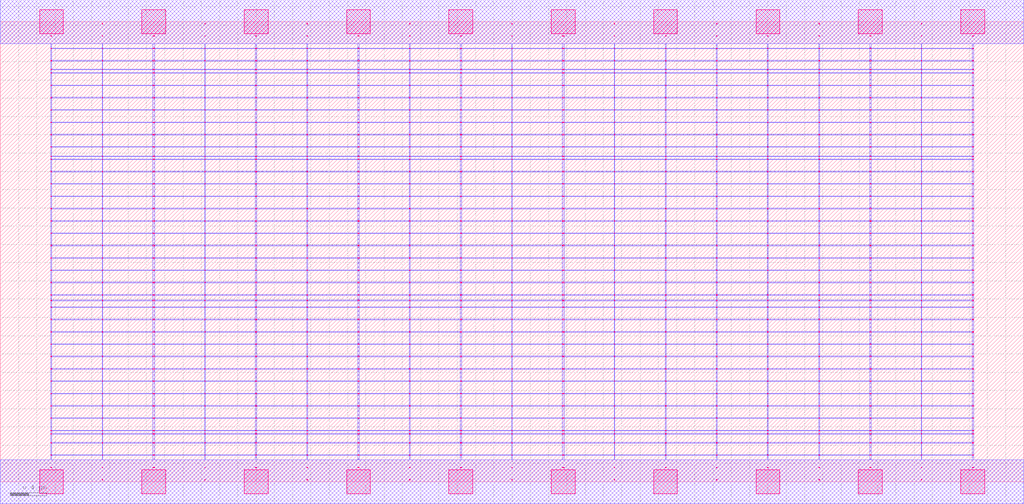
<source format=lef>
MACRO OOAOI3311_DEBUG
 CLASS CORE ;
 FOREIGN OOAOI3311_DEBUG 0 0 ;
 SIZE 11.200000000000001 BY 5.04 ;
 ORIGIN 0 0 ;
 SYMMETRY X Y R90 ;
 SITE unit ;

 OBS
    LAYER polycont ;
     RECT 5.59600000 2.58300000 5.60400000 2.59100000 ;
     RECT 5.59600000 2.71800000 5.60400000 2.72600000 ;
     RECT 5.59600000 2.85300000 5.60400000 2.86100000 ;
     RECT 5.59600000 2.98800000 5.60400000 2.99600000 ;
     RECT 7.83600000 2.58300000 7.84400000 2.59100000 ;
     RECT 8.39100000 2.58300000 8.40400000 2.59100000 ;
     RECT 8.95600000 2.58300000 8.96400000 2.59100000 ;
     RECT 9.51100000 2.58300000 9.52900000 2.59100000 ;
     RECT 10.07600000 2.58300000 10.08400000 2.59100000 ;
     RECT 10.63600000 2.58300000 10.64900000 2.59100000 ;
     RECT 6.15100000 2.58300000 6.16900000 2.59100000 ;
     RECT 6.15100000 2.71800000 6.16900000 2.72600000 ;
     RECT 6.71600000 2.71800000 6.72400000 2.72600000 ;
     RECT 7.27600000 2.71800000 7.28900000 2.72600000 ;
     RECT 7.83600000 2.71800000 7.84400000 2.72600000 ;
     RECT 8.39100000 2.71800000 8.40400000 2.72600000 ;
     RECT 8.95600000 2.71800000 8.96400000 2.72600000 ;
     RECT 9.51100000 2.71800000 9.52900000 2.72600000 ;
     RECT 10.07600000 2.71800000 10.08400000 2.72600000 ;
     RECT 10.63600000 2.71800000 10.64900000 2.72600000 ;
     RECT 6.71600000 2.58300000 6.72400000 2.59100000 ;
     RECT 6.15100000 2.85300000 6.16900000 2.86100000 ;
     RECT 6.71600000 2.85300000 6.72400000 2.86100000 ;
     RECT 7.27600000 2.85300000 7.28900000 2.86100000 ;
     RECT 7.83600000 2.85300000 7.84400000 2.86100000 ;
     RECT 8.39100000 2.85300000 8.40400000 2.86100000 ;
     RECT 8.95600000 2.85300000 8.96400000 2.86100000 ;
     RECT 9.51100000 2.85300000 9.52900000 2.86100000 ;
     RECT 10.07600000 2.85300000 10.08400000 2.86100000 ;
     RECT 10.63600000 2.85300000 10.64900000 2.86100000 ;
     RECT 7.27600000 2.58300000 7.28900000 2.59100000 ;
     RECT 6.15100000 2.98800000 6.16900000 2.99600000 ;
     RECT 6.71600000 2.98800000 6.72400000 2.99600000 ;
     RECT 7.27600000 2.98800000 7.28900000 2.99600000 ;
     RECT 7.83600000 2.98800000 7.84400000 2.99600000 ;
     RECT 8.39100000 2.98800000 8.40400000 2.99600000 ;
     RECT 8.95600000 2.98800000 8.96400000 2.99600000 ;
     RECT 9.51100000 2.98800000 9.52900000 2.99600000 ;
     RECT 10.07600000 2.98800000 10.08400000 2.99600000 ;
     RECT 10.63600000 2.98800000 10.64900000 2.99600000 ;
     RECT 7.83600000 3.12300000 7.84400000 3.13100000 ;
     RECT 7.83600000 3.25800000 7.84400000 3.26600000 ;
     RECT 7.83600000 3.39300000 7.84400000 3.40100000 ;
     RECT 7.83600000 3.52800000 7.84400000 3.53600000 ;
     RECT 7.83600000 3.56100000 7.84400000 3.56900000 ;
     RECT 7.83600000 3.66300000 7.84400000 3.67100000 ;
     RECT 7.83600000 3.79800000 7.84400000 3.80600000 ;
     RECT 7.83600000 3.93300000 7.84400000 3.94100000 ;
     RECT 7.83600000 4.06800000 7.84400000 4.07600000 ;
     RECT 7.83600000 4.20300000 7.84400000 4.21100000 ;
     RECT 7.83600000 4.33800000 7.84400000 4.34600000 ;
     RECT 7.83600000 4.47300000 7.84400000 4.48100000 ;
     RECT 7.83600000 4.51100000 7.84400000 4.51900000 ;
     RECT 7.83600000 4.60800000 7.84400000 4.61600000 ;
     RECT 7.83600000 4.74300000 7.84400000 4.75100000 ;
     RECT 7.83600000 4.87800000 7.84400000 4.88600000 ;
     RECT 1.67100000 2.58300000 1.68900000 2.59100000 ;
     RECT 0.55100000 2.98800000 0.56400000 2.99600000 ;
     RECT 1.11600000 2.98800000 1.12400000 2.99600000 ;
     RECT 1.67100000 2.98800000 1.68900000 2.99600000 ;
     RECT 2.23600000 2.98800000 2.24400000 2.99600000 ;
     RECT 2.79100000 2.98800000 2.80900000 2.99600000 ;
     RECT 3.35600000 2.98800000 3.36400000 2.99600000 ;
     RECT 3.91100000 2.98800000 3.92900000 2.99600000 ;
     RECT 4.47600000 2.98800000 4.48400000 2.99600000 ;
     RECT 5.03100000 2.98800000 5.04900000 2.99600000 ;
     RECT 2.23600000 2.58300000 2.24400000 2.59100000 ;
     RECT 2.79100000 2.58300000 2.80900000 2.59100000 ;
     RECT 3.35600000 2.58300000 3.36400000 2.59100000 ;
     RECT 3.91100000 2.58300000 3.92900000 2.59100000 ;
     RECT 4.47600000 2.58300000 4.48400000 2.59100000 ;
     RECT 5.03100000 2.58300000 5.04900000 2.59100000 ;
     RECT 0.55100000 2.58300000 0.56400000 2.59100000 ;
     RECT 0.55100000 2.71800000 0.56400000 2.72600000 ;
     RECT 0.55100000 2.85300000 0.56400000 2.86100000 ;
     RECT 1.11600000 2.85300000 1.12400000 2.86100000 ;
     RECT 1.67100000 2.85300000 1.68900000 2.86100000 ;
     RECT 2.23600000 2.85300000 2.24400000 2.86100000 ;
     RECT 2.79100000 2.85300000 2.80900000 2.86100000 ;
     RECT 3.35600000 2.85300000 3.36400000 2.86100000 ;
     RECT 3.91100000 2.85300000 3.92900000 2.86100000 ;
     RECT 4.47600000 2.85300000 4.48400000 2.86100000 ;
     RECT 5.03100000 2.85300000 5.04900000 2.86100000 ;
     RECT 1.11600000 2.71800000 1.12400000 2.72600000 ;
     RECT 1.67100000 2.71800000 1.68900000 2.72600000 ;
     RECT 2.23600000 2.71800000 2.24400000 2.72600000 ;
     RECT 2.79100000 2.71800000 2.80900000 2.72600000 ;
     RECT 3.35600000 2.71800000 3.36400000 2.72600000 ;
     RECT 3.91100000 2.71800000 3.92900000 2.72600000 ;
     RECT 4.47600000 2.71800000 4.48400000 2.72600000 ;
     RECT 5.03100000 2.71800000 5.04900000 2.72600000 ;
     RECT 1.11600000 2.58300000 1.12400000 2.59100000 ;
     RECT 10.07600000 0.82800000 10.08400000 0.83600000 ;
     RECT 10.63600000 0.82800000 10.64900000 0.83600000 ;
     RECT 10.07600000 0.96300000 10.08400000 0.97100000 ;
     RECT 10.63600000 0.96300000 10.64900000 0.97100000 ;
     RECT 10.07600000 1.09800000 10.08400000 1.10600000 ;
     RECT 10.63600000 1.09800000 10.64900000 1.10600000 ;
     RECT 10.07600000 1.23300000 10.08400000 1.24100000 ;
     RECT 10.63600000 1.23300000 10.64900000 1.24100000 ;
     RECT 10.07600000 1.36800000 10.08400000 1.37600000 ;
     RECT 10.63600000 1.36800000 10.64900000 1.37600000 ;
     RECT 10.07600000 1.50300000 10.08400000 1.51100000 ;
     RECT 10.63600000 1.50300000 10.64900000 1.51100000 ;
     RECT 10.07600000 1.63800000 10.08400000 1.64600000 ;
     RECT 10.63600000 1.63800000 10.64900000 1.64600000 ;
     RECT 10.07600000 1.77300000 10.08400000 1.78100000 ;
     RECT 10.63600000 1.77300000 10.64900000 1.78100000 ;
     RECT 10.07600000 1.90800000 10.08400000 1.91600000 ;
     RECT 10.63600000 1.90800000 10.64900000 1.91600000 ;
     RECT 10.07600000 1.98100000 10.08400000 1.98900000 ;
     RECT 10.63600000 1.98100000 10.64900000 1.98900000 ;
     RECT 10.07600000 2.04300000 10.08400000 2.05100000 ;
     RECT 10.63600000 2.04300000 10.64900000 2.05100000 ;
     RECT 10.07600000 2.17800000 10.08400000 2.18600000 ;
     RECT 10.63600000 2.17800000 10.64900000 2.18600000 ;
     RECT 10.07600000 2.31300000 10.08400000 2.32100000 ;
     RECT 10.63600000 2.31300000 10.64900000 2.32100000 ;
     RECT 10.07600000 2.44800000 10.08400000 2.45600000 ;
     RECT 10.63600000 2.44800000 10.64900000 2.45600000 ;
     RECT 10.07600000 0.15300000 10.08400000 0.16100000 ;
     RECT 10.63600000 0.15300000 10.64900000 0.16100000 ;
     RECT 10.07600000 0.28800000 10.08400000 0.29600000 ;
     RECT 10.63600000 0.28800000 10.64900000 0.29600000 ;
     RECT 10.07600000 0.42300000 10.08400000 0.43100000 ;
     RECT 10.63600000 0.42300000 10.64900000 0.43100000 ;
     RECT 10.07600000 0.52100000 10.08400000 0.52900000 ;
     RECT 10.63600000 0.52100000 10.64900000 0.52900000 ;
     RECT 10.07600000 0.55800000 10.08400000 0.56600000 ;
     RECT 10.63600000 0.55800000 10.64900000 0.56600000 ;
     RECT 10.07600000 0.69300000 10.08400000 0.70100000 ;
     RECT 10.63600000 0.69300000 10.64900000 0.70100000 ;

    LAYER pdiffc ;
     RECT 0.55100000 3.39300000 0.55900000 3.40100000 ;
     RECT 7.28100000 3.39300000 7.28900000 3.40100000 ;
     RECT 8.39100000 3.39300000 8.39900000 3.40100000 ;
     RECT 10.64100000 3.39300000 10.64900000 3.40100000 ;
     RECT 0.55100000 3.52800000 0.55900000 3.53600000 ;
     RECT 7.28100000 3.52800000 7.28900000 3.53600000 ;
     RECT 8.39100000 3.52800000 8.39900000 3.53600000 ;
     RECT 10.64100000 3.52800000 10.64900000 3.53600000 ;
     RECT 0.55100000 3.56100000 0.55900000 3.56900000 ;
     RECT 7.28100000 3.56100000 7.28900000 3.56900000 ;
     RECT 8.39100000 3.56100000 8.39900000 3.56900000 ;
     RECT 10.64100000 3.56100000 10.64900000 3.56900000 ;
     RECT 0.55100000 3.66300000 0.55900000 3.67100000 ;
     RECT 7.28100000 3.66300000 7.28900000 3.67100000 ;
     RECT 8.39100000 3.66300000 8.39900000 3.67100000 ;
     RECT 10.64100000 3.66300000 10.64900000 3.67100000 ;
     RECT 0.55100000 3.79800000 0.55900000 3.80600000 ;
     RECT 7.28100000 3.79800000 7.28900000 3.80600000 ;
     RECT 8.39100000 3.79800000 8.39900000 3.80600000 ;
     RECT 10.64100000 3.79800000 10.64900000 3.80600000 ;
     RECT 0.55100000 3.93300000 0.55900000 3.94100000 ;
     RECT 7.28100000 3.93300000 7.28900000 3.94100000 ;
     RECT 8.39100000 3.93300000 8.39900000 3.94100000 ;
     RECT 10.64100000 3.93300000 10.64900000 3.94100000 ;
     RECT 0.55100000 4.06800000 0.55900000 4.07600000 ;
     RECT 7.28100000 4.06800000 7.28900000 4.07600000 ;
     RECT 8.39100000 4.06800000 8.39900000 4.07600000 ;
     RECT 10.64100000 4.06800000 10.64900000 4.07600000 ;
     RECT 0.55100000 4.20300000 0.55900000 4.21100000 ;
     RECT 7.28100000 4.20300000 7.28900000 4.21100000 ;
     RECT 8.39100000 4.20300000 8.39900000 4.21100000 ;
     RECT 10.64100000 4.20300000 10.64900000 4.21100000 ;
     RECT 0.55100000 4.33800000 0.55900000 4.34600000 ;
     RECT 7.28100000 4.33800000 7.28900000 4.34600000 ;
     RECT 8.39100000 4.33800000 8.39900000 4.34600000 ;
     RECT 10.64100000 4.33800000 10.64900000 4.34600000 ;
     RECT 0.55100000 4.47300000 0.55900000 4.48100000 ;
     RECT 7.28100000 4.47300000 7.28900000 4.48100000 ;
     RECT 8.39100000 4.47300000 8.39900000 4.48100000 ;
     RECT 10.64100000 4.47300000 10.64900000 4.48100000 ;
     RECT 0.55100000 4.51100000 0.55900000 4.51900000 ;
     RECT 7.28100000 4.51100000 7.28900000 4.51900000 ;
     RECT 8.39100000 4.51100000 8.39900000 4.51900000 ;
     RECT 10.64100000 4.51100000 10.64900000 4.51900000 ;
     RECT 0.55100000 4.60800000 0.55900000 4.61600000 ;
     RECT 7.28100000 4.60800000 7.28900000 4.61600000 ;
     RECT 8.39100000 4.60800000 8.39900000 4.61600000 ;
     RECT 10.64100000 4.60800000 10.64900000 4.61600000 ;

    LAYER ndiffc ;
     RECT 5.03100000 0.42300000 5.04900000 0.43100000 ;
     RECT 5.03100000 0.52100000 5.04900000 0.52900000 ;
     RECT 5.03100000 0.55800000 5.04900000 0.56600000 ;
     RECT 5.03100000 0.69300000 5.04900000 0.70100000 ;
     RECT 5.03100000 0.82800000 5.04900000 0.83600000 ;
     RECT 5.03100000 0.96300000 5.04900000 0.97100000 ;
     RECT 5.03100000 1.09800000 5.04900000 1.10600000 ;
     RECT 5.03100000 1.23300000 5.04900000 1.24100000 ;
     RECT 5.03100000 1.36800000 5.04900000 1.37600000 ;
     RECT 5.03100000 1.50300000 5.04900000 1.51100000 ;
     RECT 5.03100000 1.63800000 5.04900000 1.64600000 ;
     RECT 5.03100000 1.77300000 5.04900000 1.78100000 ;
     RECT 5.03100000 1.90800000 5.04900000 1.91600000 ;
     RECT 5.03100000 1.98100000 5.04900000 1.98900000 ;
     RECT 5.03100000 2.04300000 5.04900000 2.05100000 ;
     RECT 8.39100000 0.42300000 8.40400000 0.43100000 ;
     RECT 6.15100000 0.69300000 6.16900000 0.70100000 ;
     RECT 7.27600000 0.69300000 7.28900000 0.70100000 ;
     RECT 8.39100000 0.69300000 8.40400000 0.70100000 ;
     RECT 9.51100000 0.69300000 9.52900000 0.70100000 ;
     RECT 9.51100000 0.42300000 9.52900000 0.43100000 ;
     RECT 6.15100000 0.82800000 6.16900000 0.83600000 ;
     RECT 7.27600000 0.82800000 7.28900000 0.83600000 ;
     RECT 8.39100000 0.82800000 8.40400000 0.83600000 ;
     RECT 9.51100000 0.82800000 9.52900000 0.83600000 ;
     RECT 6.15100000 0.42300000 6.16900000 0.43100000 ;
     RECT 6.15100000 0.96300000 6.16900000 0.97100000 ;
     RECT 7.27600000 0.96300000 7.28900000 0.97100000 ;
     RECT 8.39100000 0.96300000 8.40400000 0.97100000 ;
     RECT 9.51100000 0.96300000 9.52900000 0.97100000 ;
     RECT 6.15100000 0.52100000 6.16900000 0.52900000 ;
     RECT 6.15100000 1.09800000 6.16900000 1.10600000 ;
     RECT 7.27600000 1.09800000 7.28900000 1.10600000 ;
     RECT 8.39100000 1.09800000 8.40400000 1.10600000 ;
     RECT 9.51100000 1.09800000 9.52900000 1.10600000 ;
     RECT 7.27600000 0.52100000 7.28900000 0.52900000 ;
     RECT 6.15100000 1.23300000 6.16900000 1.24100000 ;
     RECT 7.27600000 1.23300000 7.28900000 1.24100000 ;
     RECT 8.39100000 1.23300000 8.40400000 1.24100000 ;
     RECT 9.51100000 1.23300000 9.52900000 1.24100000 ;
     RECT 8.39100000 0.52100000 8.40400000 0.52900000 ;
     RECT 6.15100000 1.36800000 6.16900000 1.37600000 ;
     RECT 7.27600000 1.36800000 7.28900000 1.37600000 ;
     RECT 8.39100000 1.36800000 8.40400000 1.37600000 ;
     RECT 9.51100000 1.36800000 9.52900000 1.37600000 ;
     RECT 9.51100000 0.52100000 9.52900000 0.52900000 ;
     RECT 6.15100000 1.50300000 6.16900000 1.51100000 ;
     RECT 7.27600000 1.50300000 7.28900000 1.51100000 ;
     RECT 8.39100000 1.50300000 8.40400000 1.51100000 ;
     RECT 9.51100000 1.50300000 9.52900000 1.51100000 ;
     RECT 7.27600000 0.42300000 7.28900000 0.43100000 ;
     RECT 6.15100000 1.63800000 6.16900000 1.64600000 ;
     RECT 7.27600000 1.63800000 7.28900000 1.64600000 ;
     RECT 8.39100000 1.63800000 8.40400000 1.64600000 ;
     RECT 9.51100000 1.63800000 9.52900000 1.64600000 ;
     RECT 6.15100000 0.55800000 6.16900000 0.56600000 ;
     RECT 6.15100000 1.77300000 6.16900000 1.78100000 ;
     RECT 7.27600000 1.77300000 7.28900000 1.78100000 ;
     RECT 8.39100000 1.77300000 8.40400000 1.78100000 ;
     RECT 9.51100000 1.77300000 9.52900000 1.78100000 ;
     RECT 7.27600000 0.55800000 7.28900000 0.56600000 ;
     RECT 6.15100000 1.90800000 6.16900000 1.91600000 ;
     RECT 7.27600000 1.90800000 7.28900000 1.91600000 ;
     RECT 8.39100000 1.90800000 8.40400000 1.91600000 ;
     RECT 9.51100000 1.90800000 9.52900000 1.91600000 ;
     RECT 8.39100000 0.55800000 8.40400000 0.56600000 ;
     RECT 6.15100000 1.98100000 6.16900000 1.98900000 ;
     RECT 7.27600000 1.98100000 7.28900000 1.98900000 ;
     RECT 8.39100000 1.98100000 8.40400000 1.98900000 ;
     RECT 9.51100000 1.98100000 9.52900000 1.98900000 ;
     RECT 9.51100000 0.55800000 9.52900000 0.56600000 ;
     RECT 6.15100000 2.04300000 6.16900000 2.05100000 ;
     RECT 7.27600000 2.04300000 7.28900000 2.05100000 ;
     RECT 8.39100000 2.04300000 8.40400000 2.05100000 ;
     RECT 9.51100000 2.04300000 9.52900000 2.05100000 ;
     RECT 3.91100000 1.36800000 3.92900000 1.37600000 ;
     RECT 2.79100000 0.55800000 2.80900000 0.56600000 ;
     RECT 3.91100000 0.55800000 3.92900000 0.56600000 ;
     RECT 1.67100000 0.52100000 1.68900000 0.52900000 ;
     RECT 2.79100000 0.52100000 2.80900000 0.52900000 ;
     RECT 3.91100000 0.52100000 3.92900000 0.52900000 ;
     RECT 0.55100000 1.50300000 0.56400000 1.51100000 ;
     RECT 1.67100000 1.50300000 1.68900000 1.51100000 ;
     RECT 2.79100000 1.50300000 2.80900000 1.51100000 ;
     RECT 3.91100000 1.50300000 3.92900000 1.51100000 ;
     RECT 0.55100000 0.96300000 0.56400000 0.97100000 ;
     RECT 1.67100000 0.96300000 1.68900000 0.97100000 ;
     RECT 2.79100000 0.96300000 2.80900000 0.97100000 ;
     RECT 3.91100000 0.96300000 3.92900000 0.97100000 ;
     RECT 1.67100000 0.42300000 1.68900000 0.43100000 ;
     RECT 0.55100000 1.63800000 0.56400000 1.64600000 ;
     RECT 1.67100000 1.63800000 1.68900000 1.64600000 ;
     RECT 2.79100000 1.63800000 2.80900000 1.64600000 ;
     RECT 3.91100000 1.63800000 3.92900000 1.64600000 ;
     RECT 2.79100000 0.42300000 2.80900000 0.43100000 ;
     RECT 0.55100000 0.69300000 0.56400000 0.70100000 ;
     RECT 1.67100000 0.69300000 1.68900000 0.70100000 ;
     RECT 2.79100000 0.69300000 2.80900000 0.70100000 ;
     RECT 0.55100000 1.09800000 0.56400000 1.10600000 ;
     RECT 0.55100000 1.77300000 0.56400000 1.78100000 ;
     RECT 1.67100000 1.77300000 1.68900000 1.78100000 ;
     RECT 2.79100000 1.77300000 2.80900000 1.78100000 ;
     RECT 3.91100000 1.77300000 3.92900000 1.78100000 ;
     RECT 1.67100000 1.09800000 1.68900000 1.10600000 ;
     RECT 2.79100000 1.09800000 2.80900000 1.10600000 ;
     RECT 3.91100000 1.09800000 3.92900000 1.10600000 ;
     RECT 3.91100000 0.69300000 3.92900000 0.70100000 ;
     RECT 3.91100000 0.42300000 3.92900000 0.43100000 ;
     RECT 0.55100000 1.90800000 0.56400000 1.91600000 ;
     RECT 1.67100000 1.90800000 1.68900000 1.91600000 ;
     RECT 2.79100000 1.90800000 2.80900000 1.91600000 ;
     RECT 3.91100000 1.90800000 3.92900000 1.91600000 ;
     RECT 0.55100000 0.42300000 0.56400000 0.43100000 ;
     RECT 0.55100000 0.52100000 0.56400000 0.52900000 ;
     RECT 0.55100000 0.55800000 0.56400000 0.56600000 ;
     RECT 0.55100000 1.23300000 0.56400000 1.24100000 ;
     RECT 1.67100000 1.23300000 1.68900000 1.24100000 ;
     RECT 0.55100000 1.98100000 0.56400000 1.98900000 ;
     RECT 1.67100000 1.98100000 1.68900000 1.98900000 ;
     RECT 2.79100000 1.98100000 2.80900000 1.98900000 ;
     RECT 3.91100000 1.98100000 3.92900000 1.98900000 ;
     RECT 2.79100000 1.23300000 2.80900000 1.24100000 ;
     RECT 3.91100000 1.23300000 3.92900000 1.24100000 ;
     RECT 1.67100000 0.55800000 1.68900000 0.56600000 ;
     RECT 0.55100000 0.82800000 0.56400000 0.83600000 ;
     RECT 1.67100000 0.82800000 1.68900000 0.83600000 ;
     RECT 0.55100000 2.04300000 0.56400000 2.05100000 ;
     RECT 1.67100000 2.04300000 1.68900000 2.05100000 ;
     RECT 2.79100000 2.04300000 2.80900000 2.05100000 ;
     RECT 3.91100000 2.04300000 3.92900000 2.05100000 ;
     RECT 2.79100000 0.82800000 2.80900000 0.83600000 ;
     RECT 3.91100000 0.82800000 3.92900000 0.83600000 ;
     RECT 0.55100000 1.36800000 0.56400000 1.37600000 ;
     RECT 1.67100000 1.36800000 1.68900000 1.37600000 ;
     RECT 2.79100000 1.36800000 2.80900000 1.37600000 ;

    LAYER met1 ;
     RECT 0.00000000 -0.24000000 11.20000000 0.24000000 ;
     RECT 5.59600000 0.24000000 5.60400000 0.28800000 ;
     RECT 0.55100000 0.28800000 10.64900000 0.29600000 ;
     RECT 5.59600000 0.29600000 5.60400000 0.42300000 ;
     RECT 0.55100000 0.42300000 10.64900000 0.43100000 ;
     RECT 5.59600000 0.43100000 5.60400000 0.52100000 ;
     RECT 0.55100000 0.52100000 10.64900000 0.52900000 ;
     RECT 5.59600000 0.52900000 5.60400000 0.55800000 ;
     RECT 0.55100000 0.55800000 10.64900000 0.56600000 ;
     RECT 5.59600000 0.56600000 5.60400000 0.69300000 ;
     RECT 0.55100000 0.69300000 10.64900000 0.70100000 ;
     RECT 5.59600000 0.70100000 5.60400000 0.82800000 ;
     RECT 0.55100000 0.82800000 10.64900000 0.83600000 ;
     RECT 5.59600000 0.83600000 5.60400000 0.96300000 ;
     RECT 0.55100000 0.96300000 10.64900000 0.97100000 ;
     RECT 5.59600000 0.97100000 5.60400000 1.09800000 ;
     RECT 0.55100000 1.09800000 10.64900000 1.10600000 ;
     RECT 5.59600000 1.10600000 5.60400000 1.23300000 ;
     RECT 0.55100000 1.23300000 10.64900000 1.24100000 ;
     RECT 5.59600000 1.24100000 5.60400000 1.36800000 ;
     RECT 0.55100000 1.36800000 10.64900000 1.37600000 ;
     RECT 5.59600000 1.37600000 5.60400000 1.50300000 ;
     RECT 0.55100000 1.50300000 10.64900000 1.51100000 ;
     RECT 5.59600000 1.51100000 5.60400000 1.63800000 ;
     RECT 0.55100000 1.63800000 10.64900000 1.64600000 ;
     RECT 5.59600000 1.64600000 5.60400000 1.77300000 ;
     RECT 0.55100000 1.77300000 10.64900000 1.78100000 ;
     RECT 5.59600000 1.78100000 5.60400000 1.90800000 ;
     RECT 0.55100000 1.90800000 10.64900000 1.91600000 ;
     RECT 5.59600000 1.91600000 5.60400000 1.98100000 ;
     RECT 0.55100000 1.98100000 10.64900000 1.98900000 ;
     RECT 5.59600000 1.98900000 5.60400000 2.04300000 ;
     RECT 0.55100000 2.04300000 10.64900000 2.05100000 ;
     RECT 5.59600000 2.05100000 5.60400000 2.17800000 ;
     RECT 0.55100000 2.17800000 10.64900000 2.18600000 ;
     RECT 5.59600000 2.18600000 5.60400000 2.31300000 ;
     RECT 0.55100000 2.31300000 10.64900000 2.32100000 ;
     RECT 5.59600000 2.32100000 5.60400000 2.44800000 ;
     RECT 0.55100000 2.44800000 10.64900000 2.45600000 ;
     RECT 0.55100000 2.45600000 0.56400000 2.58300000 ;
     RECT 1.11600000 2.45600000 1.12400000 2.58300000 ;
     RECT 1.67100000 2.45600000 1.68900000 2.58300000 ;
     RECT 2.23600000 2.45600000 2.24400000 2.58300000 ;
     RECT 2.79100000 2.45600000 2.80900000 2.58300000 ;
     RECT 3.35600000 2.45600000 3.36400000 2.58300000 ;
     RECT 3.91100000 2.45600000 3.92900000 2.58300000 ;
     RECT 4.47600000 2.45600000 4.48400000 2.58300000 ;
     RECT 5.03100000 2.45600000 5.04900000 2.58300000 ;
     RECT 5.59600000 2.45600000 5.60400000 2.58300000 ;
     RECT 6.15100000 2.45600000 6.16900000 2.58300000 ;
     RECT 6.71600000 2.45600000 6.72400000 2.58300000 ;
     RECT 7.27600000 2.45600000 7.28900000 2.58300000 ;
     RECT 7.83600000 2.45600000 7.84400000 2.58300000 ;
     RECT 8.39100000 2.45600000 8.40400000 2.58300000 ;
     RECT 8.95600000 2.45600000 8.96400000 2.58300000 ;
     RECT 9.51100000 2.45600000 9.52900000 2.58300000 ;
     RECT 10.07600000 2.45600000 10.08400000 2.58300000 ;
     RECT 10.63600000 2.45600000 10.64900000 2.58300000 ;
     RECT 0.55100000 2.58300000 10.64900000 2.59100000 ;
     RECT 5.59600000 2.59100000 5.60400000 2.71800000 ;
     RECT 0.55100000 2.71800000 10.64900000 2.72600000 ;
     RECT 5.59600000 2.72600000 5.60400000 2.85300000 ;
     RECT 0.55100000 2.85300000 10.64900000 2.86100000 ;
     RECT 5.59600000 2.86100000 5.60400000 2.98800000 ;
     RECT 0.55100000 2.98800000 10.64900000 2.99600000 ;
     RECT 5.59600000 2.99600000 5.60400000 3.12300000 ;
     RECT 0.55100000 3.12300000 10.64900000 3.13100000 ;
     RECT 5.59600000 3.13100000 5.60400000 3.25800000 ;
     RECT 0.55100000 3.25800000 10.64900000 3.26600000 ;
     RECT 5.59600000 3.26600000 5.60400000 3.39300000 ;
     RECT 0.55100000 3.39300000 10.64900000 3.40100000 ;
     RECT 5.59600000 3.40100000 5.60400000 3.52800000 ;
     RECT 0.55100000 3.52800000 10.64900000 3.53600000 ;
     RECT 5.59600000 3.53600000 5.60400000 3.56100000 ;
     RECT 0.55100000 3.56100000 10.64900000 3.56900000 ;
     RECT 5.59600000 3.56900000 5.60400000 3.66300000 ;
     RECT 0.55100000 3.66300000 10.64900000 3.67100000 ;
     RECT 5.59600000 3.67100000 5.60400000 3.79800000 ;
     RECT 0.55100000 3.79800000 10.64900000 3.80600000 ;
     RECT 5.59600000 3.80600000 5.60400000 3.93300000 ;
     RECT 0.55100000 3.93300000 10.64900000 3.94100000 ;
     RECT 5.59600000 3.94100000 5.60400000 4.06800000 ;
     RECT 0.55100000 4.06800000 10.64900000 4.07600000 ;
     RECT 5.59600000 4.07600000 5.60400000 4.20300000 ;
     RECT 0.55100000 4.20300000 10.64900000 4.21100000 ;
     RECT 5.59600000 4.21100000 5.60400000 4.33800000 ;
     RECT 0.55100000 4.33800000 10.64900000 4.34600000 ;
     RECT 5.59600000 4.34600000 5.60400000 4.47300000 ;
     RECT 0.55100000 4.47300000 10.64900000 4.48100000 ;
     RECT 5.59600000 4.48100000 5.60400000 4.51100000 ;
     RECT 0.55100000 4.51100000 10.64900000 4.51900000 ;
     RECT 5.59600000 4.51900000 5.60400000 4.60800000 ;
     RECT 0.55100000 4.60800000 10.64900000 4.61600000 ;
     RECT 5.59600000 4.61600000 5.60400000 4.74300000 ;
     RECT 0.55100000 4.74300000 10.64900000 4.75100000 ;
     RECT 5.59600000 4.75100000 5.60400000 4.80000000 ;
     RECT 0.00000000 4.80000000 11.20000000 5.28000000 ;
     RECT 8.39100000 2.99600000 8.40400000 3.12300000 ;
     RECT 8.39100000 3.13100000 8.40400000 3.25800000 ;
     RECT 8.39100000 3.26600000 8.40400000 3.39300000 ;
     RECT 8.39100000 3.40100000 8.40400000 3.52800000 ;
     RECT 8.39100000 3.53600000 8.40400000 3.56100000 ;
     RECT 8.39100000 2.72600000 8.40400000 2.85300000 ;
     RECT 8.39100000 3.56900000 8.40400000 3.66300000 ;
     RECT 8.39100000 3.67100000 8.40400000 3.79800000 ;
     RECT 6.15100000 3.80600000 6.16900000 3.93300000 ;
     RECT 6.71600000 3.80600000 6.72400000 3.93300000 ;
     RECT 7.27600000 3.80600000 7.28900000 3.93300000 ;
     RECT 7.83600000 3.80600000 7.84400000 3.93300000 ;
     RECT 8.39100000 3.80600000 8.40400000 3.93300000 ;
     RECT 8.95600000 3.80600000 8.96400000 3.93300000 ;
     RECT 9.51100000 3.80600000 9.52900000 3.93300000 ;
     RECT 10.07600000 3.80600000 10.08400000 3.93300000 ;
     RECT 10.63600000 3.80600000 10.64900000 3.93300000 ;
     RECT 8.39100000 3.94100000 8.40400000 4.06800000 ;
     RECT 8.39100000 4.07600000 8.40400000 4.20300000 ;
     RECT 8.39100000 4.21100000 8.40400000 4.33800000 ;
     RECT 8.39100000 2.86100000 8.40400000 2.98800000 ;
     RECT 8.39100000 4.34600000 8.40400000 4.47300000 ;
     RECT 8.39100000 4.48100000 8.40400000 4.51100000 ;
     RECT 8.39100000 2.59100000 8.40400000 2.71800000 ;
     RECT 8.39100000 4.51900000 8.40400000 4.60800000 ;
     RECT 8.39100000 4.61600000 8.40400000 4.74300000 ;
     RECT 8.39100000 4.75100000 8.40400000 4.80000000 ;
     RECT 9.51100000 3.94100000 9.52900000 4.06800000 ;
     RECT 8.95600000 4.21100000 8.96400000 4.33800000 ;
     RECT 9.51100000 4.21100000 9.52900000 4.33800000 ;
     RECT 10.07600000 4.21100000 10.08400000 4.33800000 ;
     RECT 10.63600000 4.21100000 10.64900000 4.33800000 ;
     RECT 10.07600000 3.94100000 10.08400000 4.06800000 ;
     RECT 10.63600000 3.94100000 10.64900000 4.06800000 ;
     RECT 8.95600000 4.34600000 8.96400000 4.47300000 ;
     RECT 9.51100000 4.34600000 9.52900000 4.47300000 ;
     RECT 10.07600000 4.34600000 10.08400000 4.47300000 ;
     RECT 10.63600000 4.34600000 10.64900000 4.47300000 ;
     RECT 8.95600000 3.94100000 8.96400000 4.06800000 ;
     RECT 8.95600000 4.48100000 8.96400000 4.51100000 ;
     RECT 9.51100000 4.48100000 9.52900000 4.51100000 ;
     RECT 10.07600000 4.48100000 10.08400000 4.51100000 ;
     RECT 10.63600000 4.48100000 10.64900000 4.51100000 ;
     RECT 8.95600000 4.07600000 8.96400000 4.20300000 ;
     RECT 9.51100000 4.07600000 9.52900000 4.20300000 ;
     RECT 8.95600000 4.51900000 8.96400000 4.60800000 ;
     RECT 9.51100000 4.51900000 9.52900000 4.60800000 ;
     RECT 10.07600000 4.51900000 10.08400000 4.60800000 ;
     RECT 10.63600000 4.51900000 10.64900000 4.60800000 ;
     RECT 10.07600000 4.07600000 10.08400000 4.20300000 ;
     RECT 8.95600000 4.61600000 8.96400000 4.74300000 ;
     RECT 9.51100000 4.61600000 9.52900000 4.74300000 ;
     RECT 10.07600000 4.61600000 10.08400000 4.74300000 ;
     RECT 10.63600000 4.61600000 10.64900000 4.74300000 ;
     RECT 10.63600000 4.07600000 10.64900000 4.20300000 ;
     RECT 8.95600000 4.75100000 8.96400000 4.80000000 ;
     RECT 9.51100000 4.75100000 9.52900000 4.80000000 ;
     RECT 10.07600000 4.75100000 10.08400000 4.80000000 ;
     RECT 10.63600000 4.75100000 10.64900000 4.80000000 ;
     RECT 6.71600000 4.07600000 6.72400000 4.20300000 ;
     RECT 7.27600000 4.07600000 7.28900000 4.20300000 ;
     RECT 7.83600000 4.07600000 7.84400000 4.20300000 ;
     RECT 6.71600000 3.94100000 6.72400000 4.06800000 ;
     RECT 7.27600000 3.94100000 7.28900000 4.06800000 ;
     RECT 6.15100000 4.51900000 6.16900000 4.60800000 ;
     RECT 6.71600000 4.51900000 6.72400000 4.60800000 ;
     RECT 7.27600000 4.51900000 7.28900000 4.60800000 ;
     RECT 7.83600000 4.51900000 7.84400000 4.60800000 ;
     RECT 7.83600000 3.94100000 7.84400000 4.06800000 ;
     RECT 6.15100000 4.34600000 6.16900000 4.47300000 ;
     RECT 6.71600000 4.34600000 6.72400000 4.47300000 ;
     RECT 7.27600000 4.34600000 7.28900000 4.47300000 ;
     RECT 7.83600000 4.34600000 7.84400000 4.47300000 ;
     RECT 6.15100000 4.61600000 6.16900000 4.74300000 ;
     RECT 6.71600000 4.61600000 6.72400000 4.74300000 ;
     RECT 7.27600000 4.61600000 7.28900000 4.74300000 ;
     RECT 7.83600000 4.61600000 7.84400000 4.74300000 ;
     RECT 6.15100000 3.94100000 6.16900000 4.06800000 ;
     RECT 6.15100000 4.07600000 6.16900000 4.20300000 ;
     RECT 6.15100000 4.21100000 6.16900000 4.33800000 ;
     RECT 6.71600000 4.21100000 6.72400000 4.33800000 ;
     RECT 7.27600000 4.21100000 7.28900000 4.33800000 ;
     RECT 6.15100000 4.75100000 6.16900000 4.80000000 ;
     RECT 6.71600000 4.75100000 6.72400000 4.80000000 ;
     RECT 7.27600000 4.75100000 7.28900000 4.80000000 ;
     RECT 7.83600000 4.75100000 7.84400000 4.80000000 ;
     RECT 6.15100000 4.48100000 6.16900000 4.51100000 ;
     RECT 6.71600000 4.48100000 6.72400000 4.51100000 ;
     RECT 7.27600000 4.48100000 7.28900000 4.51100000 ;
     RECT 7.83600000 4.48100000 7.84400000 4.51100000 ;
     RECT 7.83600000 4.21100000 7.84400000 4.33800000 ;
     RECT 7.27600000 3.53600000 7.28900000 3.56100000 ;
     RECT 7.83600000 3.53600000 7.84400000 3.56100000 ;
     RECT 7.83600000 3.13100000 7.84400000 3.25800000 ;
     RECT 6.15100000 2.86100000 6.16900000 2.98800000 ;
     RECT 6.71600000 2.86100000 6.72400000 2.98800000 ;
     RECT 7.83600000 2.72600000 7.84400000 2.85300000 ;
     RECT 6.15100000 3.13100000 6.16900000 3.25800000 ;
     RECT 6.15100000 3.56900000 6.16900000 3.66300000 ;
     RECT 6.71600000 3.56900000 6.72400000 3.66300000 ;
     RECT 7.27600000 3.56900000 7.28900000 3.66300000 ;
     RECT 7.83600000 3.56900000 7.84400000 3.66300000 ;
     RECT 6.15100000 2.59100000 6.16900000 2.71800000 ;
     RECT 6.15100000 3.67100000 6.16900000 3.79800000 ;
     RECT 6.71600000 3.67100000 6.72400000 3.79800000 ;
     RECT 7.27600000 2.86100000 7.28900000 2.98800000 ;
     RECT 7.83600000 2.86100000 7.84400000 2.98800000 ;
     RECT 7.27600000 3.67100000 7.28900000 3.79800000 ;
     RECT 7.83600000 3.67100000 7.84400000 3.79800000 ;
     RECT 6.15100000 2.99600000 6.16900000 3.12300000 ;
     RECT 6.15100000 3.26600000 6.16900000 3.39300000 ;
     RECT 6.71600000 3.26600000 6.72400000 3.39300000 ;
     RECT 7.27600000 3.26600000 7.28900000 3.39300000 ;
     RECT 7.83600000 3.26600000 7.84400000 3.39300000 ;
     RECT 6.71600000 3.13100000 6.72400000 3.25800000 ;
     RECT 6.71600000 2.59100000 6.72400000 2.71800000 ;
     RECT 6.15100000 2.72600000 6.16900000 2.85300000 ;
     RECT 6.15100000 3.40100000 6.16900000 3.52800000 ;
     RECT 6.71600000 3.40100000 6.72400000 3.52800000 ;
     RECT 6.71600000 2.99600000 6.72400000 3.12300000 ;
     RECT 7.27600000 2.99600000 7.28900000 3.12300000 ;
     RECT 7.27600000 3.40100000 7.28900000 3.52800000 ;
     RECT 7.27600000 2.59100000 7.28900000 2.71800000 ;
     RECT 7.83600000 2.59100000 7.84400000 2.71800000 ;
     RECT 7.83600000 3.40100000 7.84400000 3.52800000 ;
     RECT 7.27600000 3.13100000 7.28900000 3.25800000 ;
     RECT 6.71600000 2.72600000 6.72400000 2.85300000 ;
     RECT 7.27600000 2.72600000 7.28900000 2.85300000 ;
     RECT 6.15100000 3.53600000 6.16900000 3.56100000 ;
     RECT 6.71600000 3.53600000 6.72400000 3.56100000 ;
     RECT 7.83600000 2.99600000 7.84400000 3.12300000 ;
     RECT 10.07600000 3.56900000 10.08400000 3.66300000 ;
     RECT 10.63600000 3.56900000 10.64900000 3.66300000 ;
     RECT 8.95600000 2.72600000 8.96400000 2.85300000 ;
     RECT 9.51100000 2.72600000 9.52900000 2.85300000 ;
     RECT 8.95600000 2.99600000 8.96400000 3.12300000 ;
     RECT 8.95600000 3.40100000 8.96400000 3.52800000 ;
     RECT 10.63600000 2.86100000 10.64900000 2.98800000 ;
     RECT 9.51100000 3.40100000 9.52900000 3.52800000 ;
     RECT 10.07600000 3.40100000 10.08400000 3.52800000 ;
     RECT 10.63600000 3.40100000 10.64900000 3.52800000 ;
     RECT 8.95600000 3.67100000 8.96400000 3.79800000 ;
     RECT 9.51100000 3.67100000 9.52900000 3.79800000 ;
     RECT 10.07600000 3.67100000 10.08400000 3.79800000 ;
     RECT 10.63600000 3.67100000 10.64900000 3.79800000 ;
     RECT 10.07600000 2.72600000 10.08400000 2.85300000 ;
     RECT 10.63600000 2.72600000 10.64900000 2.85300000 ;
     RECT 9.51100000 2.99600000 9.52900000 3.12300000 ;
     RECT 8.95600000 2.59100000 8.96400000 2.71800000 ;
     RECT 10.07600000 2.99600000 10.08400000 3.12300000 ;
     RECT 10.63600000 2.99600000 10.64900000 3.12300000 ;
     RECT 9.51100000 2.59100000 9.52900000 2.71800000 ;
     RECT 8.95600000 3.26600000 8.96400000 3.39300000 ;
     RECT 9.51100000 3.26600000 9.52900000 3.39300000 ;
     RECT 10.07600000 3.26600000 10.08400000 3.39300000 ;
     RECT 8.95600000 3.53600000 8.96400000 3.56100000 ;
     RECT 8.95600000 2.86100000 8.96400000 2.98800000 ;
     RECT 9.51100000 3.53600000 9.52900000 3.56100000 ;
     RECT 10.07600000 3.53600000 10.08400000 3.56100000 ;
     RECT 10.63600000 3.53600000 10.64900000 3.56100000 ;
     RECT 10.63600000 3.26600000 10.64900000 3.39300000 ;
     RECT 8.95600000 3.13100000 8.96400000 3.25800000 ;
     RECT 9.51100000 3.13100000 9.52900000 3.25800000 ;
     RECT 10.07600000 3.13100000 10.08400000 3.25800000 ;
     RECT 10.63600000 3.13100000 10.64900000 3.25800000 ;
     RECT 10.63600000 2.59100000 10.64900000 2.71800000 ;
     RECT 9.51100000 2.86100000 9.52900000 2.98800000 ;
     RECT 10.07600000 2.86100000 10.08400000 2.98800000 ;
     RECT 10.07600000 2.59100000 10.08400000 2.71800000 ;
     RECT 8.95600000 3.56900000 8.96400000 3.66300000 ;
     RECT 9.51100000 3.56900000 9.52900000 3.66300000 ;
     RECT 2.79100000 2.59100000 2.80900000 2.71800000 ;
     RECT 2.79100000 2.99600000 2.80900000 3.12300000 ;
     RECT 2.79100000 3.94100000 2.80900000 4.06800000 ;
     RECT 2.79100000 3.40100000 2.80900000 3.52800000 ;
     RECT 2.79100000 4.07600000 2.80900000 4.20300000 ;
     RECT 2.79100000 4.21100000 2.80900000 4.33800000 ;
     RECT 2.79100000 3.53600000 2.80900000 3.56100000 ;
     RECT 2.79100000 4.34600000 2.80900000 4.47300000 ;
     RECT 2.79100000 3.13100000 2.80900000 3.25800000 ;
     RECT 2.79100000 3.56900000 2.80900000 3.66300000 ;
     RECT 2.79100000 4.48100000 2.80900000 4.51100000 ;
     RECT 2.79100000 2.86100000 2.80900000 2.98800000 ;
     RECT 2.79100000 4.51900000 2.80900000 4.60800000 ;
     RECT 2.79100000 2.72600000 2.80900000 2.85300000 ;
     RECT 2.79100000 3.67100000 2.80900000 3.79800000 ;
     RECT 2.79100000 4.61600000 2.80900000 4.74300000 ;
     RECT 2.79100000 3.26600000 2.80900000 3.39300000 ;
     RECT 2.79100000 4.75100000 2.80900000 4.80000000 ;
     RECT 0.55100000 3.80600000 0.56400000 3.93300000 ;
     RECT 1.11600000 3.80600000 1.12400000 3.93300000 ;
     RECT 1.67100000 3.80600000 1.68900000 3.93300000 ;
     RECT 2.23600000 3.80600000 2.24400000 3.93300000 ;
     RECT 2.79100000 3.80600000 2.80900000 3.93300000 ;
     RECT 3.35600000 3.80600000 3.36400000 3.93300000 ;
     RECT 3.91100000 3.80600000 3.92900000 3.93300000 ;
     RECT 4.47600000 3.80600000 4.48400000 3.93300000 ;
     RECT 5.03100000 3.80600000 5.04900000 3.93300000 ;
     RECT 3.35600000 4.48100000 3.36400000 4.51100000 ;
     RECT 3.91100000 4.48100000 3.92900000 4.51100000 ;
     RECT 4.47600000 4.48100000 4.48400000 4.51100000 ;
     RECT 5.03100000 4.48100000 5.04900000 4.51100000 ;
     RECT 4.47600000 4.07600000 4.48400000 4.20300000 ;
     RECT 5.03100000 4.07600000 5.04900000 4.20300000 ;
     RECT 3.35600000 4.51900000 3.36400000 4.60800000 ;
     RECT 3.91100000 4.51900000 3.92900000 4.60800000 ;
     RECT 4.47600000 4.51900000 4.48400000 4.60800000 ;
     RECT 5.03100000 4.51900000 5.04900000 4.60800000 ;
     RECT 4.47600000 3.94100000 4.48400000 4.06800000 ;
     RECT 3.35600000 4.21100000 3.36400000 4.33800000 ;
     RECT 3.91100000 4.21100000 3.92900000 4.33800000 ;
     RECT 3.35600000 4.61600000 3.36400000 4.74300000 ;
     RECT 3.91100000 4.61600000 3.92900000 4.74300000 ;
     RECT 4.47600000 4.61600000 4.48400000 4.74300000 ;
     RECT 5.03100000 4.61600000 5.04900000 4.74300000 ;
     RECT 4.47600000 4.21100000 4.48400000 4.33800000 ;
     RECT 5.03100000 4.21100000 5.04900000 4.33800000 ;
     RECT 3.35600000 4.75100000 3.36400000 4.80000000 ;
     RECT 3.91100000 4.75100000 3.92900000 4.80000000 ;
     RECT 4.47600000 4.75100000 4.48400000 4.80000000 ;
     RECT 5.03100000 4.75100000 5.04900000 4.80000000 ;
     RECT 5.03100000 3.94100000 5.04900000 4.06800000 ;
     RECT 3.35600000 3.94100000 3.36400000 4.06800000 ;
     RECT 3.35600000 4.34600000 3.36400000 4.47300000 ;
     RECT 3.91100000 4.34600000 3.92900000 4.47300000 ;
     RECT 4.47600000 4.34600000 4.48400000 4.47300000 ;
     RECT 5.03100000 4.34600000 5.04900000 4.47300000 ;
     RECT 3.91100000 3.94100000 3.92900000 4.06800000 ;
     RECT 3.35600000 4.07600000 3.36400000 4.20300000 ;
     RECT 3.91100000 4.07600000 3.92900000 4.20300000 ;
     RECT 1.11600000 3.94100000 1.12400000 4.06800000 ;
     RECT 0.55100000 4.07600000 0.56400000 4.20300000 ;
     RECT 0.55100000 4.21100000 0.56400000 4.33800000 ;
     RECT 1.11600000 4.21100000 1.12400000 4.33800000 ;
     RECT 0.55100000 4.61600000 0.56400000 4.74300000 ;
     RECT 1.11600000 4.61600000 1.12400000 4.74300000 ;
     RECT 1.67100000 4.61600000 1.68900000 4.74300000 ;
     RECT 2.23600000 4.61600000 2.24400000 4.74300000 ;
     RECT 1.67100000 4.21100000 1.68900000 4.33800000 ;
     RECT 2.23600000 4.21100000 2.24400000 4.33800000 ;
     RECT 1.11600000 4.07600000 1.12400000 4.20300000 ;
     RECT 0.55100000 4.48100000 0.56400000 4.51100000 ;
     RECT 1.11600000 4.48100000 1.12400000 4.51100000 ;
     RECT 1.67100000 4.48100000 1.68900000 4.51100000 ;
     RECT 0.55100000 4.75100000 0.56400000 4.80000000 ;
     RECT 1.11600000 4.75100000 1.12400000 4.80000000 ;
     RECT 1.67100000 4.75100000 1.68900000 4.80000000 ;
     RECT 2.23600000 4.75100000 2.24400000 4.80000000 ;
     RECT 2.23600000 4.48100000 2.24400000 4.51100000 ;
     RECT 1.67100000 4.07600000 1.68900000 4.20300000 ;
     RECT 2.23600000 4.07600000 2.24400000 4.20300000 ;
     RECT 1.67100000 3.94100000 1.68900000 4.06800000 ;
     RECT 2.23600000 3.94100000 2.24400000 4.06800000 ;
     RECT 0.55100000 3.94100000 0.56400000 4.06800000 ;
     RECT 0.55100000 4.34600000 0.56400000 4.47300000 ;
     RECT 0.55100000 4.51900000 0.56400000 4.60800000 ;
     RECT 1.11600000 4.51900000 1.12400000 4.60800000 ;
     RECT 1.67100000 4.51900000 1.68900000 4.60800000 ;
     RECT 2.23600000 4.51900000 2.24400000 4.60800000 ;
     RECT 1.11600000 4.34600000 1.12400000 4.47300000 ;
     RECT 1.67100000 4.34600000 1.68900000 4.47300000 ;
     RECT 2.23600000 4.34600000 2.24400000 4.47300000 ;
     RECT 0.55100000 3.53600000 0.56400000 3.56100000 ;
     RECT 2.23600000 2.72600000 2.24400000 2.85300000 ;
     RECT 1.11600000 3.53600000 1.12400000 3.56100000 ;
     RECT 0.55100000 3.67100000 0.56400000 3.79800000 ;
     RECT 1.11600000 3.67100000 1.12400000 3.79800000 ;
     RECT 1.67100000 3.67100000 1.68900000 3.79800000 ;
     RECT 2.23600000 3.67100000 2.24400000 3.79800000 ;
     RECT 1.67100000 3.53600000 1.68900000 3.56100000 ;
     RECT 1.11600000 2.99600000 1.12400000 3.12300000 ;
     RECT 1.67100000 3.13100000 1.68900000 3.25800000 ;
     RECT 2.23600000 3.13100000 2.24400000 3.25800000 ;
     RECT 1.67100000 2.99600000 1.68900000 3.12300000 ;
     RECT 0.55100000 3.56900000 0.56400000 3.66300000 ;
     RECT 1.11600000 3.56900000 1.12400000 3.66300000 ;
     RECT 1.67100000 3.56900000 1.68900000 3.66300000 ;
     RECT 2.23600000 3.56900000 2.24400000 3.66300000 ;
     RECT 2.23600000 2.99600000 2.24400000 3.12300000 ;
     RECT 0.55100000 3.26600000 0.56400000 3.39300000 ;
     RECT 1.11600000 3.26600000 1.12400000 3.39300000 ;
     RECT 1.67100000 3.26600000 1.68900000 3.39300000 ;
     RECT 2.23600000 3.26600000 2.24400000 3.39300000 ;
     RECT 2.23600000 2.59100000 2.24400000 2.71800000 ;
     RECT 0.55100000 3.40100000 0.56400000 3.52800000 ;
     RECT 1.67100000 2.59100000 1.68900000 2.71800000 ;
     RECT 0.55100000 2.99600000 0.56400000 3.12300000 ;
     RECT 1.11600000 3.40100000 1.12400000 3.52800000 ;
     RECT 1.67100000 3.40100000 1.68900000 3.52800000 ;
     RECT 2.23600000 3.53600000 2.24400000 3.56100000 ;
     RECT 2.23600000 3.40100000 2.24400000 3.52800000 ;
     RECT 1.11600000 2.86100000 1.12400000 2.98800000 ;
     RECT 1.67100000 2.86100000 1.68900000 2.98800000 ;
     RECT 1.67100000 2.72600000 1.68900000 2.85300000 ;
     RECT 2.23600000 2.86100000 2.24400000 2.98800000 ;
     RECT 0.55100000 3.13100000 0.56400000 3.25800000 ;
     RECT 1.11600000 3.13100000 1.12400000 3.25800000 ;
     RECT 0.55100000 2.59100000 0.56400000 2.71800000 ;
     RECT 1.11600000 2.59100000 1.12400000 2.71800000 ;
     RECT 0.55100000 2.72600000 0.56400000 2.85300000 ;
     RECT 1.11600000 2.72600000 1.12400000 2.85300000 ;
     RECT 0.55100000 2.86100000 0.56400000 2.98800000 ;
     RECT 4.47600000 3.53600000 4.48400000 3.56100000 ;
     RECT 3.35600000 3.56900000 3.36400000 3.66300000 ;
     RECT 3.91100000 3.56900000 3.92900000 3.66300000 ;
     RECT 4.47600000 3.56900000 4.48400000 3.66300000 ;
     RECT 5.03100000 3.56900000 5.04900000 3.66300000 ;
     RECT 5.03100000 3.13100000 5.04900000 3.25800000 ;
     RECT 5.03100000 3.53600000 5.04900000 3.56100000 ;
     RECT 3.35600000 2.86100000 3.36400000 2.98800000 ;
     RECT 3.91100000 2.86100000 3.92900000 2.98800000 ;
     RECT 4.47600000 3.67100000 4.48400000 3.79800000 ;
     RECT 5.03100000 3.67100000 5.04900000 3.79800000 ;
     RECT 4.47600000 2.72600000 4.48400000 2.85300000 ;
     RECT 4.47600000 2.86100000 4.48400000 2.98800000 ;
     RECT 5.03100000 2.86100000 5.04900000 2.98800000 ;
     RECT 4.47600000 2.99600000 4.48400000 3.12300000 ;
     RECT 3.35600000 3.13100000 3.36400000 3.25800000 ;
     RECT 3.91100000 3.13100000 3.92900000 3.25800000 ;
     RECT 3.35600000 3.26600000 3.36400000 3.39300000 ;
     RECT 3.91100000 3.26600000 3.92900000 3.39300000 ;
     RECT 4.47600000 3.26600000 4.48400000 3.39300000 ;
     RECT 4.47600000 3.13100000 4.48400000 3.25800000 ;
     RECT 5.03100000 2.99600000 5.04900000 3.12300000 ;
     RECT 3.91100000 2.59100000 3.92900000 2.71800000 ;
     RECT 4.47600000 2.59100000 4.48400000 2.71800000 ;
     RECT 5.03100000 2.59100000 5.04900000 2.71800000 ;
     RECT 3.35600000 2.59100000 3.36400000 2.71800000 ;
     RECT 3.35600000 2.99600000 3.36400000 3.12300000 ;
     RECT 3.35600000 3.40100000 3.36400000 3.52800000 ;
     RECT 3.91100000 3.40100000 3.92900000 3.52800000 ;
     RECT 5.03100000 3.26600000 5.04900000 3.39300000 ;
     RECT 5.03100000 2.72600000 5.04900000 2.85300000 ;
     RECT 3.35600000 2.72600000 3.36400000 2.85300000 ;
     RECT 3.91100000 2.72600000 3.92900000 2.85300000 ;
     RECT 4.47600000 3.40100000 4.48400000 3.52800000 ;
     RECT 5.03100000 3.40100000 5.04900000 3.52800000 ;
     RECT 3.91100000 2.99600000 3.92900000 3.12300000 ;
     RECT 3.35600000 3.53600000 3.36400000 3.56100000 ;
     RECT 3.91100000 3.53600000 3.92900000 3.56100000 ;
     RECT 3.35600000 3.67100000 3.36400000 3.79800000 ;
     RECT 3.91100000 3.67100000 3.92900000 3.79800000 ;
     RECT 5.03100000 1.10600000 5.04900000 1.23300000 ;
     RECT 2.79100000 1.24100000 2.80900000 1.36800000 ;
     RECT 2.79100000 1.37600000 2.80900000 1.50300000 ;
     RECT 2.79100000 1.51100000 2.80900000 1.63800000 ;
     RECT 2.79100000 1.64600000 2.80900000 1.77300000 ;
     RECT 2.79100000 1.78100000 2.80900000 1.90800000 ;
     RECT 2.79100000 0.43100000 2.80900000 0.52100000 ;
     RECT 2.79100000 1.91600000 2.80900000 1.98100000 ;
     RECT 2.79100000 1.98900000 2.80900000 2.04300000 ;
     RECT 2.79100000 0.24000000 2.80900000 0.28800000 ;
     RECT 2.79100000 2.05100000 2.80900000 2.17800000 ;
     RECT 2.79100000 2.18600000 2.80900000 2.31300000 ;
     RECT 2.79100000 2.32100000 2.80900000 2.44800000 ;
     RECT 2.79100000 0.52900000 2.80900000 0.55800000 ;
     RECT 2.79100000 0.56600000 2.80900000 0.69300000 ;
     RECT 2.79100000 0.70100000 2.80900000 0.82800000 ;
     RECT 2.79100000 0.83600000 2.80900000 0.96300000 ;
     RECT 2.79100000 0.97100000 2.80900000 1.09800000 ;
     RECT 2.79100000 0.29600000 2.80900000 0.42300000 ;
     RECT 0.55100000 1.10600000 0.56400000 1.23300000 ;
     RECT 1.11600000 1.10600000 1.12400000 1.23300000 ;
     RECT 1.67100000 1.10600000 1.68900000 1.23300000 ;
     RECT 2.23600000 1.10600000 2.24400000 1.23300000 ;
     RECT 2.79100000 1.10600000 2.80900000 1.23300000 ;
     RECT 3.35600000 1.10600000 3.36400000 1.23300000 ;
     RECT 3.91100000 1.10600000 3.92900000 1.23300000 ;
     RECT 4.47600000 1.10600000 4.48400000 1.23300000 ;
     RECT 3.35600000 1.37600000 3.36400000 1.50300000 ;
     RECT 3.35600000 1.91600000 3.36400000 1.98100000 ;
     RECT 3.91100000 1.91600000 3.92900000 1.98100000 ;
     RECT 4.47600000 1.91600000 4.48400000 1.98100000 ;
     RECT 5.03100000 1.91600000 5.04900000 1.98100000 ;
     RECT 3.91100000 1.37600000 3.92900000 1.50300000 ;
     RECT 3.35600000 1.98900000 3.36400000 2.04300000 ;
     RECT 3.91100000 1.98900000 3.92900000 2.04300000 ;
     RECT 4.47600000 1.98900000 4.48400000 2.04300000 ;
     RECT 5.03100000 1.98900000 5.04900000 2.04300000 ;
     RECT 4.47600000 1.37600000 4.48400000 1.50300000 ;
     RECT 5.03100000 1.37600000 5.04900000 1.50300000 ;
     RECT 3.35600000 2.05100000 3.36400000 2.17800000 ;
     RECT 3.91100000 2.05100000 3.92900000 2.17800000 ;
     RECT 4.47600000 2.05100000 4.48400000 2.17800000 ;
     RECT 5.03100000 2.05100000 5.04900000 2.17800000 ;
     RECT 3.91100000 1.24100000 3.92900000 1.36800000 ;
     RECT 3.35600000 2.18600000 3.36400000 2.31300000 ;
     RECT 3.91100000 2.18600000 3.92900000 2.31300000 ;
     RECT 4.47600000 2.18600000 4.48400000 2.31300000 ;
     RECT 5.03100000 2.18600000 5.04900000 2.31300000 ;
     RECT 3.35600000 1.51100000 3.36400000 1.63800000 ;
     RECT 3.35600000 2.32100000 3.36400000 2.44800000 ;
     RECT 3.91100000 2.32100000 3.92900000 2.44800000 ;
     RECT 4.47600000 2.32100000 4.48400000 2.44800000 ;
     RECT 5.03100000 2.32100000 5.04900000 2.44800000 ;
     RECT 3.91100000 1.51100000 3.92900000 1.63800000 ;
     RECT 4.47600000 1.51100000 4.48400000 1.63800000 ;
     RECT 5.03100000 1.51100000 5.04900000 1.63800000 ;
     RECT 4.47600000 1.24100000 4.48400000 1.36800000 ;
     RECT 3.35600000 1.64600000 3.36400000 1.77300000 ;
     RECT 3.91100000 1.64600000 3.92900000 1.77300000 ;
     RECT 4.47600000 1.64600000 4.48400000 1.77300000 ;
     RECT 5.03100000 1.64600000 5.04900000 1.77300000 ;
     RECT 5.03100000 1.24100000 5.04900000 1.36800000 ;
     RECT 3.35600000 1.78100000 3.36400000 1.90800000 ;
     RECT 3.91100000 1.78100000 3.92900000 1.90800000 ;
     RECT 4.47600000 1.78100000 4.48400000 1.90800000 ;
     RECT 5.03100000 1.78100000 5.04900000 1.90800000 ;
     RECT 3.35600000 1.24100000 3.36400000 1.36800000 ;
     RECT 1.11600000 2.05100000 1.12400000 2.17800000 ;
     RECT 1.67100000 2.05100000 1.68900000 2.17800000 ;
     RECT 2.23600000 2.05100000 2.24400000 2.17800000 ;
     RECT 1.11600000 1.78100000 1.12400000 1.90800000 ;
     RECT 1.67100000 1.78100000 1.68900000 1.90800000 ;
     RECT 2.23600000 1.78100000 2.24400000 1.90800000 ;
     RECT 1.67100000 1.51100000 1.68900000 1.63800000 ;
     RECT 2.23600000 1.51100000 2.24400000 1.63800000 ;
     RECT 0.55100000 2.18600000 0.56400000 2.31300000 ;
     RECT 1.11600000 2.18600000 1.12400000 2.31300000 ;
     RECT 1.67100000 2.18600000 1.68900000 2.31300000 ;
     RECT 2.23600000 2.18600000 2.24400000 2.31300000 ;
     RECT 1.11600000 1.37600000 1.12400000 1.50300000 ;
     RECT 1.67100000 1.37600000 1.68900000 1.50300000 ;
     RECT 2.23600000 1.37600000 2.24400000 1.50300000 ;
     RECT 1.11600000 1.24100000 1.12400000 1.36800000 ;
     RECT 0.55100000 1.91600000 0.56400000 1.98100000 ;
     RECT 0.55100000 2.32100000 0.56400000 2.44800000 ;
     RECT 1.11600000 2.32100000 1.12400000 2.44800000 ;
     RECT 1.67100000 2.32100000 1.68900000 2.44800000 ;
     RECT 2.23600000 2.32100000 2.24400000 2.44800000 ;
     RECT 1.11600000 1.91600000 1.12400000 1.98100000 ;
     RECT 1.67100000 1.91600000 1.68900000 1.98100000 ;
     RECT 2.23600000 1.91600000 2.24400000 1.98100000 ;
     RECT 1.67100000 1.24100000 1.68900000 1.36800000 ;
     RECT 0.55100000 1.64600000 0.56400000 1.77300000 ;
     RECT 1.11600000 1.64600000 1.12400000 1.77300000 ;
     RECT 1.67100000 1.64600000 1.68900000 1.77300000 ;
     RECT 2.23600000 1.64600000 2.24400000 1.77300000 ;
     RECT 0.55100000 1.98900000 0.56400000 2.04300000 ;
     RECT 1.11600000 1.98900000 1.12400000 2.04300000 ;
     RECT 1.67100000 1.98900000 1.68900000 2.04300000 ;
     RECT 2.23600000 1.98900000 2.24400000 2.04300000 ;
     RECT 2.23600000 1.24100000 2.24400000 1.36800000 ;
     RECT 0.55100000 1.24100000 0.56400000 1.36800000 ;
     RECT 0.55100000 1.37600000 0.56400000 1.50300000 ;
     RECT 0.55100000 1.51100000 0.56400000 1.63800000 ;
     RECT 1.11600000 1.51100000 1.12400000 1.63800000 ;
     RECT 0.55100000 1.78100000 0.56400000 1.90800000 ;
     RECT 0.55100000 2.05100000 0.56400000 2.17800000 ;
     RECT 2.23600000 0.56600000 2.24400000 0.69300000 ;
     RECT 2.23600000 0.43100000 2.24400000 0.52100000 ;
     RECT 0.55100000 0.24000000 0.56400000 0.28800000 ;
     RECT 0.55100000 0.70100000 0.56400000 0.82800000 ;
     RECT 1.11600000 0.70100000 1.12400000 0.82800000 ;
     RECT 1.67100000 0.70100000 1.68900000 0.82800000 ;
     RECT 2.23600000 0.70100000 2.24400000 0.82800000 ;
     RECT 1.67100000 0.24000000 1.68900000 0.28800000 ;
     RECT 1.11600000 0.24000000 1.12400000 0.28800000 ;
     RECT 0.55100000 0.29600000 0.56400000 0.42300000 ;
     RECT 0.55100000 0.83600000 0.56400000 0.96300000 ;
     RECT 1.11600000 0.83600000 1.12400000 0.96300000 ;
     RECT 1.67100000 0.83600000 1.68900000 0.96300000 ;
     RECT 2.23600000 0.83600000 2.24400000 0.96300000 ;
     RECT 0.55100000 0.43100000 0.56400000 0.52100000 ;
     RECT 1.11600000 0.29600000 1.12400000 0.42300000 ;
     RECT 1.67100000 0.29600000 1.68900000 0.42300000 ;
     RECT 0.55100000 0.97100000 0.56400000 1.09800000 ;
     RECT 1.11600000 0.97100000 1.12400000 1.09800000 ;
     RECT 1.67100000 0.97100000 1.68900000 1.09800000 ;
     RECT 2.23600000 0.97100000 2.24400000 1.09800000 ;
     RECT 0.55100000 0.52900000 0.56400000 0.55800000 ;
     RECT 2.23600000 0.29600000 2.24400000 0.42300000 ;
     RECT 1.11600000 0.43100000 1.12400000 0.52100000 ;
     RECT 2.23600000 0.24000000 2.24400000 0.28800000 ;
     RECT 1.11600000 0.52900000 1.12400000 0.55800000 ;
     RECT 1.67100000 0.52900000 1.68900000 0.55800000 ;
     RECT 2.23600000 0.52900000 2.24400000 0.55800000 ;
     RECT 1.67100000 0.43100000 1.68900000 0.52100000 ;
     RECT 0.55100000 0.56600000 0.56400000 0.69300000 ;
     RECT 1.11600000 0.56600000 1.12400000 0.69300000 ;
     RECT 1.67100000 0.56600000 1.68900000 0.69300000 ;
     RECT 4.47600000 0.52900000 4.48400000 0.55800000 ;
     RECT 5.03100000 0.52900000 5.04900000 0.55800000 ;
     RECT 3.91100000 0.24000000 3.92900000 0.28800000 ;
     RECT 4.47600000 0.24000000 4.48400000 0.28800000 ;
     RECT 5.03100000 0.43100000 5.04900000 0.52100000 ;
     RECT 3.91100000 0.29600000 3.92900000 0.42300000 ;
     RECT 3.35600000 0.29600000 3.36400000 0.42300000 ;
     RECT 3.35600000 0.83600000 3.36400000 0.96300000 ;
     RECT 3.91100000 0.83600000 3.92900000 0.96300000 ;
     RECT 4.47600000 0.83600000 4.48400000 0.96300000 ;
     RECT 5.03100000 0.83600000 5.04900000 0.96300000 ;
     RECT 3.35600000 0.24000000 3.36400000 0.28800000 ;
     RECT 4.47600000 0.29600000 4.48400000 0.42300000 ;
     RECT 3.35600000 0.56600000 3.36400000 0.69300000 ;
     RECT 3.91100000 0.56600000 3.92900000 0.69300000 ;
     RECT 4.47600000 0.56600000 4.48400000 0.69300000 ;
     RECT 5.03100000 0.56600000 5.04900000 0.69300000 ;
     RECT 5.03100000 0.24000000 5.04900000 0.28800000 ;
     RECT 3.35600000 0.97100000 3.36400000 1.09800000 ;
     RECT 3.91100000 0.97100000 3.92900000 1.09800000 ;
     RECT 4.47600000 0.97100000 4.48400000 1.09800000 ;
     RECT 5.03100000 0.97100000 5.04900000 1.09800000 ;
     RECT 3.91100000 0.43100000 3.92900000 0.52100000 ;
     RECT 4.47600000 0.43100000 4.48400000 0.52100000 ;
     RECT 3.35600000 0.43100000 3.36400000 0.52100000 ;
     RECT 5.03100000 0.29600000 5.04900000 0.42300000 ;
     RECT 3.35600000 0.52900000 3.36400000 0.55800000 ;
     RECT 3.91100000 0.52900000 3.92900000 0.55800000 ;
     RECT 3.35600000 0.70100000 3.36400000 0.82800000 ;
     RECT 3.91100000 0.70100000 3.92900000 0.82800000 ;
     RECT 4.47600000 0.70100000 4.48400000 0.82800000 ;
     RECT 5.03100000 0.70100000 5.04900000 0.82800000 ;
     RECT 8.39100000 1.78100000 8.40400000 1.90800000 ;
     RECT 8.39100000 0.97100000 8.40400000 1.09800000 ;
     RECT 8.39100000 1.91600000 8.40400000 1.98100000 ;
     RECT 8.39100000 0.56600000 8.40400000 0.69300000 ;
     RECT 6.15100000 1.10600000 6.16900000 1.23300000 ;
     RECT 6.71600000 1.10600000 6.72400000 1.23300000 ;
     RECT 7.27600000 1.10600000 7.28900000 1.23300000 ;
     RECT 7.83600000 1.10600000 7.84400000 1.23300000 ;
     RECT 8.39100000 1.10600000 8.40400000 1.23300000 ;
     RECT 8.39100000 1.98900000 8.40400000 2.04300000 ;
     RECT 8.95600000 1.10600000 8.96400000 1.23300000 ;
     RECT 9.51100000 1.10600000 9.52900000 1.23300000 ;
     RECT 10.07600000 1.10600000 10.08400000 1.23300000 ;
     RECT 10.63600000 1.10600000 10.64900000 1.23300000 ;
     RECT 8.39100000 0.43100000 8.40400000 0.52100000 ;
     RECT 8.39100000 2.05100000 8.40400000 2.17800000 ;
     RECT 8.39100000 0.29600000 8.40400000 0.42300000 ;
     RECT 8.39100000 1.24100000 8.40400000 1.36800000 ;
     RECT 8.39100000 2.18600000 8.40400000 2.31300000 ;
     RECT 8.39100000 0.70100000 8.40400000 0.82800000 ;
     RECT 8.39100000 2.32100000 8.40400000 2.44800000 ;
     RECT 8.39100000 1.37600000 8.40400000 1.50300000 ;
     RECT 8.39100000 0.24000000 8.40400000 0.28800000 ;
     RECT 8.39100000 0.52900000 8.40400000 0.55800000 ;
     RECT 8.39100000 1.51100000 8.40400000 1.63800000 ;
     RECT 8.39100000 0.83600000 8.40400000 0.96300000 ;
     RECT 8.39100000 1.64600000 8.40400000 1.77300000 ;
     RECT 8.95600000 1.91600000 8.96400000 1.98100000 ;
     RECT 8.95600000 2.05100000 8.96400000 2.17800000 ;
     RECT 9.51100000 2.05100000 9.52900000 2.17800000 ;
     RECT 10.07600000 2.05100000 10.08400000 2.17800000 ;
     RECT 10.63600000 2.05100000 10.64900000 2.17800000 ;
     RECT 9.51100000 1.91600000 9.52900000 1.98100000 ;
     RECT 10.07600000 1.91600000 10.08400000 1.98100000 ;
     RECT 8.95600000 1.24100000 8.96400000 1.36800000 ;
     RECT 9.51100000 1.24100000 9.52900000 1.36800000 ;
     RECT 8.95600000 1.98900000 8.96400000 2.04300000 ;
     RECT 8.95600000 2.18600000 8.96400000 2.31300000 ;
     RECT 9.51100000 2.18600000 9.52900000 2.31300000 ;
     RECT 10.07600000 2.18600000 10.08400000 2.31300000 ;
     RECT 10.63600000 2.18600000 10.64900000 2.31300000 ;
     RECT 10.07600000 1.24100000 10.08400000 1.36800000 ;
     RECT 10.63600000 1.24100000 10.64900000 1.36800000 ;
     RECT 9.51100000 1.98900000 9.52900000 2.04300000 ;
     RECT 10.07600000 1.98900000 10.08400000 2.04300000 ;
     RECT 8.95600000 2.32100000 8.96400000 2.44800000 ;
     RECT 9.51100000 2.32100000 9.52900000 2.44800000 ;
     RECT 10.07600000 2.32100000 10.08400000 2.44800000 ;
     RECT 10.63600000 2.32100000 10.64900000 2.44800000 ;
     RECT 10.63600000 1.98900000 10.64900000 2.04300000 ;
     RECT 8.95600000 1.37600000 8.96400000 1.50300000 ;
     RECT 9.51100000 1.37600000 9.52900000 1.50300000 ;
     RECT 10.07600000 1.37600000 10.08400000 1.50300000 ;
     RECT 10.63600000 1.37600000 10.64900000 1.50300000 ;
     RECT 10.63600000 1.91600000 10.64900000 1.98100000 ;
     RECT 10.07600000 1.78100000 10.08400000 1.90800000 ;
     RECT 10.63600000 1.78100000 10.64900000 1.90800000 ;
     RECT 8.95600000 1.51100000 8.96400000 1.63800000 ;
     RECT 9.51100000 1.51100000 9.52900000 1.63800000 ;
     RECT 10.07600000 1.51100000 10.08400000 1.63800000 ;
     RECT 10.63600000 1.51100000 10.64900000 1.63800000 ;
     RECT 8.95600000 1.78100000 8.96400000 1.90800000 ;
     RECT 9.51100000 1.78100000 9.52900000 1.90800000 ;
     RECT 8.95600000 1.64600000 8.96400000 1.77300000 ;
     RECT 9.51100000 1.64600000 9.52900000 1.77300000 ;
     RECT 10.07600000 1.64600000 10.08400000 1.77300000 ;
     RECT 10.63600000 1.64600000 10.64900000 1.77300000 ;
     RECT 7.27600000 1.98900000 7.28900000 2.04300000 ;
     RECT 6.15100000 2.32100000 6.16900000 2.44800000 ;
     RECT 6.71600000 2.32100000 6.72400000 2.44800000 ;
     RECT 7.27600000 2.32100000 7.28900000 2.44800000 ;
     RECT 7.83600000 2.32100000 7.84400000 2.44800000 ;
     RECT 7.83600000 1.98900000 7.84400000 2.04300000 ;
     RECT 6.71600000 1.78100000 6.72400000 1.90800000 ;
     RECT 6.15100000 1.91600000 6.16900000 1.98100000 ;
     RECT 6.71600000 1.91600000 6.72400000 1.98100000 ;
     RECT 7.27600000 1.91600000 7.28900000 1.98100000 ;
     RECT 6.15100000 1.37600000 6.16900000 1.50300000 ;
     RECT 6.71600000 1.37600000 6.72400000 1.50300000 ;
     RECT 7.27600000 1.37600000 7.28900000 1.50300000 ;
     RECT 7.83600000 1.37600000 7.84400000 1.50300000 ;
     RECT 6.15100000 1.24100000 6.16900000 1.36800000 ;
     RECT 6.71600000 1.24100000 6.72400000 1.36800000 ;
     RECT 7.27600000 1.24100000 7.28900000 1.36800000 ;
     RECT 7.83600000 1.24100000 7.84400000 1.36800000 ;
     RECT 7.83600000 1.91600000 7.84400000 1.98100000 ;
     RECT 7.27600000 1.78100000 7.28900000 1.90800000 ;
     RECT 7.83600000 1.78100000 7.84400000 1.90800000 ;
     RECT 6.15100000 1.51100000 6.16900000 1.63800000 ;
     RECT 6.71600000 1.51100000 6.72400000 1.63800000 ;
     RECT 7.27600000 1.51100000 7.28900000 1.63800000 ;
     RECT 7.83600000 1.51100000 7.84400000 1.63800000 ;
     RECT 6.15100000 2.18600000 6.16900000 2.31300000 ;
     RECT 6.71600000 2.18600000 6.72400000 2.31300000 ;
     RECT 7.27600000 2.18600000 7.28900000 2.31300000 ;
     RECT 7.83600000 2.18600000 7.84400000 2.31300000 ;
     RECT 6.15100000 1.78100000 6.16900000 1.90800000 ;
     RECT 6.15100000 1.98900000 6.16900000 2.04300000 ;
     RECT 6.15100000 1.64600000 6.16900000 1.77300000 ;
     RECT 6.71600000 1.64600000 6.72400000 1.77300000 ;
     RECT 7.27600000 1.64600000 7.28900000 1.77300000 ;
     RECT 7.83600000 1.64600000 7.84400000 1.77300000 ;
     RECT 6.71600000 1.98900000 6.72400000 2.04300000 ;
     RECT 6.15100000 2.05100000 6.16900000 2.17800000 ;
     RECT 6.71600000 2.05100000 6.72400000 2.17800000 ;
     RECT 7.27600000 2.05100000 7.28900000 2.17800000 ;
     RECT 7.83600000 2.05100000 7.84400000 2.17800000 ;
     RECT 6.71600000 0.52900000 6.72400000 0.55800000 ;
     RECT 7.27600000 0.52900000 7.28900000 0.55800000 ;
     RECT 7.83600000 0.52900000 7.84400000 0.55800000 ;
     RECT 6.71600000 0.43100000 6.72400000 0.52100000 ;
     RECT 6.15100000 0.83600000 6.16900000 0.96300000 ;
     RECT 7.27600000 0.43100000 7.28900000 0.52100000 ;
     RECT 7.83600000 0.43100000 7.84400000 0.52100000 ;
     RECT 7.83600000 0.29600000 7.84400000 0.42300000 ;
     RECT 6.15100000 0.56600000 6.16900000 0.69300000 ;
     RECT 6.71600000 0.56600000 6.72400000 0.69300000 ;
     RECT 7.27600000 0.29600000 7.28900000 0.42300000 ;
     RECT 7.27600000 0.56600000 7.28900000 0.69300000 ;
     RECT 7.83600000 0.56600000 7.84400000 0.69300000 ;
     RECT 6.71600000 0.97100000 6.72400000 1.09800000 ;
     RECT 6.71600000 0.83600000 6.72400000 0.96300000 ;
     RECT 7.27600000 0.83600000 7.28900000 0.96300000 ;
     RECT 7.83600000 0.83600000 7.84400000 0.96300000 ;
     RECT 6.15100000 0.70100000 6.16900000 0.82800000 ;
     RECT 6.71600000 0.70100000 6.72400000 0.82800000 ;
     RECT 7.27600000 0.70100000 7.28900000 0.82800000 ;
     RECT 7.83600000 0.70100000 7.84400000 0.82800000 ;
     RECT 7.27600000 0.97100000 7.28900000 1.09800000 ;
     RECT 7.83600000 0.97100000 7.84400000 1.09800000 ;
     RECT 7.27600000 0.24000000 7.28900000 0.28800000 ;
     RECT 7.83600000 0.24000000 7.84400000 0.28800000 ;
     RECT 6.15100000 0.97100000 6.16900000 1.09800000 ;
     RECT 6.15100000 0.52900000 6.16900000 0.55800000 ;
     RECT 6.15100000 0.24000000 6.16900000 0.28800000 ;
     RECT 6.71600000 0.24000000 6.72400000 0.28800000 ;
     RECT 6.15100000 0.29600000 6.16900000 0.42300000 ;
     RECT 6.71600000 0.29600000 6.72400000 0.42300000 ;
     RECT 6.15100000 0.43100000 6.16900000 0.52100000 ;
     RECT 10.63600000 0.56600000 10.64900000 0.69300000 ;
     RECT 8.95600000 0.56600000 8.96400000 0.69300000 ;
     RECT 8.95600000 0.43100000 8.96400000 0.52100000 ;
     RECT 8.95600000 0.70100000 8.96400000 0.82800000 ;
     RECT 9.51100000 0.70100000 9.52900000 0.82800000 ;
     RECT 10.07600000 0.70100000 10.08400000 0.82800000 ;
     RECT 9.51100000 0.43100000 9.52900000 0.52100000 ;
     RECT 10.07600000 0.43100000 10.08400000 0.52100000 ;
     RECT 8.95600000 0.83600000 8.96400000 0.96300000 ;
     RECT 9.51100000 0.83600000 9.52900000 0.96300000 ;
     RECT 10.07600000 0.83600000 10.08400000 0.96300000 ;
     RECT 10.63600000 0.83600000 10.64900000 0.96300000 ;
     RECT 9.51100000 0.52900000 9.52900000 0.55800000 ;
     RECT 10.07600000 0.52900000 10.08400000 0.55800000 ;
     RECT 10.63600000 0.52900000 10.64900000 0.55800000 ;
     RECT 10.63600000 0.43100000 10.64900000 0.52100000 ;
     RECT 8.95600000 0.24000000 8.96400000 0.28800000 ;
     RECT 8.95600000 0.29600000 8.96400000 0.42300000 ;
     RECT 9.51100000 0.29600000 9.52900000 0.42300000 ;
     RECT 9.51100000 0.56600000 9.52900000 0.69300000 ;
     RECT 10.07600000 0.56600000 10.08400000 0.69300000 ;
     RECT 9.51100000 0.97100000 9.52900000 1.09800000 ;
     RECT 8.95600000 0.52900000 8.96400000 0.55800000 ;
     RECT 10.07600000 0.97100000 10.08400000 1.09800000 ;
     RECT 9.51100000 0.24000000 9.52900000 0.28800000 ;
     RECT 10.07600000 0.24000000 10.08400000 0.28800000 ;
     RECT 10.63600000 0.24000000 10.64900000 0.28800000 ;
     RECT 10.63600000 0.70100000 10.64900000 0.82800000 ;
     RECT 10.63600000 0.29600000 10.64900000 0.42300000 ;
     RECT 10.07600000 0.29600000 10.08400000 0.42300000 ;
     RECT 10.63600000 0.97100000 10.64900000 1.09800000 ;
     RECT 8.95600000 0.97100000 8.96400000 1.09800000 ;

    LAYER via1 ;
     RECT 5.59600000 0.01800000 5.60400000 0.02600000 ;
     RECT 5.59600000 0.15300000 5.60400000 0.16100000 ;
     RECT 5.59600000 0.28800000 5.60400000 0.29600000 ;
     RECT 5.59600000 0.42300000 5.60400000 0.43100000 ;
     RECT 5.59600000 0.52100000 5.60400000 0.52900000 ;
     RECT 5.59600000 0.55800000 5.60400000 0.56600000 ;
     RECT 5.59600000 0.69300000 5.60400000 0.70100000 ;
     RECT 5.59600000 0.82800000 5.60400000 0.83600000 ;
     RECT 5.59600000 0.96300000 5.60400000 0.97100000 ;
     RECT 5.59600000 1.09800000 5.60400000 1.10600000 ;
     RECT 5.59600000 1.23300000 5.60400000 1.24100000 ;
     RECT 5.59600000 1.36800000 5.60400000 1.37600000 ;
     RECT 5.59600000 1.50300000 5.60400000 1.51100000 ;
     RECT 5.59600000 1.63800000 5.60400000 1.64600000 ;
     RECT 5.59600000 1.77300000 5.60400000 1.78100000 ;
     RECT 5.59600000 1.90800000 5.60400000 1.91600000 ;
     RECT 5.59600000 1.98100000 5.60400000 1.98900000 ;
     RECT 5.59600000 2.04300000 5.60400000 2.05100000 ;
     RECT 5.59600000 2.17800000 5.60400000 2.18600000 ;
     RECT 5.59600000 2.31300000 5.60400000 2.32100000 ;
     RECT 5.59600000 2.44800000 5.60400000 2.45600000 ;
     RECT 5.59600000 2.58300000 5.60400000 2.59100000 ;
     RECT 5.59600000 2.71800000 5.60400000 2.72600000 ;
     RECT 5.59600000 2.85300000 5.60400000 2.86100000 ;
     RECT 5.59600000 2.98800000 5.60400000 2.99600000 ;
     RECT 5.59600000 3.12300000 5.60400000 3.13100000 ;
     RECT 5.59600000 3.25800000 5.60400000 3.26600000 ;
     RECT 5.59600000 3.39300000 5.60400000 3.40100000 ;
     RECT 5.59600000 3.52800000 5.60400000 3.53600000 ;
     RECT 5.59600000 3.56100000 5.60400000 3.56900000 ;
     RECT 5.59600000 3.66300000 5.60400000 3.67100000 ;
     RECT 5.59600000 3.79800000 5.60400000 3.80600000 ;
     RECT 5.59600000 3.93300000 5.60400000 3.94100000 ;
     RECT 5.59600000 4.06800000 5.60400000 4.07600000 ;
     RECT 5.59600000 4.20300000 5.60400000 4.21100000 ;
     RECT 5.59600000 4.33800000 5.60400000 4.34600000 ;
     RECT 5.59600000 4.47300000 5.60400000 4.48100000 ;
     RECT 5.59600000 4.51100000 5.60400000 4.51900000 ;
     RECT 5.59600000 4.60800000 5.60400000 4.61600000 ;
     RECT 5.59600000 4.74300000 5.60400000 4.75100000 ;
     RECT 5.59600000 4.87800000 5.60400000 4.88600000 ;
     RECT 5.59600000 5.01300000 5.60400000 5.02100000 ;
     RECT 8.39100000 3.93300000 8.40400000 3.94100000 ;
     RECT 8.95600000 3.93300000 8.96400000 3.94100000 ;
     RECT 9.51100000 3.93300000 9.52900000 3.94100000 ;
     RECT 10.07600000 3.93300000 10.08400000 3.94100000 ;
     RECT 10.63600000 3.93300000 10.64900000 3.94100000 ;
     RECT 8.39100000 4.06800000 8.40400000 4.07600000 ;
     RECT 8.95600000 4.06800000 8.96400000 4.07600000 ;
     RECT 9.51100000 4.06800000 9.52900000 4.07600000 ;
     RECT 10.07600000 4.06800000 10.08400000 4.07600000 ;
     RECT 10.63600000 4.06800000 10.64900000 4.07600000 ;
     RECT 8.39100000 4.20300000 8.40400000 4.21100000 ;
     RECT 8.95600000 4.20300000 8.96400000 4.21100000 ;
     RECT 9.51100000 4.20300000 9.52900000 4.21100000 ;
     RECT 10.07600000 4.20300000 10.08400000 4.21100000 ;
     RECT 10.63600000 4.20300000 10.64900000 4.21100000 ;
     RECT 8.39100000 4.33800000 8.40400000 4.34600000 ;
     RECT 8.95600000 4.33800000 8.96400000 4.34600000 ;
     RECT 9.51100000 4.33800000 9.52900000 4.34600000 ;
     RECT 10.07600000 4.33800000 10.08400000 4.34600000 ;
     RECT 10.63600000 4.33800000 10.64900000 4.34600000 ;
     RECT 8.39100000 4.47300000 8.40400000 4.48100000 ;
     RECT 8.95600000 4.47300000 8.96400000 4.48100000 ;
     RECT 9.51100000 4.47300000 9.52900000 4.48100000 ;
     RECT 10.07600000 4.47300000 10.08400000 4.48100000 ;
     RECT 10.63600000 4.47300000 10.64900000 4.48100000 ;
     RECT 8.39100000 4.51100000 8.40400000 4.51900000 ;
     RECT 8.95600000 4.51100000 8.96400000 4.51900000 ;
     RECT 9.51100000 4.51100000 9.52900000 4.51900000 ;
     RECT 10.07600000 4.51100000 10.08400000 4.51900000 ;
     RECT 10.63600000 4.51100000 10.64900000 4.51900000 ;
     RECT 8.39100000 4.60800000 8.40400000 4.61600000 ;
     RECT 8.95600000 4.60800000 8.96400000 4.61600000 ;
     RECT 9.51100000 4.60800000 9.52900000 4.61600000 ;
     RECT 10.07600000 4.60800000 10.08400000 4.61600000 ;
     RECT 10.63600000 4.60800000 10.64900000 4.61600000 ;
     RECT 8.39100000 4.74300000 8.40400000 4.75100000 ;
     RECT 8.95600000 4.74300000 8.96400000 4.75100000 ;
     RECT 9.51100000 4.74300000 9.52900000 4.75100000 ;
     RECT 10.07600000 4.74300000 10.08400000 4.75100000 ;
     RECT 10.63600000 4.74300000 10.64900000 4.75100000 ;
     RECT 8.39100000 4.87800000 8.40400000 4.88600000 ;
     RECT 8.95600000 4.87800000 8.96400000 4.88600000 ;
     RECT 9.51100000 4.87800000 9.52900000 4.88600000 ;
     RECT 10.07600000 4.87800000 10.08400000 4.88600000 ;
     RECT 10.63600000 4.87800000 10.64900000 4.88600000 ;
     RECT 8.95600000 5.01300000 8.96400000 5.02100000 ;
     RECT 10.07600000 5.01300000 10.08400000 5.02100000 ;
     RECT 8.27000000 4.91000000 8.53000000 5.17000000 ;
     RECT 9.39000000 4.91000000 9.65000000 5.17000000 ;
     RECT 10.51000000 4.91000000 10.77000000 5.17000000 ;
     RECT 7.27600000 3.93300000 7.28900000 3.94100000 ;
     RECT 6.15100000 4.33800000 6.16900000 4.34600000 ;
     RECT 6.71600000 4.33800000 6.72400000 4.34600000 ;
     RECT 7.27600000 4.33800000 7.28900000 4.34600000 ;
     RECT 6.15100000 4.60800000 6.16900000 4.61600000 ;
     RECT 6.71600000 4.60800000 6.72400000 4.61600000 ;
     RECT 7.27600000 4.60800000 7.28900000 4.61600000 ;
     RECT 7.83600000 4.60800000 7.84400000 4.61600000 ;
     RECT 7.83600000 4.33800000 7.84400000 4.34600000 ;
     RECT 7.83600000 3.93300000 7.84400000 3.94100000 ;
     RECT 6.15100000 3.93300000 6.16900000 3.94100000 ;
     RECT 6.15100000 4.06800000 6.16900000 4.07600000 ;
     RECT 6.15100000 4.20300000 6.16900000 4.21100000 ;
     RECT 6.15100000 4.74300000 6.16900000 4.75100000 ;
     RECT 6.71600000 4.74300000 6.72400000 4.75100000 ;
     RECT 7.27600000 4.74300000 7.28900000 4.75100000 ;
     RECT 7.83600000 4.74300000 7.84400000 4.75100000 ;
     RECT 6.71600000 4.20300000 6.72400000 4.21100000 ;
     RECT 6.15100000 4.47300000 6.16900000 4.48100000 ;
     RECT 6.71600000 4.47300000 6.72400000 4.48100000 ;
     RECT 7.27600000 4.47300000 7.28900000 4.48100000 ;
     RECT 7.83600000 4.47300000 7.84400000 4.48100000 ;
     RECT 6.15100000 4.87800000 6.16900000 4.88600000 ;
     RECT 6.71600000 4.87800000 6.72400000 4.88600000 ;
     RECT 7.27600000 4.87800000 7.28900000 4.88600000 ;
     RECT 7.83600000 4.87800000 7.84400000 4.88600000 ;
     RECT 7.27600000 4.20300000 7.28900000 4.21100000 ;
     RECT 7.83600000 4.20300000 7.84400000 4.21100000 ;
     RECT 6.71600000 4.06800000 6.72400000 4.07600000 ;
     RECT 7.27600000 4.06800000 7.28900000 4.07600000 ;
     RECT 7.83600000 4.06800000 7.84400000 4.07600000 ;
     RECT 6.71600000 5.01300000 6.72400000 5.02100000 ;
     RECT 7.83600000 5.01300000 7.84400000 5.02100000 ;
     RECT 6.15100000 4.51100000 6.16900000 4.51900000 ;
     RECT 6.71600000 4.51100000 6.72400000 4.51900000 ;
     RECT 6.03000000 4.91000000 6.29000000 5.17000000 ;
     RECT 7.15000000 4.91000000 7.41000000 5.17000000 ;
     RECT 7.27600000 4.51100000 7.28900000 4.51900000 ;
     RECT 7.83600000 4.51100000 7.84400000 4.51900000 ;
     RECT 6.71600000 3.93300000 6.72400000 3.94100000 ;
     RECT 7.27600000 2.98800000 7.28900000 2.99600000 ;
     RECT 7.83600000 2.98800000 7.84400000 2.99600000 ;
     RECT 6.71600000 2.71800000 6.72400000 2.72600000 ;
     RECT 7.83600000 2.58300000 7.84400000 2.59100000 ;
     RECT 6.15100000 3.12300000 6.16900000 3.13100000 ;
     RECT 6.71600000 3.12300000 6.72400000 3.13100000 ;
     RECT 7.27600000 3.12300000 7.28900000 3.13100000 ;
     RECT 7.83600000 3.12300000 7.84400000 3.13100000 ;
     RECT 6.15100000 3.25800000 6.16900000 3.26600000 ;
     RECT 6.71600000 3.25800000 6.72400000 3.26600000 ;
     RECT 7.27600000 3.25800000 7.28900000 3.26600000 ;
     RECT 7.83600000 3.25800000 7.84400000 3.26600000 ;
     RECT 7.27600000 2.71800000 7.28900000 2.72600000 ;
     RECT 6.15100000 3.39300000 6.16900000 3.40100000 ;
     RECT 6.71600000 3.39300000 6.72400000 3.40100000 ;
     RECT 7.27600000 3.39300000 7.28900000 3.40100000 ;
     RECT 7.83600000 3.39300000 7.84400000 3.40100000 ;
     RECT 6.15100000 3.52800000 6.16900000 3.53600000 ;
     RECT 6.71600000 3.52800000 6.72400000 3.53600000 ;
     RECT 7.27600000 3.52800000 7.28900000 3.53600000 ;
     RECT 7.83600000 3.52800000 7.84400000 3.53600000 ;
     RECT 6.15100000 3.56100000 6.16900000 3.56900000 ;
     RECT 7.83600000 2.71800000 7.84400000 2.72600000 ;
     RECT 6.71600000 3.56100000 6.72400000 3.56900000 ;
     RECT 7.27600000 3.56100000 7.28900000 3.56900000 ;
     RECT 7.83600000 3.56100000 7.84400000 3.56900000 ;
     RECT 6.15100000 3.66300000 6.16900000 3.67100000 ;
     RECT 6.71600000 3.66300000 6.72400000 3.67100000 ;
     RECT 7.27600000 3.66300000 7.28900000 3.67100000 ;
     RECT 7.83600000 3.66300000 7.84400000 3.67100000 ;
     RECT 6.15100000 2.58300000 6.16900000 2.59100000 ;
     RECT 6.15100000 3.79800000 6.16900000 3.80600000 ;
     RECT 6.71600000 3.79800000 6.72400000 3.80600000 ;
     RECT 7.27600000 3.79800000 7.28900000 3.80600000 ;
     RECT 6.71600000 2.58300000 6.72400000 2.59100000 ;
     RECT 7.83600000 3.79800000 7.84400000 3.80600000 ;
     RECT 6.15100000 2.71800000 6.16900000 2.72600000 ;
     RECT 6.15100000 2.85300000 6.16900000 2.86100000 ;
     RECT 6.71600000 2.85300000 6.72400000 2.86100000 ;
     RECT 7.27600000 2.85300000 7.28900000 2.86100000 ;
     RECT 7.83600000 2.85300000 7.84400000 2.86100000 ;
     RECT 7.27600000 2.58300000 7.28900000 2.59100000 ;
     RECT 6.15100000 2.98800000 6.16900000 2.99600000 ;
     RECT 6.71600000 2.98800000 6.72400000 2.99600000 ;
     RECT 10.63600000 3.25800000 10.64900000 3.26600000 ;
     RECT 8.39100000 3.79800000 8.40400000 3.80600000 ;
     RECT 8.95600000 3.79800000 8.96400000 3.80600000 ;
     RECT 9.51100000 3.79800000 9.52900000 3.80600000 ;
     RECT 10.07600000 3.79800000 10.08400000 3.80600000 ;
     RECT 8.95600000 2.71800000 8.96400000 2.72600000 ;
     RECT 10.63600000 3.79800000 10.64900000 3.80600000 ;
     RECT 8.95600000 2.58300000 8.96400000 2.59100000 ;
     RECT 10.63600000 2.98800000 10.64900000 2.99600000 ;
     RECT 8.39100000 2.85300000 8.40400000 2.86100000 ;
     RECT 8.95600000 2.85300000 8.96400000 2.86100000 ;
     RECT 9.51100000 2.85300000 9.52900000 2.86100000 ;
     RECT 8.39100000 3.39300000 8.40400000 3.40100000 ;
     RECT 8.95600000 3.39300000 8.96400000 3.40100000 ;
     RECT 9.51100000 3.39300000 9.52900000 3.40100000 ;
     RECT 9.51100000 2.71800000 9.52900000 2.72600000 ;
     RECT 10.07600000 3.39300000 10.08400000 3.40100000 ;
     RECT 10.63600000 3.39300000 10.64900000 3.40100000 ;
     RECT 9.51100000 2.58300000 9.52900000 2.59100000 ;
     RECT 10.07600000 2.85300000 10.08400000 2.86100000 ;
     RECT 10.63600000 2.85300000 10.64900000 2.86100000 ;
     RECT 8.39100000 3.12300000 8.40400000 3.13100000 ;
     RECT 8.95600000 3.12300000 8.96400000 3.13100000 ;
     RECT 8.39100000 3.52800000 8.40400000 3.53600000 ;
     RECT 8.95600000 3.52800000 8.96400000 3.53600000 ;
     RECT 10.07600000 2.71800000 10.08400000 2.72600000 ;
     RECT 9.51100000 3.52800000 9.52900000 3.53600000 ;
     RECT 10.07600000 3.52800000 10.08400000 3.53600000 ;
     RECT 10.63600000 3.52800000 10.64900000 3.53600000 ;
     RECT 10.07600000 2.58300000 10.08400000 2.59100000 ;
     RECT 9.51100000 3.12300000 9.52900000 3.13100000 ;
     RECT 10.07600000 3.12300000 10.08400000 3.13100000 ;
     RECT 10.63600000 3.12300000 10.64900000 3.13100000 ;
     RECT 8.39100000 2.58300000 8.40400000 2.59100000 ;
     RECT 8.39100000 3.56100000 8.40400000 3.56900000 ;
     RECT 10.63600000 2.71800000 10.64900000 2.72600000 ;
     RECT 8.95600000 3.56100000 8.96400000 3.56900000 ;
     RECT 9.51100000 3.56100000 9.52900000 3.56900000 ;
     RECT 10.07600000 3.56100000 10.08400000 3.56900000 ;
     RECT 10.63600000 3.56100000 10.64900000 3.56900000 ;
     RECT 10.63600000 2.58300000 10.64900000 2.59100000 ;
     RECT 8.39100000 2.98800000 8.40400000 2.99600000 ;
     RECT 8.95600000 2.98800000 8.96400000 2.99600000 ;
     RECT 9.51100000 2.98800000 9.52900000 2.99600000 ;
     RECT 10.07600000 2.98800000 10.08400000 2.99600000 ;
     RECT 8.39100000 3.66300000 8.40400000 3.67100000 ;
     RECT 8.95600000 3.66300000 8.96400000 3.67100000 ;
     RECT 9.51100000 3.66300000 9.52900000 3.67100000 ;
     RECT 10.07600000 3.66300000 10.08400000 3.67100000 ;
     RECT 10.63600000 3.66300000 10.64900000 3.67100000 ;
     RECT 8.39100000 2.71800000 8.40400000 2.72600000 ;
     RECT 8.39100000 3.25800000 8.40400000 3.26600000 ;
     RECT 8.95600000 3.25800000 8.96400000 3.26600000 ;
     RECT 9.51100000 3.25800000 9.52900000 3.26600000 ;
     RECT 10.07600000 3.25800000 10.08400000 3.26600000 ;
     RECT 3.35600000 3.93300000 3.36400000 3.94100000 ;
     RECT 3.91100000 3.93300000 3.92900000 3.94100000 ;
     RECT 4.47600000 3.93300000 4.48400000 3.94100000 ;
     RECT 5.03100000 3.93300000 5.04900000 3.94100000 ;
     RECT 3.35600000 4.06800000 3.36400000 4.07600000 ;
     RECT 3.91100000 4.06800000 3.92900000 4.07600000 ;
     RECT 4.47600000 4.06800000 4.48400000 4.07600000 ;
     RECT 5.03100000 4.06800000 5.04900000 4.07600000 ;
     RECT 3.35600000 4.20300000 3.36400000 4.21100000 ;
     RECT 3.91100000 4.20300000 3.92900000 4.21100000 ;
     RECT 4.47600000 4.20300000 4.48400000 4.21100000 ;
     RECT 5.03100000 4.20300000 5.04900000 4.21100000 ;
     RECT 3.35600000 4.33800000 3.36400000 4.34600000 ;
     RECT 3.91100000 4.33800000 3.92900000 4.34600000 ;
     RECT 4.47600000 4.33800000 4.48400000 4.34600000 ;
     RECT 5.03100000 4.33800000 5.04900000 4.34600000 ;
     RECT 3.35600000 4.47300000 3.36400000 4.48100000 ;
     RECT 3.91100000 4.47300000 3.92900000 4.48100000 ;
     RECT 4.47600000 4.47300000 4.48400000 4.48100000 ;
     RECT 5.03100000 4.47300000 5.04900000 4.48100000 ;
     RECT 3.35600000 4.51100000 3.36400000 4.51900000 ;
     RECT 3.91100000 4.51100000 3.92900000 4.51900000 ;
     RECT 4.47600000 4.51100000 4.48400000 4.51900000 ;
     RECT 5.03100000 4.51100000 5.04900000 4.51900000 ;
     RECT 3.35600000 4.60800000 3.36400000 4.61600000 ;
     RECT 3.91100000 4.60800000 3.92900000 4.61600000 ;
     RECT 4.47600000 4.60800000 4.48400000 4.61600000 ;
     RECT 5.03100000 4.60800000 5.04900000 4.61600000 ;
     RECT 3.35600000 4.74300000 3.36400000 4.75100000 ;
     RECT 3.91100000 4.74300000 3.92900000 4.75100000 ;
     RECT 4.47600000 4.74300000 4.48400000 4.75100000 ;
     RECT 5.03100000 4.74300000 5.04900000 4.75100000 ;
     RECT 3.35600000 4.87800000 3.36400000 4.88600000 ;
     RECT 3.91100000 4.87800000 3.92900000 4.88600000 ;
     RECT 4.47600000 4.87800000 4.48400000 4.88600000 ;
     RECT 5.03100000 4.87800000 5.04900000 4.88600000 ;
     RECT 3.35600000 5.01300000 3.36400000 5.02100000 ;
     RECT 4.47600000 5.01300000 4.48400000 5.02100000 ;
     RECT 3.79000000 4.91000000 4.05000000 5.17000000 ;
     RECT 4.91000000 4.91000000 5.17000000 5.17000000 ;
     RECT 2.79100000 3.93300000 2.80900000 3.94100000 ;
     RECT 0.55100000 4.20300000 0.56400000 4.21100000 ;
     RECT 1.11600000 4.20300000 1.12400000 4.21100000 ;
     RECT 1.67100000 4.20300000 1.68900000 4.21100000 ;
     RECT 0.55100000 4.51100000 0.56400000 4.51900000 ;
     RECT 1.11600000 4.51100000 1.12400000 4.51900000 ;
     RECT 1.67100000 4.51100000 1.68900000 4.51900000 ;
     RECT 2.23600000 4.51100000 2.24400000 4.51900000 ;
     RECT 2.79100000 4.51100000 2.80900000 4.51900000 ;
     RECT 2.23600000 4.20300000 2.24400000 4.21100000 ;
     RECT 2.79100000 4.20300000 2.80900000 4.21100000 ;
     RECT 0.55100000 4.06800000 0.56400000 4.07600000 ;
     RECT 1.11600000 4.06800000 1.12400000 4.07600000 ;
     RECT 0.55100000 4.60800000 0.56400000 4.61600000 ;
     RECT 1.11600000 4.60800000 1.12400000 4.61600000 ;
     RECT 1.67100000 4.60800000 1.68900000 4.61600000 ;
     RECT 2.23600000 4.60800000 2.24400000 4.61600000 ;
     RECT 2.79100000 4.60800000 2.80900000 4.61600000 ;
     RECT 1.67100000 4.06800000 1.68900000 4.07600000 ;
     RECT 2.23600000 4.06800000 2.24400000 4.07600000 ;
     RECT 0.55100000 4.33800000 0.56400000 4.34600000 ;
     RECT 1.11600000 4.33800000 1.12400000 4.34600000 ;
     RECT 0.55100000 4.74300000 0.56400000 4.75100000 ;
     RECT 1.11600000 4.74300000 1.12400000 4.75100000 ;
     RECT 1.67100000 4.74300000 1.68900000 4.75100000 ;
     RECT 2.23600000 4.74300000 2.24400000 4.75100000 ;
     RECT 2.79100000 4.74300000 2.80900000 4.75100000 ;
     RECT 1.67100000 4.33800000 1.68900000 4.34600000 ;
     RECT 2.23600000 4.33800000 2.24400000 4.34600000 ;
     RECT 2.79100000 4.33800000 2.80900000 4.34600000 ;
     RECT 2.79100000 4.06800000 2.80900000 4.07600000 ;
     RECT 0.55100000 4.87800000 0.56400000 4.88600000 ;
     RECT 1.11600000 4.87800000 1.12400000 4.88600000 ;
     RECT 1.67100000 4.87800000 1.68900000 4.88600000 ;
     RECT 2.23600000 4.87800000 2.24400000 4.88600000 ;
     RECT 2.79100000 4.87800000 2.80900000 4.88600000 ;
     RECT 1.11600000 3.93300000 1.12400000 3.94100000 ;
     RECT 1.67100000 3.93300000 1.68900000 3.94100000 ;
     RECT 2.23600000 3.93300000 2.24400000 3.94100000 ;
     RECT 0.55100000 4.47300000 0.56400000 4.48100000 ;
     RECT 1.11600000 5.01300000 1.12400000 5.02100000 ;
     RECT 2.23600000 5.01300000 2.24400000 5.02100000 ;
     RECT 1.11600000 4.47300000 1.12400000 4.48100000 ;
     RECT 1.67100000 4.47300000 1.68900000 4.48100000 ;
     RECT 0.43000000 4.91000000 0.69000000 5.17000000 ;
     RECT 1.55000000 4.91000000 1.81000000 5.17000000 ;
     RECT 2.67000000 4.91000000 2.93000000 5.17000000 ;
     RECT 2.23600000 4.47300000 2.24400000 4.48100000 ;
     RECT 2.79100000 4.47300000 2.80900000 4.48100000 ;
     RECT 0.55100000 3.93300000 0.56400000 3.94100000 ;
     RECT 0.55100000 2.85300000 0.56400000 2.86100000 ;
     RECT 1.11600000 2.85300000 1.12400000 2.86100000 ;
     RECT 0.55100000 3.12300000 0.56400000 3.13100000 ;
     RECT 1.11600000 3.12300000 1.12400000 3.13100000 ;
     RECT 1.67100000 3.39300000 1.68900000 3.40100000 ;
     RECT 2.23600000 3.39300000 2.24400000 3.40100000 ;
     RECT 2.79100000 3.39300000 2.80900000 3.40100000 ;
     RECT 0.55100000 3.66300000 0.56400000 3.67100000 ;
     RECT 1.11600000 3.66300000 1.12400000 3.67100000 ;
     RECT 1.67100000 3.66300000 1.68900000 3.67100000 ;
     RECT 2.23600000 3.66300000 2.24400000 3.67100000 ;
     RECT 2.79100000 3.66300000 2.80900000 3.67100000 ;
     RECT 2.79100000 2.58300000 2.80900000 2.59100000 ;
     RECT 0.55100000 3.52800000 0.56400000 3.53600000 ;
     RECT 1.11600000 3.52800000 1.12400000 3.53600000 ;
     RECT 1.67100000 3.52800000 1.68900000 3.53600000 ;
     RECT 2.23600000 3.52800000 2.24400000 3.53600000 ;
     RECT 2.79100000 3.52800000 2.80900000 3.53600000 ;
     RECT 1.67100000 3.12300000 1.68900000 3.13100000 ;
     RECT 2.23600000 3.12300000 2.24400000 3.13100000 ;
     RECT 0.55100000 3.56100000 0.56400000 3.56900000 ;
     RECT 1.11600000 2.71800000 1.12400000 2.72600000 ;
     RECT 1.67100000 2.71800000 1.68900000 2.72600000 ;
     RECT 2.23600000 2.71800000 2.24400000 2.72600000 ;
     RECT 0.55100000 3.25800000 0.56400000 3.26600000 ;
     RECT 1.11600000 3.25800000 1.12400000 3.26600000 ;
     RECT 1.67100000 3.25800000 1.68900000 3.26600000 ;
     RECT 2.23600000 3.25800000 2.24400000 3.26600000 ;
     RECT 2.79100000 3.25800000 2.80900000 3.26600000 ;
     RECT 1.11600000 3.56100000 1.12400000 3.56900000 ;
     RECT 1.67100000 3.56100000 1.68900000 3.56900000 ;
     RECT 2.23600000 3.56100000 2.24400000 3.56900000 ;
     RECT 2.79100000 3.56100000 2.80900000 3.56900000 ;
     RECT 2.23600000 2.98800000 2.24400000 2.99600000 ;
     RECT 2.79100000 2.98800000 2.80900000 2.99600000 ;
     RECT 2.23600000 2.58300000 2.24400000 2.59100000 ;
     RECT 1.67100000 2.58300000 1.68900000 2.59100000 ;
     RECT 0.55100000 2.98800000 0.56400000 2.99600000 ;
     RECT 0.55100000 3.79800000 0.56400000 3.80600000 ;
     RECT 1.11600000 3.79800000 1.12400000 3.80600000 ;
     RECT 1.67100000 3.79800000 1.68900000 3.80600000 ;
     RECT 2.23600000 3.79800000 2.24400000 3.80600000 ;
     RECT 2.79100000 3.79800000 2.80900000 3.80600000 ;
     RECT 1.11600000 2.98800000 1.12400000 2.99600000 ;
     RECT 1.67100000 2.98800000 1.68900000 2.99600000 ;
     RECT 0.55100000 3.39300000 0.56400000 3.40100000 ;
     RECT 1.11600000 3.39300000 1.12400000 3.40100000 ;
     RECT 2.79100000 2.71800000 2.80900000 2.72600000 ;
     RECT 2.79100000 3.12300000 2.80900000 3.13100000 ;
     RECT 1.67100000 2.85300000 1.68900000 2.86100000 ;
     RECT 2.23600000 2.85300000 2.24400000 2.86100000 ;
     RECT 2.79100000 2.85300000 2.80900000 2.86100000 ;
     RECT 0.55100000 2.58300000 0.56400000 2.59100000 ;
     RECT 1.11600000 2.58300000 1.12400000 2.59100000 ;
     RECT 0.55100000 2.71800000 0.56400000 2.72600000 ;
     RECT 4.47600000 3.39300000 4.48400000 3.40100000 ;
     RECT 5.03100000 3.39300000 5.04900000 3.40100000 ;
     RECT 3.35600000 3.39300000 3.36400000 3.40100000 ;
     RECT 3.35600000 3.56100000 3.36400000 3.56900000 ;
     RECT 3.91100000 3.56100000 3.92900000 3.56900000 ;
     RECT 4.47600000 3.56100000 4.48400000 3.56900000 ;
     RECT 3.35600000 2.58300000 3.36400000 2.59100000 ;
     RECT 3.91100000 2.58300000 3.92900000 2.59100000 ;
     RECT 3.91100000 3.39300000 3.92900000 3.40100000 ;
     RECT 3.91100000 2.85300000 3.92900000 2.86100000 ;
     RECT 3.35600000 2.98800000 3.36400000 2.99600000 ;
     RECT 3.91100000 2.98800000 3.92900000 2.99600000 ;
     RECT 4.47600000 2.98800000 4.48400000 2.99600000 ;
     RECT 4.47600000 3.52800000 4.48400000 3.53600000 ;
     RECT 5.03100000 3.52800000 5.04900000 3.53600000 ;
     RECT 3.35600000 3.66300000 3.36400000 3.67100000 ;
     RECT 3.91100000 3.66300000 3.92900000 3.67100000 ;
     RECT 4.47600000 3.66300000 4.48400000 3.67100000 ;
     RECT 5.03100000 3.66300000 5.04900000 3.67100000 ;
     RECT 4.47600000 2.58300000 4.48400000 2.59100000 ;
     RECT 3.35600000 3.79800000 3.36400000 3.80600000 ;
     RECT 3.91100000 3.79800000 3.92900000 3.80600000 ;
     RECT 4.47600000 3.79800000 4.48400000 3.80600000 ;
     RECT 5.03100000 3.79800000 5.04900000 3.80600000 ;
     RECT 3.35600000 3.25800000 3.36400000 3.26600000 ;
     RECT 5.03100000 3.56100000 5.04900000 3.56900000 ;
     RECT 5.03100000 2.58300000 5.04900000 2.59100000 ;
     RECT 3.35600000 3.12300000 3.36400000 3.13100000 ;
     RECT 3.91100000 3.12300000 3.92900000 3.13100000 ;
     RECT 3.91100000 3.25800000 3.92900000 3.26600000 ;
     RECT 4.47600000 3.25800000 4.48400000 3.26600000 ;
     RECT 5.03100000 3.25800000 5.04900000 3.26600000 ;
     RECT 4.47600000 3.12300000 4.48400000 3.13100000 ;
     RECT 3.35600000 2.71800000 3.36400000 2.72600000 ;
     RECT 5.03100000 3.12300000 5.04900000 3.13100000 ;
     RECT 5.03100000 2.98800000 5.04900000 2.99600000 ;
     RECT 3.35600000 3.52800000 3.36400000 3.53600000 ;
     RECT 4.47600000 2.85300000 4.48400000 2.86100000 ;
     RECT 5.03100000 2.85300000 5.04900000 2.86100000 ;
     RECT 3.91100000 2.71800000 3.92900000 2.72600000 ;
     RECT 4.47600000 2.71800000 4.48400000 2.72600000 ;
     RECT 5.03100000 2.71800000 5.04900000 2.72600000 ;
     RECT 3.91100000 3.52800000 3.92900000 3.53600000 ;
     RECT 3.35600000 2.85300000 3.36400000 2.86100000 ;
     RECT 3.35600000 1.23300000 3.36400000 1.24100000 ;
     RECT 3.91100000 1.23300000 3.92900000 1.24100000 ;
     RECT 4.47600000 1.23300000 4.48400000 1.24100000 ;
     RECT 5.03100000 1.23300000 5.04900000 1.24100000 ;
     RECT 3.35600000 1.36800000 3.36400000 1.37600000 ;
     RECT 3.91100000 1.36800000 3.92900000 1.37600000 ;
     RECT 4.47600000 1.36800000 4.48400000 1.37600000 ;
     RECT 5.03100000 1.36800000 5.04900000 1.37600000 ;
     RECT 3.35600000 1.50300000 3.36400000 1.51100000 ;
     RECT 3.91100000 1.50300000 3.92900000 1.51100000 ;
     RECT 4.47600000 1.50300000 4.48400000 1.51100000 ;
     RECT 5.03100000 1.50300000 5.04900000 1.51100000 ;
     RECT 3.35600000 1.63800000 3.36400000 1.64600000 ;
     RECT 3.91100000 1.63800000 3.92900000 1.64600000 ;
     RECT 4.47600000 1.63800000 4.48400000 1.64600000 ;
     RECT 5.03100000 1.63800000 5.04900000 1.64600000 ;
     RECT 3.35600000 1.77300000 3.36400000 1.78100000 ;
     RECT 3.91100000 1.77300000 3.92900000 1.78100000 ;
     RECT 4.47600000 1.77300000 4.48400000 1.78100000 ;
     RECT 5.03100000 1.77300000 5.04900000 1.78100000 ;
     RECT 3.35600000 1.90800000 3.36400000 1.91600000 ;
     RECT 3.91100000 1.90800000 3.92900000 1.91600000 ;
     RECT 4.47600000 1.90800000 4.48400000 1.91600000 ;
     RECT 5.03100000 1.90800000 5.04900000 1.91600000 ;
     RECT 3.35600000 1.98100000 3.36400000 1.98900000 ;
     RECT 3.91100000 1.98100000 3.92900000 1.98900000 ;
     RECT 4.47600000 1.98100000 4.48400000 1.98900000 ;
     RECT 5.03100000 1.98100000 5.04900000 1.98900000 ;
     RECT 3.35600000 2.04300000 3.36400000 2.05100000 ;
     RECT 3.91100000 2.04300000 3.92900000 2.05100000 ;
     RECT 4.47600000 2.04300000 4.48400000 2.05100000 ;
     RECT 5.03100000 2.04300000 5.04900000 2.05100000 ;
     RECT 3.35600000 2.17800000 3.36400000 2.18600000 ;
     RECT 3.91100000 2.17800000 3.92900000 2.18600000 ;
     RECT 4.47600000 2.17800000 4.48400000 2.18600000 ;
     RECT 5.03100000 2.17800000 5.04900000 2.18600000 ;
     RECT 3.35600000 2.31300000 3.36400000 2.32100000 ;
     RECT 3.91100000 2.31300000 3.92900000 2.32100000 ;
     RECT 4.47600000 2.31300000 4.48400000 2.32100000 ;
     RECT 5.03100000 2.31300000 5.04900000 2.32100000 ;
     RECT 3.35600000 2.44800000 3.36400000 2.45600000 ;
     RECT 3.91100000 2.44800000 3.92900000 2.45600000 ;
     RECT 4.47600000 2.44800000 4.48400000 2.45600000 ;
     RECT 5.03100000 2.44800000 5.04900000 2.45600000 ;
     RECT 1.11600000 1.50300000 1.12400000 1.51100000 ;
     RECT 0.55100000 1.90800000 0.56400000 1.91600000 ;
     RECT 1.11600000 1.90800000 1.12400000 1.91600000 ;
     RECT 1.67100000 1.90800000 1.68900000 1.91600000 ;
     RECT 2.23600000 1.90800000 2.24400000 1.91600000 ;
     RECT 2.79100000 1.90800000 2.80900000 1.91600000 ;
     RECT 1.67100000 1.50300000 1.68900000 1.51100000 ;
     RECT 2.23600000 1.50300000 2.24400000 1.51100000 ;
     RECT 2.79100000 1.50300000 2.80900000 1.51100000 ;
     RECT 2.23600000 1.23300000 2.24400000 1.24100000 ;
     RECT 0.55100000 1.98100000 0.56400000 1.98900000 ;
     RECT 1.11600000 1.98100000 1.12400000 1.98900000 ;
     RECT 1.67100000 1.98100000 1.68900000 1.98900000 ;
     RECT 2.23600000 1.98100000 2.24400000 1.98900000 ;
     RECT 2.79100000 1.98100000 2.80900000 1.98900000 ;
     RECT 0.55100000 1.36800000 0.56400000 1.37600000 ;
     RECT 1.11600000 1.36800000 1.12400000 1.37600000 ;
     RECT 1.67100000 1.36800000 1.68900000 1.37600000 ;
     RECT 0.55100000 1.63800000 0.56400000 1.64600000 ;
     RECT 0.55100000 2.04300000 0.56400000 2.05100000 ;
     RECT 1.11600000 2.04300000 1.12400000 2.05100000 ;
     RECT 1.67100000 2.04300000 1.68900000 2.05100000 ;
     RECT 2.23600000 2.04300000 2.24400000 2.05100000 ;
     RECT 2.79100000 2.04300000 2.80900000 2.05100000 ;
     RECT 1.11600000 1.63800000 1.12400000 1.64600000 ;
     RECT 1.67100000 1.63800000 1.68900000 1.64600000 ;
     RECT 2.23600000 1.63800000 2.24400000 1.64600000 ;
     RECT 2.79100000 1.63800000 2.80900000 1.64600000 ;
     RECT 0.55100000 2.17800000 0.56400000 2.18600000 ;
     RECT 1.11600000 2.17800000 1.12400000 2.18600000 ;
     RECT 1.67100000 2.17800000 1.68900000 2.18600000 ;
     RECT 2.23600000 2.17800000 2.24400000 2.18600000 ;
     RECT 2.79100000 2.17800000 2.80900000 2.18600000 ;
     RECT 2.23600000 1.36800000 2.24400000 1.37600000 ;
     RECT 2.79100000 1.36800000 2.80900000 1.37600000 ;
     RECT 2.79100000 1.23300000 2.80900000 1.24100000 ;
     RECT 0.55100000 1.23300000 0.56400000 1.24100000 ;
     RECT 0.55100000 2.31300000 0.56400000 2.32100000 ;
     RECT 1.11600000 2.31300000 1.12400000 2.32100000 ;
     RECT 1.67100000 2.31300000 1.68900000 2.32100000 ;
     RECT 2.23600000 2.31300000 2.24400000 2.32100000 ;
     RECT 2.79100000 2.31300000 2.80900000 2.32100000 ;
     RECT 0.55100000 1.77300000 0.56400000 1.78100000 ;
     RECT 1.11600000 1.77300000 1.12400000 1.78100000 ;
     RECT 1.67100000 1.77300000 1.68900000 1.78100000 ;
     RECT 2.23600000 1.77300000 2.24400000 1.78100000 ;
     RECT 0.55100000 2.44800000 0.56400000 2.45600000 ;
     RECT 1.11600000 2.44800000 1.12400000 2.45600000 ;
     RECT 1.67100000 2.44800000 1.68900000 2.45600000 ;
     RECT 2.23600000 2.44800000 2.24400000 2.45600000 ;
     RECT 2.79100000 2.44800000 2.80900000 2.45600000 ;
     RECT 2.79100000 1.77300000 2.80900000 1.78100000 ;
     RECT 1.11600000 1.23300000 1.12400000 1.24100000 ;
     RECT 1.67100000 1.23300000 1.68900000 1.24100000 ;
     RECT 0.55100000 1.50300000 0.56400000 1.51100000 ;
     RECT 0.55100000 1.09800000 0.56400000 1.10600000 ;
     RECT 1.11600000 1.09800000 1.12400000 1.10600000 ;
     RECT 1.67100000 1.09800000 1.68900000 1.10600000 ;
     RECT 2.23600000 1.09800000 2.24400000 1.10600000 ;
     RECT 2.79100000 1.09800000 2.80900000 1.10600000 ;
     RECT 1.67100000 0.52100000 1.68900000 0.52900000 ;
     RECT 2.23600000 0.52100000 2.24400000 0.52900000 ;
     RECT 2.79100000 0.52100000 2.80900000 0.52900000 ;
     RECT 1.11600000 0.01800000 1.12400000 0.02600000 ;
     RECT 2.23600000 0.15300000 2.24400000 0.16100000 ;
     RECT 0.55100000 0.55800000 0.56400000 0.56600000 ;
     RECT 1.11600000 0.55800000 1.12400000 0.56600000 ;
     RECT 1.67100000 0.55800000 1.68900000 0.56600000 ;
     RECT 2.23600000 0.55800000 2.24400000 0.56600000 ;
     RECT 2.79100000 0.55800000 2.80900000 0.56600000 ;
     RECT 0.55100000 0.15300000 0.56400000 0.16100000 ;
     RECT 0.43000000 -0.13000000 0.69000000 0.13000000 ;
     RECT 0.55100000 0.69300000 0.56400000 0.70100000 ;
     RECT 1.11600000 0.69300000 1.12400000 0.70100000 ;
     RECT 2.79100000 0.15300000 2.80900000 0.16100000 ;
     RECT 1.67100000 0.69300000 1.68900000 0.70100000 ;
     RECT 2.23600000 0.69300000 2.24400000 0.70100000 ;
     RECT 2.79100000 0.69300000 2.80900000 0.70100000 ;
     RECT 1.55000000 -0.13000000 1.81000000 0.13000000 ;
     RECT 0.55100000 0.82800000 0.56400000 0.83600000 ;
     RECT 1.11600000 0.82800000 1.12400000 0.83600000 ;
     RECT 1.11600000 0.15300000 1.12400000 0.16100000 ;
     RECT 1.67100000 0.82800000 1.68900000 0.83600000 ;
     RECT 2.23600000 0.01800000 2.24400000 0.02600000 ;
     RECT 2.23600000 0.82800000 2.24400000 0.83600000 ;
     RECT 2.79100000 0.82800000 2.80900000 0.83600000 ;
     RECT 2.67000000 -0.13000000 2.93000000 0.13000000 ;
     RECT 0.55100000 0.96300000 0.56400000 0.97100000 ;
     RECT 1.11600000 0.96300000 1.12400000 0.97100000 ;
     RECT 1.67100000 0.96300000 1.68900000 0.97100000 ;
     RECT 2.23600000 0.96300000 2.24400000 0.97100000 ;
     RECT 2.79100000 0.96300000 2.80900000 0.97100000 ;
     RECT 1.67100000 0.15300000 1.68900000 0.16100000 ;
     RECT 0.55100000 0.28800000 0.56400000 0.29600000 ;
     RECT 1.11600000 0.28800000 1.12400000 0.29600000 ;
     RECT 1.67100000 0.28800000 1.68900000 0.29600000 ;
     RECT 2.23600000 0.28800000 2.24400000 0.29600000 ;
     RECT 2.79100000 0.28800000 2.80900000 0.29600000 ;
     RECT 0.55100000 0.42300000 0.56400000 0.43100000 ;
     RECT 1.11600000 0.42300000 1.12400000 0.43100000 ;
     RECT 1.67100000 0.42300000 1.68900000 0.43100000 ;
     RECT 2.23600000 0.42300000 2.24400000 0.43100000 ;
     RECT 2.79100000 0.42300000 2.80900000 0.43100000 ;
     RECT 0.55100000 0.52100000 0.56400000 0.52900000 ;
     RECT 1.11600000 0.52100000 1.12400000 0.52900000 ;
     RECT 3.91100000 0.69300000 3.92900000 0.70100000 ;
     RECT 4.47600000 0.69300000 4.48400000 0.70100000 ;
     RECT 5.03100000 0.69300000 5.04900000 0.70100000 ;
     RECT 3.35600000 0.96300000 3.36400000 0.97100000 ;
     RECT 3.91100000 0.96300000 3.92900000 0.97100000 ;
     RECT 4.47600000 0.96300000 4.48400000 0.97100000 ;
     RECT 5.03100000 0.96300000 5.04900000 0.97100000 ;
     RECT 3.79000000 -0.13000000 4.05000000 0.13000000 ;
     RECT 3.91100000 0.15300000 3.92900000 0.16100000 ;
     RECT 4.47600000 0.55800000 4.48400000 0.56600000 ;
     RECT 5.03100000 0.55800000 5.04900000 0.56600000 ;
     RECT 4.47600000 0.52100000 4.48400000 0.52900000 ;
     RECT 5.03100000 0.52100000 5.04900000 0.52900000 ;
     RECT 3.35600000 0.52100000 3.36400000 0.52900000 ;
     RECT 3.35600000 1.09800000 3.36400000 1.10600000 ;
     RECT 3.91100000 1.09800000 3.92900000 1.10600000 ;
     RECT 4.47600000 1.09800000 4.48400000 1.10600000 ;
     RECT 5.03100000 1.09800000 5.04900000 1.10600000 ;
     RECT 4.47600000 0.15300000 4.48400000 0.16100000 ;
     RECT 4.91000000 -0.13000000 5.17000000 0.13000000 ;
     RECT 3.91100000 0.52100000 3.92900000 0.52900000 ;
     RECT 3.35600000 0.82800000 3.36400000 0.83600000 ;
     RECT 3.91100000 0.82800000 3.92900000 0.83600000 ;
     RECT 3.35600000 0.28800000 3.36400000 0.29600000 ;
     RECT 3.91100000 0.28800000 3.92900000 0.29600000 ;
     RECT 4.47600000 0.28800000 4.48400000 0.29600000 ;
     RECT 5.03100000 0.28800000 5.04900000 0.29600000 ;
     RECT 3.35600000 0.01800000 3.36400000 0.02600000 ;
     RECT 4.47600000 0.82800000 4.48400000 0.83600000 ;
     RECT 5.03100000 0.82800000 5.04900000 0.83600000 ;
     RECT 3.35600000 0.55800000 3.36400000 0.56600000 ;
     RECT 3.91100000 0.55800000 3.92900000 0.56600000 ;
     RECT 3.35600000 0.15300000 3.36400000 0.16100000 ;
     RECT 3.35600000 0.42300000 3.36400000 0.43100000 ;
     RECT 3.91100000 0.42300000 3.92900000 0.43100000 ;
     RECT 4.47600000 0.42300000 4.48400000 0.43100000 ;
     RECT 5.03100000 0.42300000 5.04900000 0.43100000 ;
     RECT 4.47600000 0.01800000 4.48400000 0.02600000 ;
     RECT 5.03100000 0.15300000 5.04900000 0.16100000 ;
     RECT 3.35600000 0.69300000 3.36400000 0.70100000 ;
     RECT 8.39100000 1.50300000 8.40400000 1.51100000 ;
     RECT 8.95600000 1.50300000 8.96400000 1.51100000 ;
     RECT 9.51100000 1.50300000 9.52900000 1.51100000 ;
     RECT 10.07600000 1.50300000 10.08400000 1.51100000 ;
     RECT 10.63600000 1.50300000 10.64900000 1.51100000 ;
     RECT 8.39100000 1.63800000 8.40400000 1.64600000 ;
     RECT 8.95600000 1.63800000 8.96400000 1.64600000 ;
     RECT 9.51100000 1.63800000 9.52900000 1.64600000 ;
     RECT 10.07600000 1.63800000 10.08400000 1.64600000 ;
     RECT 10.63600000 1.63800000 10.64900000 1.64600000 ;
     RECT 8.39100000 1.77300000 8.40400000 1.78100000 ;
     RECT 8.95600000 1.77300000 8.96400000 1.78100000 ;
     RECT 9.51100000 1.77300000 9.52900000 1.78100000 ;
     RECT 10.07600000 1.77300000 10.08400000 1.78100000 ;
     RECT 10.63600000 1.77300000 10.64900000 1.78100000 ;
     RECT 8.39100000 1.90800000 8.40400000 1.91600000 ;
     RECT 8.95600000 1.90800000 8.96400000 1.91600000 ;
     RECT 9.51100000 1.90800000 9.52900000 1.91600000 ;
     RECT 10.07600000 1.90800000 10.08400000 1.91600000 ;
     RECT 10.63600000 1.90800000 10.64900000 1.91600000 ;
     RECT 8.39100000 1.98100000 8.40400000 1.98900000 ;
     RECT 8.95600000 1.98100000 8.96400000 1.98900000 ;
     RECT 9.51100000 1.98100000 9.52900000 1.98900000 ;
     RECT 10.07600000 1.98100000 10.08400000 1.98900000 ;
     RECT 10.63600000 1.98100000 10.64900000 1.98900000 ;
     RECT 8.39100000 2.04300000 8.40400000 2.05100000 ;
     RECT 8.95600000 2.04300000 8.96400000 2.05100000 ;
     RECT 9.51100000 2.04300000 9.52900000 2.05100000 ;
     RECT 10.07600000 2.04300000 10.08400000 2.05100000 ;
     RECT 10.63600000 2.04300000 10.64900000 2.05100000 ;
     RECT 8.39100000 2.17800000 8.40400000 2.18600000 ;
     RECT 8.95600000 2.17800000 8.96400000 2.18600000 ;
     RECT 9.51100000 2.17800000 9.52900000 2.18600000 ;
     RECT 10.07600000 2.17800000 10.08400000 2.18600000 ;
     RECT 10.63600000 2.17800000 10.64900000 2.18600000 ;
     RECT 8.39100000 2.31300000 8.40400000 2.32100000 ;
     RECT 8.95600000 2.31300000 8.96400000 2.32100000 ;
     RECT 9.51100000 2.31300000 9.52900000 2.32100000 ;
     RECT 10.07600000 2.31300000 10.08400000 2.32100000 ;
     RECT 10.63600000 2.31300000 10.64900000 2.32100000 ;
     RECT 8.39100000 1.23300000 8.40400000 1.24100000 ;
     RECT 8.95600000 1.23300000 8.96400000 1.24100000 ;
     RECT 9.51100000 1.23300000 9.52900000 1.24100000 ;
     RECT 10.07600000 1.23300000 10.08400000 1.24100000 ;
     RECT 10.63600000 1.23300000 10.64900000 1.24100000 ;
     RECT 8.39100000 2.44800000 8.40400000 2.45600000 ;
     RECT 8.95600000 2.44800000 8.96400000 2.45600000 ;
     RECT 9.51100000 2.44800000 9.52900000 2.45600000 ;
     RECT 10.07600000 2.44800000 10.08400000 2.45600000 ;
     RECT 10.63600000 2.44800000 10.64900000 2.45600000 ;
     RECT 8.39100000 1.36800000 8.40400000 1.37600000 ;
     RECT 8.95600000 1.36800000 8.96400000 1.37600000 ;
     RECT 9.51100000 1.36800000 9.52900000 1.37600000 ;
     RECT 10.07600000 1.36800000 10.08400000 1.37600000 ;
     RECT 10.63600000 1.36800000 10.64900000 1.37600000 ;
     RECT 6.71600000 2.17800000 6.72400000 2.18600000 ;
     RECT 7.27600000 2.17800000 7.28900000 2.18600000 ;
     RECT 7.83600000 2.17800000 7.84400000 2.18600000 ;
     RECT 7.83600000 1.90800000 7.84400000 1.91600000 ;
     RECT 7.83600000 1.50300000 7.84400000 1.51100000 ;
     RECT 6.15100000 1.50300000 6.16900000 1.51100000 ;
     RECT 6.15100000 1.63800000 6.16900000 1.64600000 ;
     RECT 6.15100000 1.77300000 6.16900000 1.78100000 ;
     RECT 6.15100000 2.31300000 6.16900000 2.32100000 ;
     RECT 6.71600000 2.31300000 6.72400000 2.32100000 ;
     RECT 7.27600000 2.31300000 7.28900000 2.32100000 ;
     RECT 7.83600000 2.31300000 7.84400000 2.32100000 ;
     RECT 6.71600000 1.77300000 6.72400000 1.78100000 ;
     RECT 6.15100000 1.98100000 6.16900000 1.98900000 ;
     RECT 6.71600000 1.98100000 6.72400000 1.98900000 ;
     RECT 7.27600000 1.98100000 7.28900000 1.98900000 ;
     RECT 7.83600000 1.98100000 7.84400000 1.98900000 ;
     RECT 6.15100000 1.23300000 6.16900000 1.24100000 ;
     RECT 6.71600000 1.23300000 6.72400000 1.24100000 ;
     RECT 7.27600000 1.23300000 7.28900000 1.24100000 ;
     RECT 7.83600000 1.23300000 7.84400000 1.24100000 ;
     RECT 7.27600000 1.77300000 7.28900000 1.78100000 ;
     RECT 7.83600000 1.77300000 7.84400000 1.78100000 ;
     RECT 6.71600000 1.63800000 6.72400000 1.64600000 ;
     RECT 7.27600000 1.63800000 7.28900000 1.64600000 ;
     RECT 7.83600000 1.63800000 7.84400000 1.64600000 ;
     RECT 6.15100000 2.44800000 6.16900000 2.45600000 ;
     RECT 6.71600000 2.44800000 6.72400000 2.45600000 ;
     RECT 7.27600000 2.44800000 7.28900000 2.45600000 ;
     RECT 7.83600000 2.44800000 7.84400000 2.45600000 ;
     RECT 6.15100000 2.04300000 6.16900000 2.05100000 ;
     RECT 6.71600000 2.04300000 6.72400000 2.05100000 ;
     RECT 7.27600000 2.04300000 7.28900000 2.05100000 ;
     RECT 7.83600000 2.04300000 7.84400000 2.05100000 ;
     RECT 6.71600000 1.50300000 6.72400000 1.51100000 ;
     RECT 6.15100000 1.36800000 6.16900000 1.37600000 ;
     RECT 6.71600000 1.36800000 6.72400000 1.37600000 ;
     RECT 7.27600000 1.36800000 7.28900000 1.37600000 ;
     RECT 7.83600000 1.36800000 7.84400000 1.37600000 ;
     RECT 7.27600000 1.50300000 7.28900000 1.51100000 ;
     RECT 6.15100000 1.90800000 6.16900000 1.91600000 ;
     RECT 6.71600000 1.90800000 6.72400000 1.91600000 ;
     RECT 7.27600000 1.90800000 7.28900000 1.91600000 ;
     RECT 6.15100000 2.17800000 6.16900000 2.18600000 ;
     RECT 7.27600000 0.55800000 7.28900000 0.56600000 ;
     RECT 7.83600000 0.55800000 7.84400000 0.56600000 ;
     RECT 6.03000000 -0.13000000 6.29000000 0.13000000 ;
     RECT 7.15000000 -0.13000000 7.41000000 0.13000000 ;
     RECT 7.83600000 0.01800000 7.84400000 0.02600000 ;
     RECT 6.15100000 0.15300000 6.16900000 0.16100000 ;
     RECT 6.15100000 0.28800000 6.16900000 0.29600000 ;
     RECT 6.71600000 0.28800000 6.72400000 0.29600000 ;
     RECT 6.15100000 0.52100000 6.16900000 0.52900000 ;
     RECT 7.27600000 0.28800000 7.28900000 0.29600000 ;
     RECT 7.83600000 0.28800000 7.84400000 0.29600000 ;
     RECT 6.71600000 0.52100000 6.72400000 0.52900000 ;
     RECT 6.15100000 0.82800000 6.16900000 0.83600000 ;
     RECT 6.71600000 0.82800000 6.72400000 0.83600000 ;
     RECT 7.27600000 0.82800000 7.28900000 0.83600000 ;
     RECT 7.83600000 0.82800000 7.84400000 0.83600000 ;
     RECT 6.15100000 0.69300000 6.16900000 0.70100000 ;
     RECT 6.71600000 0.69300000 6.72400000 0.70100000 ;
     RECT 7.27600000 0.69300000 7.28900000 0.70100000 ;
     RECT 7.83600000 0.42300000 7.84400000 0.43100000 ;
     RECT 6.15100000 1.09800000 6.16900000 1.10600000 ;
     RECT 6.71600000 1.09800000 6.72400000 1.10600000 ;
     RECT 7.27600000 1.09800000 7.28900000 1.10600000 ;
     RECT 7.83600000 1.09800000 7.84400000 1.10600000 ;
     RECT 6.71600000 0.01800000 6.72400000 0.02600000 ;
     RECT 7.27600000 0.52100000 7.28900000 0.52900000 ;
     RECT 7.83600000 0.52100000 7.84400000 0.52900000 ;
     RECT 6.15100000 0.96300000 6.16900000 0.97100000 ;
     RECT 6.71600000 0.96300000 6.72400000 0.97100000 ;
     RECT 7.27600000 0.96300000 7.28900000 0.97100000 ;
     RECT 7.83600000 0.96300000 7.84400000 0.97100000 ;
     RECT 7.83600000 0.69300000 7.84400000 0.70100000 ;
     RECT 7.27600000 0.42300000 7.28900000 0.43100000 ;
     RECT 6.71600000 0.15300000 6.72400000 0.16100000 ;
     RECT 7.27600000 0.15300000 7.28900000 0.16100000 ;
     RECT 7.83600000 0.15300000 7.84400000 0.16100000 ;
     RECT 6.15100000 0.55800000 6.16900000 0.56600000 ;
     RECT 6.71600000 0.55800000 6.72400000 0.56600000 ;
     RECT 6.15100000 0.42300000 6.16900000 0.43100000 ;
     RECT 6.71600000 0.42300000 6.72400000 0.43100000 ;
     RECT 8.39100000 0.55800000 8.40400000 0.56600000 ;
     RECT 8.95600000 0.28800000 8.96400000 0.29600000 ;
     RECT 10.07600000 0.82800000 10.08400000 0.83600000 ;
     RECT 10.63600000 0.82800000 10.64900000 0.83600000 ;
     RECT 9.39000000 -0.13000000 9.65000000 0.13000000 ;
     RECT 10.51000000 -0.13000000 10.77000000 0.13000000 ;
     RECT 8.95600000 0.69300000 8.96400000 0.70100000 ;
     RECT 8.39100000 0.42300000 8.40400000 0.43100000 ;
     RECT 8.39100000 0.82800000 8.40400000 0.83600000 ;
     RECT 8.39100000 0.96300000 8.40400000 0.97100000 ;
     RECT 8.95600000 0.96300000 8.96400000 0.97100000 ;
     RECT 9.51100000 0.28800000 9.52900000 0.29600000 ;
     RECT 9.51100000 0.96300000 9.52900000 0.97100000 ;
     RECT 10.07600000 0.96300000 10.08400000 0.97100000 ;
     RECT 8.95600000 0.82800000 8.96400000 0.83600000 ;
     RECT 9.51100000 0.82800000 9.52900000 0.83600000 ;
     RECT 8.39100000 1.09800000 8.40400000 1.10600000 ;
     RECT 8.95600000 1.09800000 8.96400000 1.10600000 ;
     RECT 9.51100000 1.09800000 9.52900000 1.10600000 ;
     RECT 8.95600000 0.55800000 8.96400000 0.56600000 ;
     RECT 10.07600000 1.09800000 10.08400000 1.10600000 ;
     RECT 10.63600000 1.09800000 10.64900000 1.10600000 ;
     RECT 8.95600000 0.42300000 8.96400000 0.43100000 ;
     RECT 9.51100000 0.42300000 9.52900000 0.43100000 ;
     RECT 10.07600000 0.42300000 10.08400000 0.43100000 ;
     RECT 10.63600000 0.42300000 10.64900000 0.43100000 ;
     RECT 8.39100000 0.69300000 8.40400000 0.70100000 ;
     RECT 9.51100000 0.69300000 9.52900000 0.70100000 ;
     RECT 8.27000000 -0.13000000 8.53000000 0.13000000 ;
     RECT 9.51100000 0.55800000 9.52900000 0.56600000 ;
     RECT 10.07600000 0.55800000 10.08400000 0.56600000 ;
     RECT 10.63600000 0.55800000 10.64900000 0.56600000 ;
     RECT 8.39100000 0.15300000 8.40400000 0.16100000 ;
     RECT 8.95600000 0.15300000 8.96400000 0.16100000 ;
     RECT 9.51100000 0.15300000 9.52900000 0.16100000 ;
     RECT 10.07600000 0.15300000 10.08400000 0.16100000 ;
     RECT 10.63600000 0.15300000 10.64900000 0.16100000 ;
     RECT 8.95600000 0.01800000 8.96400000 0.02600000 ;
     RECT 10.63600000 0.96300000 10.64900000 0.97100000 ;
     RECT 8.39100000 0.52100000 8.40400000 0.52900000 ;
     RECT 10.07600000 0.28800000 10.08400000 0.29600000 ;
     RECT 10.63600000 0.28800000 10.64900000 0.29600000 ;
     RECT 8.95600000 0.52100000 8.96400000 0.52900000 ;
     RECT 9.51100000 0.52100000 9.52900000 0.52900000 ;
     RECT 10.07600000 0.52100000 10.08400000 0.52900000 ;
     RECT 10.63600000 0.52100000 10.64900000 0.52900000 ;
     RECT 10.07600000 0.69300000 10.08400000 0.70100000 ;
     RECT 10.07600000 0.01800000 10.08400000 0.02600000 ;
     RECT 10.63600000 0.69300000 10.64900000 0.70100000 ;
     RECT 8.39100000 0.28800000 8.40400000 0.29600000 ;

    LAYER met2 ;
     RECT 0.00000000 -0.24000000 11.20000000 0.24000000 ;
     RECT 5.59600000 0.24000000 5.60400000 0.28800000 ;
     RECT 0.55100000 0.28800000 10.64900000 0.29600000 ;
     RECT 5.59600000 0.29600000 5.60400000 0.42300000 ;
     RECT 0.55100000 0.42300000 10.64900000 0.43100000 ;
     RECT 5.59600000 0.43100000 5.60400000 0.52100000 ;
     RECT 0.55100000 0.52100000 10.64900000 0.52900000 ;
     RECT 5.59600000 0.52900000 5.60400000 0.55800000 ;
     RECT 0.55100000 0.55800000 10.64900000 0.56600000 ;
     RECT 5.59600000 0.56600000 5.60400000 0.69300000 ;
     RECT 0.55100000 0.69300000 10.64900000 0.70100000 ;
     RECT 5.59600000 0.70100000 5.60400000 0.82800000 ;
     RECT 0.55100000 0.82800000 10.64900000 0.83600000 ;
     RECT 5.59600000 0.83600000 5.60400000 0.96300000 ;
     RECT 0.55100000 0.96300000 10.64900000 0.97100000 ;
     RECT 5.59600000 0.97100000 5.60400000 1.09800000 ;
     RECT 0.55100000 1.09800000 10.64900000 1.10600000 ;
     RECT 5.59600000 1.10600000 5.60400000 1.23300000 ;
     RECT 0.55100000 1.23300000 10.64900000 1.24100000 ;
     RECT 5.59600000 1.24100000 5.60400000 1.36800000 ;
     RECT 0.55100000 1.36800000 10.64900000 1.37600000 ;
     RECT 5.59600000 1.37600000 5.60400000 1.50300000 ;
     RECT 0.55100000 1.50300000 10.64900000 1.51100000 ;
     RECT 5.59600000 1.51100000 5.60400000 1.63800000 ;
     RECT 0.55100000 1.63800000 10.64900000 1.64600000 ;
     RECT 5.59600000 1.64600000 5.60400000 1.77300000 ;
     RECT 0.55100000 1.77300000 10.64900000 1.78100000 ;
     RECT 5.59600000 1.78100000 5.60400000 1.90800000 ;
     RECT 0.55100000 1.90800000 10.64900000 1.91600000 ;
     RECT 5.59600000 1.91600000 5.60400000 1.98100000 ;
     RECT 0.55100000 1.98100000 10.64900000 1.98900000 ;
     RECT 5.59600000 1.98900000 5.60400000 2.04300000 ;
     RECT 0.55100000 2.04300000 10.64900000 2.05100000 ;
     RECT 5.59600000 2.05100000 5.60400000 2.17800000 ;
     RECT 0.55100000 2.17800000 10.64900000 2.18600000 ;
     RECT 5.59600000 2.18600000 5.60400000 2.31300000 ;
     RECT 0.55100000 2.31300000 10.64900000 2.32100000 ;
     RECT 5.59600000 2.32100000 5.60400000 2.44800000 ;
     RECT 0.55100000 2.44800000 10.64900000 2.45600000 ;
     RECT 0.55100000 2.45600000 0.56400000 2.58300000 ;
     RECT 1.11600000 2.45600000 1.12400000 2.58300000 ;
     RECT 1.67100000 2.45600000 1.68900000 2.58300000 ;
     RECT 2.23600000 2.45600000 2.24400000 2.58300000 ;
     RECT 2.79100000 2.45600000 2.80900000 2.58300000 ;
     RECT 3.35600000 2.45600000 3.36400000 2.58300000 ;
     RECT 3.91100000 2.45600000 3.92900000 2.58300000 ;
     RECT 4.47600000 2.45600000 4.48400000 2.58300000 ;
     RECT 5.03100000 2.45600000 5.04900000 2.58300000 ;
     RECT 5.59600000 2.45600000 5.60400000 2.58300000 ;
     RECT 6.15100000 2.45600000 6.16900000 2.58300000 ;
     RECT 6.71600000 2.45600000 6.72400000 2.58300000 ;
     RECT 7.27600000 2.45600000 7.28900000 2.58300000 ;
     RECT 7.83600000 2.45600000 7.84400000 2.58300000 ;
     RECT 8.39100000 2.45600000 8.40400000 2.58300000 ;
     RECT 8.95600000 2.45600000 8.96400000 2.58300000 ;
     RECT 9.51100000 2.45600000 9.52900000 2.58300000 ;
     RECT 10.07600000 2.45600000 10.08400000 2.58300000 ;
     RECT 10.63600000 2.45600000 10.64900000 2.58300000 ;
     RECT 0.55100000 2.58300000 10.64900000 2.59100000 ;
     RECT 5.59600000 2.59100000 5.60400000 2.71800000 ;
     RECT 0.55100000 2.71800000 10.64900000 2.72600000 ;
     RECT 5.59600000 2.72600000 5.60400000 2.85300000 ;
     RECT 0.55100000 2.85300000 10.64900000 2.86100000 ;
     RECT 5.59600000 2.86100000 5.60400000 2.98800000 ;
     RECT 0.55100000 2.98800000 10.64900000 2.99600000 ;
     RECT 5.59600000 2.99600000 5.60400000 3.12300000 ;
     RECT 0.55100000 3.12300000 10.64900000 3.13100000 ;
     RECT 5.59600000 3.13100000 5.60400000 3.25800000 ;
     RECT 0.55100000 3.25800000 10.64900000 3.26600000 ;
     RECT 5.59600000 3.26600000 5.60400000 3.39300000 ;
     RECT 0.55100000 3.39300000 10.64900000 3.40100000 ;
     RECT 5.59600000 3.40100000 5.60400000 3.52800000 ;
     RECT 0.55100000 3.52800000 10.64900000 3.53600000 ;
     RECT 5.59600000 3.53600000 5.60400000 3.56100000 ;
     RECT 0.55100000 3.56100000 10.64900000 3.56900000 ;
     RECT 5.59600000 3.56900000 5.60400000 3.66300000 ;
     RECT 0.55100000 3.66300000 10.64900000 3.67100000 ;
     RECT 5.59600000 3.67100000 5.60400000 3.79800000 ;
     RECT 0.55100000 3.79800000 10.64900000 3.80600000 ;
     RECT 5.59600000 3.80600000 5.60400000 3.93300000 ;
     RECT 0.55100000 3.93300000 10.64900000 3.94100000 ;
     RECT 5.59600000 3.94100000 5.60400000 4.06800000 ;
     RECT 0.55100000 4.06800000 10.64900000 4.07600000 ;
     RECT 5.59600000 4.07600000 5.60400000 4.20300000 ;
     RECT 0.55100000 4.20300000 10.64900000 4.21100000 ;
     RECT 5.59600000 4.21100000 5.60400000 4.33800000 ;
     RECT 0.55100000 4.33800000 10.64900000 4.34600000 ;
     RECT 5.59600000 4.34600000 5.60400000 4.47300000 ;
     RECT 0.55100000 4.47300000 10.64900000 4.48100000 ;
     RECT 5.59600000 4.48100000 5.60400000 4.51100000 ;
     RECT 0.55100000 4.51100000 10.64900000 4.51900000 ;
     RECT 5.59600000 4.51900000 5.60400000 4.60800000 ;
     RECT 0.55100000 4.60800000 10.64900000 4.61600000 ;
     RECT 5.59600000 4.61600000 5.60400000 4.74300000 ;
     RECT 0.55100000 4.74300000 10.64900000 4.75100000 ;
     RECT 5.59600000 4.75100000 5.60400000 4.80000000 ;
     RECT 0.00000000 4.80000000 11.20000000 5.28000000 ;
     RECT 8.39100000 2.99600000 8.40400000 3.12300000 ;
     RECT 8.39100000 3.13100000 8.40400000 3.25800000 ;
     RECT 8.39100000 3.26600000 8.40400000 3.39300000 ;
     RECT 8.39100000 3.40100000 8.40400000 3.52800000 ;
     RECT 8.39100000 3.53600000 8.40400000 3.56100000 ;
     RECT 8.39100000 2.72600000 8.40400000 2.85300000 ;
     RECT 8.39100000 3.56900000 8.40400000 3.66300000 ;
     RECT 8.39100000 3.67100000 8.40400000 3.79800000 ;
     RECT 6.15100000 3.80600000 6.16900000 3.93300000 ;
     RECT 6.71600000 3.80600000 6.72400000 3.93300000 ;
     RECT 7.27600000 3.80600000 7.28900000 3.93300000 ;
     RECT 7.83600000 3.80600000 7.84400000 3.93300000 ;
     RECT 8.39100000 3.80600000 8.40400000 3.93300000 ;
     RECT 8.95600000 3.80600000 8.96400000 3.93300000 ;
     RECT 9.51100000 3.80600000 9.52900000 3.93300000 ;
     RECT 10.07600000 3.80600000 10.08400000 3.93300000 ;
     RECT 10.63600000 3.80600000 10.64900000 3.93300000 ;
     RECT 8.39100000 3.94100000 8.40400000 4.06800000 ;
     RECT 8.39100000 4.07600000 8.40400000 4.20300000 ;
     RECT 8.39100000 4.21100000 8.40400000 4.33800000 ;
     RECT 8.39100000 2.86100000 8.40400000 2.98800000 ;
     RECT 8.39100000 4.34600000 8.40400000 4.47300000 ;
     RECT 8.39100000 4.48100000 8.40400000 4.51100000 ;
     RECT 8.39100000 2.59100000 8.40400000 2.71800000 ;
     RECT 8.39100000 4.51900000 8.40400000 4.60800000 ;
     RECT 8.39100000 4.61600000 8.40400000 4.74300000 ;
     RECT 8.39100000 4.75100000 8.40400000 4.80000000 ;
     RECT 9.51100000 3.94100000 9.52900000 4.06800000 ;
     RECT 8.95600000 4.21100000 8.96400000 4.33800000 ;
     RECT 9.51100000 4.21100000 9.52900000 4.33800000 ;
     RECT 10.07600000 4.21100000 10.08400000 4.33800000 ;
     RECT 10.63600000 4.21100000 10.64900000 4.33800000 ;
     RECT 10.07600000 3.94100000 10.08400000 4.06800000 ;
     RECT 10.63600000 3.94100000 10.64900000 4.06800000 ;
     RECT 8.95600000 4.34600000 8.96400000 4.47300000 ;
     RECT 9.51100000 4.34600000 9.52900000 4.47300000 ;
     RECT 10.07600000 4.34600000 10.08400000 4.47300000 ;
     RECT 10.63600000 4.34600000 10.64900000 4.47300000 ;
     RECT 8.95600000 3.94100000 8.96400000 4.06800000 ;
     RECT 8.95600000 4.48100000 8.96400000 4.51100000 ;
     RECT 9.51100000 4.48100000 9.52900000 4.51100000 ;
     RECT 10.07600000 4.48100000 10.08400000 4.51100000 ;
     RECT 10.63600000 4.48100000 10.64900000 4.51100000 ;
     RECT 8.95600000 4.07600000 8.96400000 4.20300000 ;
     RECT 9.51100000 4.07600000 9.52900000 4.20300000 ;
     RECT 8.95600000 4.51900000 8.96400000 4.60800000 ;
     RECT 9.51100000 4.51900000 9.52900000 4.60800000 ;
     RECT 10.07600000 4.51900000 10.08400000 4.60800000 ;
     RECT 10.63600000 4.51900000 10.64900000 4.60800000 ;
     RECT 10.07600000 4.07600000 10.08400000 4.20300000 ;
     RECT 8.95600000 4.61600000 8.96400000 4.74300000 ;
     RECT 9.51100000 4.61600000 9.52900000 4.74300000 ;
     RECT 10.07600000 4.61600000 10.08400000 4.74300000 ;
     RECT 10.63600000 4.61600000 10.64900000 4.74300000 ;
     RECT 10.63600000 4.07600000 10.64900000 4.20300000 ;
     RECT 8.95600000 4.75100000 8.96400000 4.80000000 ;
     RECT 9.51100000 4.75100000 9.52900000 4.80000000 ;
     RECT 10.07600000 4.75100000 10.08400000 4.80000000 ;
     RECT 10.63600000 4.75100000 10.64900000 4.80000000 ;
     RECT 6.71600000 4.07600000 6.72400000 4.20300000 ;
     RECT 7.27600000 4.07600000 7.28900000 4.20300000 ;
     RECT 7.83600000 4.07600000 7.84400000 4.20300000 ;
     RECT 6.71600000 3.94100000 6.72400000 4.06800000 ;
     RECT 7.27600000 3.94100000 7.28900000 4.06800000 ;
     RECT 6.15100000 4.51900000 6.16900000 4.60800000 ;
     RECT 6.71600000 4.51900000 6.72400000 4.60800000 ;
     RECT 7.27600000 4.51900000 7.28900000 4.60800000 ;
     RECT 7.83600000 4.51900000 7.84400000 4.60800000 ;
     RECT 7.83600000 3.94100000 7.84400000 4.06800000 ;
     RECT 6.15100000 4.34600000 6.16900000 4.47300000 ;
     RECT 6.71600000 4.34600000 6.72400000 4.47300000 ;
     RECT 7.27600000 4.34600000 7.28900000 4.47300000 ;
     RECT 7.83600000 4.34600000 7.84400000 4.47300000 ;
     RECT 6.15100000 4.61600000 6.16900000 4.74300000 ;
     RECT 6.71600000 4.61600000 6.72400000 4.74300000 ;
     RECT 7.27600000 4.61600000 7.28900000 4.74300000 ;
     RECT 7.83600000 4.61600000 7.84400000 4.74300000 ;
     RECT 6.15100000 3.94100000 6.16900000 4.06800000 ;
     RECT 6.15100000 4.07600000 6.16900000 4.20300000 ;
     RECT 6.15100000 4.21100000 6.16900000 4.33800000 ;
     RECT 6.71600000 4.21100000 6.72400000 4.33800000 ;
     RECT 7.27600000 4.21100000 7.28900000 4.33800000 ;
     RECT 6.15100000 4.75100000 6.16900000 4.80000000 ;
     RECT 6.71600000 4.75100000 6.72400000 4.80000000 ;
     RECT 7.27600000 4.75100000 7.28900000 4.80000000 ;
     RECT 7.83600000 4.75100000 7.84400000 4.80000000 ;
     RECT 6.15100000 4.48100000 6.16900000 4.51100000 ;
     RECT 6.71600000 4.48100000 6.72400000 4.51100000 ;
     RECT 7.27600000 4.48100000 7.28900000 4.51100000 ;
     RECT 7.83600000 4.48100000 7.84400000 4.51100000 ;
     RECT 7.83600000 4.21100000 7.84400000 4.33800000 ;
     RECT 7.27600000 3.53600000 7.28900000 3.56100000 ;
     RECT 7.83600000 3.53600000 7.84400000 3.56100000 ;
     RECT 7.83600000 3.13100000 7.84400000 3.25800000 ;
     RECT 6.15100000 2.86100000 6.16900000 2.98800000 ;
     RECT 6.71600000 2.86100000 6.72400000 2.98800000 ;
     RECT 7.83600000 2.72600000 7.84400000 2.85300000 ;
     RECT 6.15100000 3.13100000 6.16900000 3.25800000 ;
     RECT 6.15100000 3.56900000 6.16900000 3.66300000 ;
     RECT 6.71600000 3.56900000 6.72400000 3.66300000 ;
     RECT 7.27600000 3.56900000 7.28900000 3.66300000 ;
     RECT 7.83600000 3.56900000 7.84400000 3.66300000 ;
     RECT 6.15100000 2.59100000 6.16900000 2.71800000 ;
     RECT 6.15100000 3.67100000 6.16900000 3.79800000 ;
     RECT 6.71600000 3.67100000 6.72400000 3.79800000 ;
     RECT 7.27600000 2.86100000 7.28900000 2.98800000 ;
     RECT 7.83600000 2.86100000 7.84400000 2.98800000 ;
     RECT 7.27600000 3.67100000 7.28900000 3.79800000 ;
     RECT 7.83600000 3.67100000 7.84400000 3.79800000 ;
     RECT 6.15100000 2.99600000 6.16900000 3.12300000 ;
     RECT 6.15100000 3.26600000 6.16900000 3.39300000 ;
     RECT 6.71600000 3.26600000 6.72400000 3.39300000 ;
     RECT 7.27600000 3.26600000 7.28900000 3.39300000 ;
     RECT 7.83600000 3.26600000 7.84400000 3.39300000 ;
     RECT 6.71600000 3.13100000 6.72400000 3.25800000 ;
     RECT 6.71600000 2.59100000 6.72400000 2.71800000 ;
     RECT 6.15100000 2.72600000 6.16900000 2.85300000 ;
     RECT 6.15100000 3.40100000 6.16900000 3.52800000 ;
     RECT 6.71600000 3.40100000 6.72400000 3.52800000 ;
     RECT 6.71600000 2.99600000 6.72400000 3.12300000 ;
     RECT 7.27600000 2.99600000 7.28900000 3.12300000 ;
     RECT 7.27600000 3.40100000 7.28900000 3.52800000 ;
     RECT 7.27600000 2.59100000 7.28900000 2.71800000 ;
     RECT 7.83600000 2.59100000 7.84400000 2.71800000 ;
     RECT 7.83600000 3.40100000 7.84400000 3.52800000 ;
     RECT 7.27600000 3.13100000 7.28900000 3.25800000 ;
     RECT 6.71600000 2.72600000 6.72400000 2.85300000 ;
     RECT 7.27600000 2.72600000 7.28900000 2.85300000 ;
     RECT 6.15100000 3.53600000 6.16900000 3.56100000 ;
     RECT 6.71600000 3.53600000 6.72400000 3.56100000 ;
     RECT 7.83600000 2.99600000 7.84400000 3.12300000 ;
     RECT 10.07600000 3.56900000 10.08400000 3.66300000 ;
     RECT 10.63600000 3.56900000 10.64900000 3.66300000 ;
     RECT 8.95600000 2.72600000 8.96400000 2.85300000 ;
     RECT 9.51100000 2.72600000 9.52900000 2.85300000 ;
     RECT 8.95600000 2.99600000 8.96400000 3.12300000 ;
     RECT 8.95600000 3.40100000 8.96400000 3.52800000 ;
     RECT 10.63600000 2.86100000 10.64900000 2.98800000 ;
     RECT 9.51100000 3.40100000 9.52900000 3.52800000 ;
     RECT 10.07600000 3.40100000 10.08400000 3.52800000 ;
     RECT 10.63600000 3.40100000 10.64900000 3.52800000 ;
     RECT 8.95600000 3.67100000 8.96400000 3.79800000 ;
     RECT 9.51100000 3.67100000 9.52900000 3.79800000 ;
     RECT 10.07600000 3.67100000 10.08400000 3.79800000 ;
     RECT 10.63600000 3.67100000 10.64900000 3.79800000 ;
     RECT 10.07600000 2.72600000 10.08400000 2.85300000 ;
     RECT 10.63600000 2.72600000 10.64900000 2.85300000 ;
     RECT 9.51100000 2.99600000 9.52900000 3.12300000 ;
     RECT 8.95600000 2.59100000 8.96400000 2.71800000 ;
     RECT 10.07600000 2.99600000 10.08400000 3.12300000 ;
     RECT 10.63600000 2.99600000 10.64900000 3.12300000 ;
     RECT 9.51100000 2.59100000 9.52900000 2.71800000 ;
     RECT 8.95600000 3.26600000 8.96400000 3.39300000 ;
     RECT 9.51100000 3.26600000 9.52900000 3.39300000 ;
     RECT 10.07600000 3.26600000 10.08400000 3.39300000 ;
     RECT 8.95600000 3.53600000 8.96400000 3.56100000 ;
     RECT 8.95600000 2.86100000 8.96400000 2.98800000 ;
     RECT 9.51100000 3.53600000 9.52900000 3.56100000 ;
     RECT 10.07600000 3.53600000 10.08400000 3.56100000 ;
     RECT 10.63600000 3.53600000 10.64900000 3.56100000 ;
     RECT 10.63600000 3.26600000 10.64900000 3.39300000 ;
     RECT 8.95600000 3.13100000 8.96400000 3.25800000 ;
     RECT 9.51100000 3.13100000 9.52900000 3.25800000 ;
     RECT 10.07600000 3.13100000 10.08400000 3.25800000 ;
     RECT 10.63600000 3.13100000 10.64900000 3.25800000 ;
     RECT 10.63600000 2.59100000 10.64900000 2.71800000 ;
     RECT 9.51100000 2.86100000 9.52900000 2.98800000 ;
     RECT 10.07600000 2.86100000 10.08400000 2.98800000 ;
     RECT 10.07600000 2.59100000 10.08400000 2.71800000 ;
     RECT 8.95600000 3.56900000 8.96400000 3.66300000 ;
     RECT 9.51100000 3.56900000 9.52900000 3.66300000 ;
     RECT 2.79100000 2.59100000 2.80900000 2.71800000 ;
     RECT 2.79100000 2.99600000 2.80900000 3.12300000 ;
     RECT 2.79100000 3.94100000 2.80900000 4.06800000 ;
     RECT 2.79100000 3.40100000 2.80900000 3.52800000 ;
     RECT 2.79100000 4.07600000 2.80900000 4.20300000 ;
     RECT 2.79100000 4.21100000 2.80900000 4.33800000 ;
     RECT 2.79100000 3.53600000 2.80900000 3.56100000 ;
     RECT 2.79100000 4.34600000 2.80900000 4.47300000 ;
     RECT 2.79100000 3.13100000 2.80900000 3.25800000 ;
     RECT 2.79100000 3.56900000 2.80900000 3.66300000 ;
     RECT 2.79100000 4.48100000 2.80900000 4.51100000 ;
     RECT 2.79100000 2.86100000 2.80900000 2.98800000 ;
     RECT 2.79100000 4.51900000 2.80900000 4.60800000 ;
     RECT 2.79100000 2.72600000 2.80900000 2.85300000 ;
     RECT 2.79100000 3.67100000 2.80900000 3.79800000 ;
     RECT 2.79100000 4.61600000 2.80900000 4.74300000 ;
     RECT 2.79100000 3.26600000 2.80900000 3.39300000 ;
     RECT 2.79100000 4.75100000 2.80900000 4.80000000 ;
     RECT 0.55100000 3.80600000 0.56400000 3.93300000 ;
     RECT 1.11600000 3.80600000 1.12400000 3.93300000 ;
     RECT 1.67100000 3.80600000 1.68900000 3.93300000 ;
     RECT 2.23600000 3.80600000 2.24400000 3.93300000 ;
     RECT 2.79100000 3.80600000 2.80900000 3.93300000 ;
     RECT 3.35600000 3.80600000 3.36400000 3.93300000 ;
     RECT 3.91100000 3.80600000 3.92900000 3.93300000 ;
     RECT 4.47600000 3.80600000 4.48400000 3.93300000 ;
     RECT 5.03100000 3.80600000 5.04900000 3.93300000 ;
     RECT 3.35600000 4.48100000 3.36400000 4.51100000 ;
     RECT 3.91100000 4.48100000 3.92900000 4.51100000 ;
     RECT 4.47600000 4.48100000 4.48400000 4.51100000 ;
     RECT 5.03100000 4.48100000 5.04900000 4.51100000 ;
     RECT 4.47600000 4.07600000 4.48400000 4.20300000 ;
     RECT 5.03100000 4.07600000 5.04900000 4.20300000 ;
     RECT 3.35600000 4.51900000 3.36400000 4.60800000 ;
     RECT 3.91100000 4.51900000 3.92900000 4.60800000 ;
     RECT 4.47600000 4.51900000 4.48400000 4.60800000 ;
     RECT 5.03100000 4.51900000 5.04900000 4.60800000 ;
     RECT 4.47600000 3.94100000 4.48400000 4.06800000 ;
     RECT 3.35600000 4.21100000 3.36400000 4.33800000 ;
     RECT 3.91100000 4.21100000 3.92900000 4.33800000 ;
     RECT 3.35600000 4.61600000 3.36400000 4.74300000 ;
     RECT 3.91100000 4.61600000 3.92900000 4.74300000 ;
     RECT 4.47600000 4.61600000 4.48400000 4.74300000 ;
     RECT 5.03100000 4.61600000 5.04900000 4.74300000 ;
     RECT 4.47600000 4.21100000 4.48400000 4.33800000 ;
     RECT 5.03100000 4.21100000 5.04900000 4.33800000 ;
     RECT 3.35600000 4.75100000 3.36400000 4.80000000 ;
     RECT 3.91100000 4.75100000 3.92900000 4.80000000 ;
     RECT 4.47600000 4.75100000 4.48400000 4.80000000 ;
     RECT 5.03100000 4.75100000 5.04900000 4.80000000 ;
     RECT 5.03100000 3.94100000 5.04900000 4.06800000 ;
     RECT 3.35600000 3.94100000 3.36400000 4.06800000 ;
     RECT 3.35600000 4.34600000 3.36400000 4.47300000 ;
     RECT 3.91100000 4.34600000 3.92900000 4.47300000 ;
     RECT 4.47600000 4.34600000 4.48400000 4.47300000 ;
     RECT 5.03100000 4.34600000 5.04900000 4.47300000 ;
     RECT 3.91100000 3.94100000 3.92900000 4.06800000 ;
     RECT 3.35600000 4.07600000 3.36400000 4.20300000 ;
     RECT 3.91100000 4.07600000 3.92900000 4.20300000 ;
     RECT 1.11600000 3.94100000 1.12400000 4.06800000 ;
     RECT 0.55100000 4.07600000 0.56400000 4.20300000 ;
     RECT 0.55100000 4.21100000 0.56400000 4.33800000 ;
     RECT 1.11600000 4.21100000 1.12400000 4.33800000 ;
     RECT 0.55100000 4.61600000 0.56400000 4.74300000 ;
     RECT 1.11600000 4.61600000 1.12400000 4.74300000 ;
     RECT 1.67100000 4.61600000 1.68900000 4.74300000 ;
     RECT 2.23600000 4.61600000 2.24400000 4.74300000 ;
     RECT 1.67100000 4.21100000 1.68900000 4.33800000 ;
     RECT 2.23600000 4.21100000 2.24400000 4.33800000 ;
     RECT 1.11600000 4.07600000 1.12400000 4.20300000 ;
     RECT 0.55100000 4.48100000 0.56400000 4.51100000 ;
     RECT 1.11600000 4.48100000 1.12400000 4.51100000 ;
     RECT 1.67100000 4.48100000 1.68900000 4.51100000 ;
     RECT 0.55100000 4.75100000 0.56400000 4.80000000 ;
     RECT 1.11600000 4.75100000 1.12400000 4.80000000 ;
     RECT 1.67100000 4.75100000 1.68900000 4.80000000 ;
     RECT 2.23600000 4.75100000 2.24400000 4.80000000 ;
     RECT 2.23600000 4.48100000 2.24400000 4.51100000 ;
     RECT 1.67100000 4.07600000 1.68900000 4.20300000 ;
     RECT 2.23600000 4.07600000 2.24400000 4.20300000 ;
     RECT 1.67100000 3.94100000 1.68900000 4.06800000 ;
     RECT 2.23600000 3.94100000 2.24400000 4.06800000 ;
     RECT 0.55100000 3.94100000 0.56400000 4.06800000 ;
     RECT 0.55100000 4.34600000 0.56400000 4.47300000 ;
     RECT 0.55100000 4.51900000 0.56400000 4.60800000 ;
     RECT 1.11600000 4.51900000 1.12400000 4.60800000 ;
     RECT 1.67100000 4.51900000 1.68900000 4.60800000 ;
     RECT 2.23600000 4.51900000 2.24400000 4.60800000 ;
     RECT 1.11600000 4.34600000 1.12400000 4.47300000 ;
     RECT 1.67100000 4.34600000 1.68900000 4.47300000 ;
     RECT 2.23600000 4.34600000 2.24400000 4.47300000 ;
     RECT 0.55100000 3.53600000 0.56400000 3.56100000 ;
     RECT 2.23600000 2.72600000 2.24400000 2.85300000 ;
     RECT 1.11600000 3.53600000 1.12400000 3.56100000 ;
     RECT 0.55100000 3.67100000 0.56400000 3.79800000 ;
     RECT 1.11600000 3.67100000 1.12400000 3.79800000 ;
     RECT 1.67100000 3.67100000 1.68900000 3.79800000 ;
     RECT 2.23600000 3.67100000 2.24400000 3.79800000 ;
     RECT 1.67100000 3.53600000 1.68900000 3.56100000 ;
     RECT 1.11600000 2.99600000 1.12400000 3.12300000 ;
     RECT 1.67100000 3.13100000 1.68900000 3.25800000 ;
     RECT 2.23600000 3.13100000 2.24400000 3.25800000 ;
     RECT 1.67100000 2.99600000 1.68900000 3.12300000 ;
     RECT 0.55100000 3.56900000 0.56400000 3.66300000 ;
     RECT 1.11600000 3.56900000 1.12400000 3.66300000 ;
     RECT 1.67100000 3.56900000 1.68900000 3.66300000 ;
     RECT 2.23600000 3.56900000 2.24400000 3.66300000 ;
     RECT 2.23600000 2.99600000 2.24400000 3.12300000 ;
     RECT 0.55100000 3.26600000 0.56400000 3.39300000 ;
     RECT 1.11600000 3.26600000 1.12400000 3.39300000 ;
     RECT 1.67100000 3.26600000 1.68900000 3.39300000 ;
     RECT 2.23600000 3.26600000 2.24400000 3.39300000 ;
     RECT 2.23600000 2.59100000 2.24400000 2.71800000 ;
     RECT 0.55100000 3.40100000 0.56400000 3.52800000 ;
     RECT 1.67100000 2.59100000 1.68900000 2.71800000 ;
     RECT 0.55100000 2.99600000 0.56400000 3.12300000 ;
     RECT 1.11600000 3.40100000 1.12400000 3.52800000 ;
     RECT 1.67100000 3.40100000 1.68900000 3.52800000 ;
     RECT 2.23600000 3.53600000 2.24400000 3.56100000 ;
     RECT 2.23600000 3.40100000 2.24400000 3.52800000 ;
     RECT 1.11600000 2.86100000 1.12400000 2.98800000 ;
     RECT 1.67100000 2.86100000 1.68900000 2.98800000 ;
     RECT 1.67100000 2.72600000 1.68900000 2.85300000 ;
     RECT 2.23600000 2.86100000 2.24400000 2.98800000 ;
     RECT 0.55100000 3.13100000 0.56400000 3.25800000 ;
     RECT 1.11600000 3.13100000 1.12400000 3.25800000 ;
     RECT 0.55100000 2.59100000 0.56400000 2.71800000 ;
     RECT 1.11600000 2.59100000 1.12400000 2.71800000 ;
     RECT 0.55100000 2.72600000 0.56400000 2.85300000 ;
     RECT 1.11600000 2.72600000 1.12400000 2.85300000 ;
     RECT 0.55100000 2.86100000 0.56400000 2.98800000 ;
     RECT 4.47600000 3.53600000 4.48400000 3.56100000 ;
     RECT 3.35600000 3.56900000 3.36400000 3.66300000 ;
     RECT 3.91100000 3.56900000 3.92900000 3.66300000 ;
     RECT 4.47600000 3.56900000 4.48400000 3.66300000 ;
     RECT 5.03100000 3.56900000 5.04900000 3.66300000 ;
     RECT 5.03100000 3.13100000 5.04900000 3.25800000 ;
     RECT 5.03100000 3.53600000 5.04900000 3.56100000 ;
     RECT 3.35600000 2.86100000 3.36400000 2.98800000 ;
     RECT 3.91100000 2.86100000 3.92900000 2.98800000 ;
     RECT 4.47600000 3.67100000 4.48400000 3.79800000 ;
     RECT 5.03100000 3.67100000 5.04900000 3.79800000 ;
     RECT 4.47600000 2.72600000 4.48400000 2.85300000 ;
     RECT 4.47600000 2.86100000 4.48400000 2.98800000 ;
     RECT 5.03100000 2.86100000 5.04900000 2.98800000 ;
     RECT 4.47600000 2.99600000 4.48400000 3.12300000 ;
     RECT 3.35600000 3.13100000 3.36400000 3.25800000 ;
     RECT 3.91100000 3.13100000 3.92900000 3.25800000 ;
     RECT 3.35600000 3.26600000 3.36400000 3.39300000 ;
     RECT 3.91100000 3.26600000 3.92900000 3.39300000 ;
     RECT 4.47600000 3.26600000 4.48400000 3.39300000 ;
     RECT 4.47600000 3.13100000 4.48400000 3.25800000 ;
     RECT 5.03100000 2.99600000 5.04900000 3.12300000 ;
     RECT 3.91100000 2.59100000 3.92900000 2.71800000 ;
     RECT 4.47600000 2.59100000 4.48400000 2.71800000 ;
     RECT 5.03100000 2.59100000 5.04900000 2.71800000 ;
     RECT 3.35600000 2.59100000 3.36400000 2.71800000 ;
     RECT 3.35600000 2.99600000 3.36400000 3.12300000 ;
     RECT 3.35600000 3.40100000 3.36400000 3.52800000 ;
     RECT 3.91100000 3.40100000 3.92900000 3.52800000 ;
     RECT 5.03100000 3.26600000 5.04900000 3.39300000 ;
     RECT 5.03100000 2.72600000 5.04900000 2.85300000 ;
     RECT 3.35600000 2.72600000 3.36400000 2.85300000 ;
     RECT 3.91100000 2.72600000 3.92900000 2.85300000 ;
     RECT 4.47600000 3.40100000 4.48400000 3.52800000 ;
     RECT 5.03100000 3.40100000 5.04900000 3.52800000 ;
     RECT 3.91100000 2.99600000 3.92900000 3.12300000 ;
     RECT 3.35600000 3.53600000 3.36400000 3.56100000 ;
     RECT 3.91100000 3.53600000 3.92900000 3.56100000 ;
     RECT 3.35600000 3.67100000 3.36400000 3.79800000 ;
     RECT 3.91100000 3.67100000 3.92900000 3.79800000 ;
     RECT 5.03100000 1.10600000 5.04900000 1.23300000 ;
     RECT 2.79100000 1.24100000 2.80900000 1.36800000 ;
     RECT 2.79100000 1.37600000 2.80900000 1.50300000 ;
     RECT 2.79100000 1.51100000 2.80900000 1.63800000 ;
     RECT 2.79100000 1.64600000 2.80900000 1.77300000 ;
     RECT 2.79100000 1.78100000 2.80900000 1.90800000 ;
     RECT 2.79100000 0.43100000 2.80900000 0.52100000 ;
     RECT 2.79100000 1.91600000 2.80900000 1.98100000 ;
     RECT 2.79100000 1.98900000 2.80900000 2.04300000 ;
     RECT 2.79100000 0.24000000 2.80900000 0.28800000 ;
     RECT 2.79100000 2.05100000 2.80900000 2.17800000 ;
     RECT 2.79100000 2.18600000 2.80900000 2.31300000 ;
     RECT 2.79100000 2.32100000 2.80900000 2.44800000 ;
     RECT 2.79100000 0.52900000 2.80900000 0.55800000 ;
     RECT 2.79100000 0.56600000 2.80900000 0.69300000 ;
     RECT 2.79100000 0.70100000 2.80900000 0.82800000 ;
     RECT 2.79100000 0.83600000 2.80900000 0.96300000 ;
     RECT 2.79100000 0.97100000 2.80900000 1.09800000 ;
     RECT 2.79100000 0.29600000 2.80900000 0.42300000 ;
     RECT 0.55100000 1.10600000 0.56400000 1.23300000 ;
     RECT 1.11600000 1.10600000 1.12400000 1.23300000 ;
     RECT 1.67100000 1.10600000 1.68900000 1.23300000 ;
     RECT 2.23600000 1.10600000 2.24400000 1.23300000 ;
     RECT 2.79100000 1.10600000 2.80900000 1.23300000 ;
     RECT 3.35600000 1.10600000 3.36400000 1.23300000 ;
     RECT 3.91100000 1.10600000 3.92900000 1.23300000 ;
     RECT 4.47600000 1.10600000 4.48400000 1.23300000 ;
     RECT 3.35600000 1.37600000 3.36400000 1.50300000 ;
     RECT 3.35600000 1.91600000 3.36400000 1.98100000 ;
     RECT 3.91100000 1.91600000 3.92900000 1.98100000 ;
     RECT 4.47600000 1.91600000 4.48400000 1.98100000 ;
     RECT 5.03100000 1.91600000 5.04900000 1.98100000 ;
     RECT 3.91100000 1.37600000 3.92900000 1.50300000 ;
     RECT 3.35600000 1.98900000 3.36400000 2.04300000 ;
     RECT 3.91100000 1.98900000 3.92900000 2.04300000 ;
     RECT 4.47600000 1.98900000 4.48400000 2.04300000 ;
     RECT 5.03100000 1.98900000 5.04900000 2.04300000 ;
     RECT 4.47600000 1.37600000 4.48400000 1.50300000 ;
     RECT 5.03100000 1.37600000 5.04900000 1.50300000 ;
     RECT 3.35600000 2.05100000 3.36400000 2.17800000 ;
     RECT 3.91100000 2.05100000 3.92900000 2.17800000 ;
     RECT 4.47600000 2.05100000 4.48400000 2.17800000 ;
     RECT 5.03100000 2.05100000 5.04900000 2.17800000 ;
     RECT 3.91100000 1.24100000 3.92900000 1.36800000 ;
     RECT 3.35600000 2.18600000 3.36400000 2.31300000 ;
     RECT 3.91100000 2.18600000 3.92900000 2.31300000 ;
     RECT 4.47600000 2.18600000 4.48400000 2.31300000 ;
     RECT 5.03100000 2.18600000 5.04900000 2.31300000 ;
     RECT 3.35600000 1.51100000 3.36400000 1.63800000 ;
     RECT 3.35600000 2.32100000 3.36400000 2.44800000 ;
     RECT 3.91100000 2.32100000 3.92900000 2.44800000 ;
     RECT 4.47600000 2.32100000 4.48400000 2.44800000 ;
     RECT 5.03100000 2.32100000 5.04900000 2.44800000 ;
     RECT 3.91100000 1.51100000 3.92900000 1.63800000 ;
     RECT 4.47600000 1.51100000 4.48400000 1.63800000 ;
     RECT 5.03100000 1.51100000 5.04900000 1.63800000 ;
     RECT 4.47600000 1.24100000 4.48400000 1.36800000 ;
     RECT 3.35600000 1.64600000 3.36400000 1.77300000 ;
     RECT 3.91100000 1.64600000 3.92900000 1.77300000 ;
     RECT 4.47600000 1.64600000 4.48400000 1.77300000 ;
     RECT 5.03100000 1.64600000 5.04900000 1.77300000 ;
     RECT 5.03100000 1.24100000 5.04900000 1.36800000 ;
     RECT 3.35600000 1.78100000 3.36400000 1.90800000 ;
     RECT 3.91100000 1.78100000 3.92900000 1.90800000 ;
     RECT 4.47600000 1.78100000 4.48400000 1.90800000 ;
     RECT 5.03100000 1.78100000 5.04900000 1.90800000 ;
     RECT 3.35600000 1.24100000 3.36400000 1.36800000 ;
     RECT 1.11600000 2.05100000 1.12400000 2.17800000 ;
     RECT 1.67100000 2.05100000 1.68900000 2.17800000 ;
     RECT 2.23600000 2.05100000 2.24400000 2.17800000 ;
     RECT 1.11600000 1.78100000 1.12400000 1.90800000 ;
     RECT 1.67100000 1.78100000 1.68900000 1.90800000 ;
     RECT 2.23600000 1.78100000 2.24400000 1.90800000 ;
     RECT 1.67100000 1.51100000 1.68900000 1.63800000 ;
     RECT 2.23600000 1.51100000 2.24400000 1.63800000 ;
     RECT 0.55100000 2.18600000 0.56400000 2.31300000 ;
     RECT 1.11600000 2.18600000 1.12400000 2.31300000 ;
     RECT 1.67100000 2.18600000 1.68900000 2.31300000 ;
     RECT 2.23600000 2.18600000 2.24400000 2.31300000 ;
     RECT 1.11600000 1.37600000 1.12400000 1.50300000 ;
     RECT 1.67100000 1.37600000 1.68900000 1.50300000 ;
     RECT 2.23600000 1.37600000 2.24400000 1.50300000 ;
     RECT 1.11600000 1.24100000 1.12400000 1.36800000 ;
     RECT 0.55100000 1.91600000 0.56400000 1.98100000 ;
     RECT 0.55100000 2.32100000 0.56400000 2.44800000 ;
     RECT 1.11600000 2.32100000 1.12400000 2.44800000 ;
     RECT 1.67100000 2.32100000 1.68900000 2.44800000 ;
     RECT 2.23600000 2.32100000 2.24400000 2.44800000 ;
     RECT 1.11600000 1.91600000 1.12400000 1.98100000 ;
     RECT 1.67100000 1.91600000 1.68900000 1.98100000 ;
     RECT 2.23600000 1.91600000 2.24400000 1.98100000 ;
     RECT 1.67100000 1.24100000 1.68900000 1.36800000 ;
     RECT 0.55100000 1.64600000 0.56400000 1.77300000 ;
     RECT 1.11600000 1.64600000 1.12400000 1.77300000 ;
     RECT 1.67100000 1.64600000 1.68900000 1.77300000 ;
     RECT 2.23600000 1.64600000 2.24400000 1.77300000 ;
     RECT 0.55100000 1.98900000 0.56400000 2.04300000 ;
     RECT 1.11600000 1.98900000 1.12400000 2.04300000 ;
     RECT 1.67100000 1.98900000 1.68900000 2.04300000 ;
     RECT 2.23600000 1.98900000 2.24400000 2.04300000 ;
     RECT 2.23600000 1.24100000 2.24400000 1.36800000 ;
     RECT 0.55100000 1.24100000 0.56400000 1.36800000 ;
     RECT 0.55100000 1.37600000 0.56400000 1.50300000 ;
     RECT 0.55100000 1.51100000 0.56400000 1.63800000 ;
     RECT 1.11600000 1.51100000 1.12400000 1.63800000 ;
     RECT 0.55100000 1.78100000 0.56400000 1.90800000 ;
     RECT 0.55100000 2.05100000 0.56400000 2.17800000 ;
     RECT 2.23600000 0.56600000 2.24400000 0.69300000 ;
     RECT 2.23600000 0.43100000 2.24400000 0.52100000 ;
     RECT 0.55100000 0.24000000 0.56400000 0.28800000 ;
     RECT 0.55100000 0.70100000 0.56400000 0.82800000 ;
     RECT 1.11600000 0.70100000 1.12400000 0.82800000 ;
     RECT 1.67100000 0.70100000 1.68900000 0.82800000 ;
     RECT 2.23600000 0.70100000 2.24400000 0.82800000 ;
     RECT 1.67100000 0.24000000 1.68900000 0.28800000 ;
     RECT 1.11600000 0.24000000 1.12400000 0.28800000 ;
     RECT 0.55100000 0.29600000 0.56400000 0.42300000 ;
     RECT 0.55100000 0.83600000 0.56400000 0.96300000 ;
     RECT 1.11600000 0.83600000 1.12400000 0.96300000 ;
     RECT 1.67100000 0.83600000 1.68900000 0.96300000 ;
     RECT 2.23600000 0.83600000 2.24400000 0.96300000 ;
     RECT 0.55100000 0.43100000 0.56400000 0.52100000 ;
     RECT 1.11600000 0.29600000 1.12400000 0.42300000 ;
     RECT 1.67100000 0.29600000 1.68900000 0.42300000 ;
     RECT 0.55100000 0.97100000 0.56400000 1.09800000 ;
     RECT 1.11600000 0.97100000 1.12400000 1.09800000 ;
     RECT 1.67100000 0.97100000 1.68900000 1.09800000 ;
     RECT 2.23600000 0.97100000 2.24400000 1.09800000 ;
     RECT 0.55100000 0.52900000 0.56400000 0.55800000 ;
     RECT 2.23600000 0.29600000 2.24400000 0.42300000 ;
     RECT 1.11600000 0.43100000 1.12400000 0.52100000 ;
     RECT 2.23600000 0.24000000 2.24400000 0.28800000 ;
     RECT 1.11600000 0.52900000 1.12400000 0.55800000 ;
     RECT 1.67100000 0.52900000 1.68900000 0.55800000 ;
     RECT 2.23600000 0.52900000 2.24400000 0.55800000 ;
     RECT 1.67100000 0.43100000 1.68900000 0.52100000 ;
     RECT 0.55100000 0.56600000 0.56400000 0.69300000 ;
     RECT 1.11600000 0.56600000 1.12400000 0.69300000 ;
     RECT 1.67100000 0.56600000 1.68900000 0.69300000 ;
     RECT 4.47600000 0.52900000 4.48400000 0.55800000 ;
     RECT 5.03100000 0.52900000 5.04900000 0.55800000 ;
     RECT 3.91100000 0.24000000 3.92900000 0.28800000 ;
     RECT 4.47600000 0.24000000 4.48400000 0.28800000 ;
     RECT 5.03100000 0.43100000 5.04900000 0.52100000 ;
     RECT 3.91100000 0.29600000 3.92900000 0.42300000 ;
     RECT 3.35600000 0.29600000 3.36400000 0.42300000 ;
     RECT 3.35600000 0.83600000 3.36400000 0.96300000 ;
     RECT 3.91100000 0.83600000 3.92900000 0.96300000 ;
     RECT 4.47600000 0.83600000 4.48400000 0.96300000 ;
     RECT 5.03100000 0.83600000 5.04900000 0.96300000 ;
     RECT 3.35600000 0.24000000 3.36400000 0.28800000 ;
     RECT 4.47600000 0.29600000 4.48400000 0.42300000 ;
     RECT 3.35600000 0.56600000 3.36400000 0.69300000 ;
     RECT 3.91100000 0.56600000 3.92900000 0.69300000 ;
     RECT 4.47600000 0.56600000 4.48400000 0.69300000 ;
     RECT 5.03100000 0.56600000 5.04900000 0.69300000 ;
     RECT 5.03100000 0.24000000 5.04900000 0.28800000 ;
     RECT 3.35600000 0.97100000 3.36400000 1.09800000 ;
     RECT 3.91100000 0.97100000 3.92900000 1.09800000 ;
     RECT 4.47600000 0.97100000 4.48400000 1.09800000 ;
     RECT 5.03100000 0.97100000 5.04900000 1.09800000 ;
     RECT 3.91100000 0.43100000 3.92900000 0.52100000 ;
     RECT 4.47600000 0.43100000 4.48400000 0.52100000 ;
     RECT 3.35600000 0.43100000 3.36400000 0.52100000 ;
     RECT 5.03100000 0.29600000 5.04900000 0.42300000 ;
     RECT 3.35600000 0.52900000 3.36400000 0.55800000 ;
     RECT 3.91100000 0.52900000 3.92900000 0.55800000 ;
     RECT 3.35600000 0.70100000 3.36400000 0.82800000 ;
     RECT 3.91100000 0.70100000 3.92900000 0.82800000 ;
     RECT 4.47600000 0.70100000 4.48400000 0.82800000 ;
     RECT 5.03100000 0.70100000 5.04900000 0.82800000 ;
     RECT 8.39100000 1.78100000 8.40400000 1.90800000 ;
     RECT 8.39100000 0.97100000 8.40400000 1.09800000 ;
     RECT 8.39100000 1.91600000 8.40400000 1.98100000 ;
     RECT 8.39100000 0.56600000 8.40400000 0.69300000 ;
     RECT 6.15100000 1.10600000 6.16900000 1.23300000 ;
     RECT 6.71600000 1.10600000 6.72400000 1.23300000 ;
     RECT 7.27600000 1.10600000 7.28900000 1.23300000 ;
     RECT 7.83600000 1.10600000 7.84400000 1.23300000 ;
     RECT 8.39100000 1.10600000 8.40400000 1.23300000 ;
     RECT 8.39100000 1.98900000 8.40400000 2.04300000 ;
     RECT 8.95600000 1.10600000 8.96400000 1.23300000 ;
     RECT 9.51100000 1.10600000 9.52900000 1.23300000 ;
     RECT 10.07600000 1.10600000 10.08400000 1.23300000 ;
     RECT 10.63600000 1.10600000 10.64900000 1.23300000 ;
     RECT 8.39100000 0.43100000 8.40400000 0.52100000 ;
     RECT 8.39100000 2.05100000 8.40400000 2.17800000 ;
     RECT 8.39100000 0.29600000 8.40400000 0.42300000 ;
     RECT 8.39100000 1.24100000 8.40400000 1.36800000 ;
     RECT 8.39100000 2.18600000 8.40400000 2.31300000 ;
     RECT 8.39100000 0.70100000 8.40400000 0.82800000 ;
     RECT 8.39100000 2.32100000 8.40400000 2.44800000 ;
     RECT 8.39100000 1.37600000 8.40400000 1.50300000 ;
     RECT 8.39100000 0.24000000 8.40400000 0.28800000 ;
     RECT 8.39100000 0.52900000 8.40400000 0.55800000 ;
     RECT 8.39100000 1.51100000 8.40400000 1.63800000 ;
     RECT 8.39100000 0.83600000 8.40400000 0.96300000 ;
     RECT 8.39100000 1.64600000 8.40400000 1.77300000 ;
     RECT 8.95600000 1.91600000 8.96400000 1.98100000 ;
     RECT 8.95600000 2.05100000 8.96400000 2.17800000 ;
     RECT 9.51100000 2.05100000 9.52900000 2.17800000 ;
     RECT 10.07600000 2.05100000 10.08400000 2.17800000 ;
     RECT 10.63600000 2.05100000 10.64900000 2.17800000 ;
     RECT 9.51100000 1.91600000 9.52900000 1.98100000 ;
     RECT 10.07600000 1.91600000 10.08400000 1.98100000 ;
     RECT 8.95600000 1.24100000 8.96400000 1.36800000 ;
     RECT 9.51100000 1.24100000 9.52900000 1.36800000 ;
     RECT 8.95600000 1.98900000 8.96400000 2.04300000 ;
     RECT 8.95600000 2.18600000 8.96400000 2.31300000 ;
     RECT 9.51100000 2.18600000 9.52900000 2.31300000 ;
     RECT 10.07600000 2.18600000 10.08400000 2.31300000 ;
     RECT 10.63600000 2.18600000 10.64900000 2.31300000 ;
     RECT 10.07600000 1.24100000 10.08400000 1.36800000 ;
     RECT 10.63600000 1.24100000 10.64900000 1.36800000 ;
     RECT 9.51100000 1.98900000 9.52900000 2.04300000 ;
     RECT 10.07600000 1.98900000 10.08400000 2.04300000 ;
     RECT 8.95600000 2.32100000 8.96400000 2.44800000 ;
     RECT 9.51100000 2.32100000 9.52900000 2.44800000 ;
     RECT 10.07600000 2.32100000 10.08400000 2.44800000 ;
     RECT 10.63600000 2.32100000 10.64900000 2.44800000 ;
     RECT 10.63600000 1.98900000 10.64900000 2.04300000 ;
     RECT 8.95600000 1.37600000 8.96400000 1.50300000 ;
     RECT 9.51100000 1.37600000 9.52900000 1.50300000 ;
     RECT 10.07600000 1.37600000 10.08400000 1.50300000 ;
     RECT 10.63600000 1.37600000 10.64900000 1.50300000 ;
     RECT 10.63600000 1.91600000 10.64900000 1.98100000 ;
     RECT 10.07600000 1.78100000 10.08400000 1.90800000 ;
     RECT 10.63600000 1.78100000 10.64900000 1.90800000 ;
     RECT 8.95600000 1.51100000 8.96400000 1.63800000 ;
     RECT 9.51100000 1.51100000 9.52900000 1.63800000 ;
     RECT 10.07600000 1.51100000 10.08400000 1.63800000 ;
     RECT 10.63600000 1.51100000 10.64900000 1.63800000 ;
     RECT 8.95600000 1.78100000 8.96400000 1.90800000 ;
     RECT 9.51100000 1.78100000 9.52900000 1.90800000 ;
     RECT 8.95600000 1.64600000 8.96400000 1.77300000 ;
     RECT 9.51100000 1.64600000 9.52900000 1.77300000 ;
     RECT 10.07600000 1.64600000 10.08400000 1.77300000 ;
     RECT 10.63600000 1.64600000 10.64900000 1.77300000 ;
     RECT 7.27600000 1.98900000 7.28900000 2.04300000 ;
     RECT 6.15100000 2.32100000 6.16900000 2.44800000 ;
     RECT 6.71600000 2.32100000 6.72400000 2.44800000 ;
     RECT 7.27600000 2.32100000 7.28900000 2.44800000 ;
     RECT 7.83600000 2.32100000 7.84400000 2.44800000 ;
     RECT 7.83600000 1.98900000 7.84400000 2.04300000 ;
     RECT 6.71600000 1.78100000 6.72400000 1.90800000 ;
     RECT 6.15100000 1.91600000 6.16900000 1.98100000 ;
     RECT 6.71600000 1.91600000 6.72400000 1.98100000 ;
     RECT 7.27600000 1.91600000 7.28900000 1.98100000 ;
     RECT 6.15100000 1.37600000 6.16900000 1.50300000 ;
     RECT 6.71600000 1.37600000 6.72400000 1.50300000 ;
     RECT 7.27600000 1.37600000 7.28900000 1.50300000 ;
     RECT 7.83600000 1.37600000 7.84400000 1.50300000 ;
     RECT 6.15100000 1.24100000 6.16900000 1.36800000 ;
     RECT 6.71600000 1.24100000 6.72400000 1.36800000 ;
     RECT 7.27600000 1.24100000 7.28900000 1.36800000 ;
     RECT 7.83600000 1.24100000 7.84400000 1.36800000 ;
     RECT 7.83600000 1.91600000 7.84400000 1.98100000 ;
     RECT 7.27600000 1.78100000 7.28900000 1.90800000 ;
     RECT 7.83600000 1.78100000 7.84400000 1.90800000 ;
     RECT 6.15100000 1.51100000 6.16900000 1.63800000 ;
     RECT 6.71600000 1.51100000 6.72400000 1.63800000 ;
     RECT 7.27600000 1.51100000 7.28900000 1.63800000 ;
     RECT 7.83600000 1.51100000 7.84400000 1.63800000 ;
     RECT 6.15100000 2.18600000 6.16900000 2.31300000 ;
     RECT 6.71600000 2.18600000 6.72400000 2.31300000 ;
     RECT 7.27600000 2.18600000 7.28900000 2.31300000 ;
     RECT 7.83600000 2.18600000 7.84400000 2.31300000 ;
     RECT 6.15100000 1.78100000 6.16900000 1.90800000 ;
     RECT 6.15100000 1.98900000 6.16900000 2.04300000 ;
     RECT 6.15100000 1.64600000 6.16900000 1.77300000 ;
     RECT 6.71600000 1.64600000 6.72400000 1.77300000 ;
     RECT 7.27600000 1.64600000 7.28900000 1.77300000 ;
     RECT 7.83600000 1.64600000 7.84400000 1.77300000 ;
     RECT 6.71600000 1.98900000 6.72400000 2.04300000 ;
     RECT 6.15100000 2.05100000 6.16900000 2.17800000 ;
     RECT 6.71600000 2.05100000 6.72400000 2.17800000 ;
     RECT 7.27600000 2.05100000 7.28900000 2.17800000 ;
     RECT 7.83600000 2.05100000 7.84400000 2.17800000 ;
     RECT 6.71600000 0.52900000 6.72400000 0.55800000 ;
     RECT 7.27600000 0.52900000 7.28900000 0.55800000 ;
     RECT 7.83600000 0.52900000 7.84400000 0.55800000 ;
     RECT 6.71600000 0.43100000 6.72400000 0.52100000 ;
     RECT 6.15100000 0.83600000 6.16900000 0.96300000 ;
     RECT 7.27600000 0.43100000 7.28900000 0.52100000 ;
     RECT 7.83600000 0.43100000 7.84400000 0.52100000 ;
     RECT 7.83600000 0.29600000 7.84400000 0.42300000 ;
     RECT 6.15100000 0.56600000 6.16900000 0.69300000 ;
     RECT 6.71600000 0.56600000 6.72400000 0.69300000 ;
     RECT 7.27600000 0.29600000 7.28900000 0.42300000 ;
     RECT 7.27600000 0.56600000 7.28900000 0.69300000 ;
     RECT 7.83600000 0.56600000 7.84400000 0.69300000 ;
     RECT 6.71600000 0.97100000 6.72400000 1.09800000 ;
     RECT 6.71600000 0.83600000 6.72400000 0.96300000 ;
     RECT 7.27600000 0.83600000 7.28900000 0.96300000 ;
     RECT 7.83600000 0.83600000 7.84400000 0.96300000 ;
     RECT 6.15100000 0.70100000 6.16900000 0.82800000 ;
     RECT 6.71600000 0.70100000 6.72400000 0.82800000 ;
     RECT 7.27600000 0.70100000 7.28900000 0.82800000 ;
     RECT 7.83600000 0.70100000 7.84400000 0.82800000 ;
     RECT 7.27600000 0.97100000 7.28900000 1.09800000 ;
     RECT 7.83600000 0.97100000 7.84400000 1.09800000 ;
     RECT 7.27600000 0.24000000 7.28900000 0.28800000 ;
     RECT 7.83600000 0.24000000 7.84400000 0.28800000 ;
     RECT 6.15100000 0.97100000 6.16900000 1.09800000 ;
     RECT 6.15100000 0.52900000 6.16900000 0.55800000 ;
     RECT 6.15100000 0.24000000 6.16900000 0.28800000 ;
     RECT 6.71600000 0.24000000 6.72400000 0.28800000 ;
     RECT 6.15100000 0.29600000 6.16900000 0.42300000 ;
     RECT 6.71600000 0.29600000 6.72400000 0.42300000 ;
     RECT 6.15100000 0.43100000 6.16900000 0.52100000 ;
     RECT 10.63600000 0.56600000 10.64900000 0.69300000 ;
     RECT 8.95600000 0.56600000 8.96400000 0.69300000 ;
     RECT 8.95600000 0.43100000 8.96400000 0.52100000 ;
     RECT 8.95600000 0.70100000 8.96400000 0.82800000 ;
     RECT 9.51100000 0.70100000 9.52900000 0.82800000 ;
     RECT 10.07600000 0.70100000 10.08400000 0.82800000 ;
     RECT 9.51100000 0.43100000 9.52900000 0.52100000 ;
     RECT 10.07600000 0.43100000 10.08400000 0.52100000 ;
     RECT 8.95600000 0.83600000 8.96400000 0.96300000 ;
     RECT 9.51100000 0.83600000 9.52900000 0.96300000 ;
     RECT 10.07600000 0.83600000 10.08400000 0.96300000 ;
     RECT 10.63600000 0.83600000 10.64900000 0.96300000 ;
     RECT 9.51100000 0.52900000 9.52900000 0.55800000 ;
     RECT 10.07600000 0.52900000 10.08400000 0.55800000 ;
     RECT 10.63600000 0.52900000 10.64900000 0.55800000 ;
     RECT 10.63600000 0.43100000 10.64900000 0.52100000 ;
     RECT 8.95600000 0.24000000 8.96400000 0.28800000 ;
     RECT 8.95600000 0.29600000 8.96400000 0.42300000 ;
     RECT 9.51100000 0.29600000 9.52900000 0.42300000 ;
     RECT 9.51100000 0.56600000 9.52900000 0.69300000 ;
     RECT 10.07600000 0.56600000 10.08400000 0.69300000 ;
     RECT 9.51100000 0.97100000 9.52900000 1.09800000 ;
     RECT 8.95600000 0.52900000 8.96400000 0.55800000 ;
     RECT 10.07600000 0.97100000 10.08400000 1.09800000 ;
     RECT 9.51100000 0.24000000 9.52900000 0.28800000 ;
     RECT 10.07600000 0.24000000 10.08400000 0.28800000 ;
     RECT 10.63600000 0.24000000 10.64900000 0.28800000 ;
     RECT 10.63600000 0.70100000 10.64900000 0.82800000 ;
     RECT 10.63600000 0.29600000 10.64900000 0.42300000 ;
     RECT 10.07600000 0.29600000 10.08400000 0.42300000 ;
     RECT 10.63600000 0.97100000 10.64900000 1.09800000 ;
     RECT 8.95600000 0.97100000 8.96400000 1.09800000 ;

 END
END OOAOI3311_DEBUG

</source>
